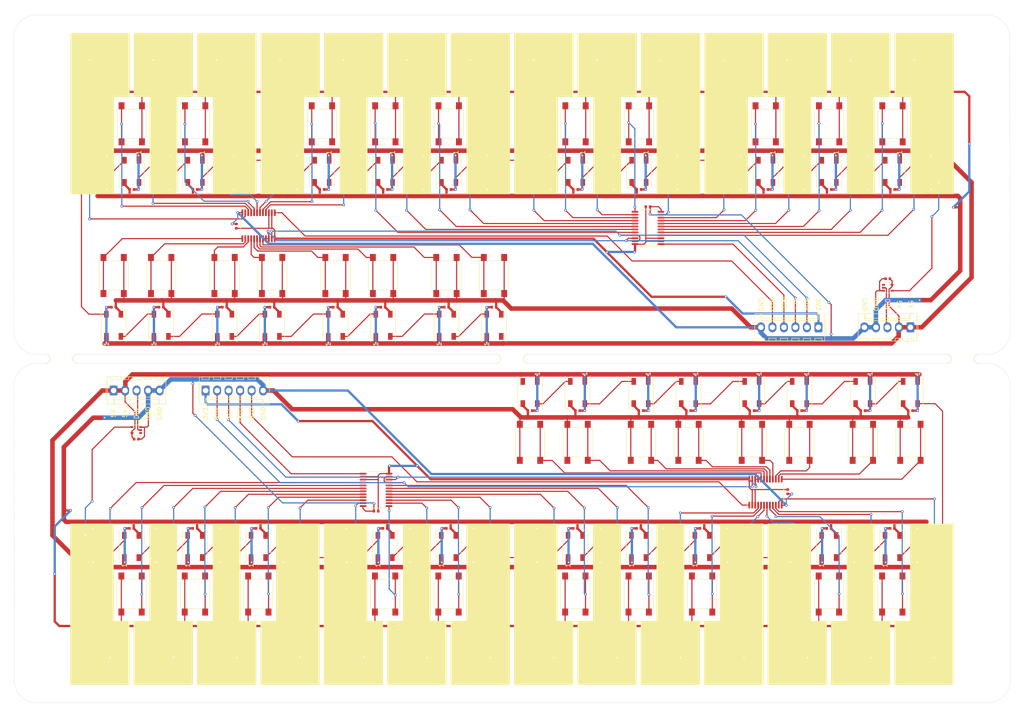
<source format=kicad_pcb>
(kicad_pcb (version 20201220) (generator pcbnew)
  (layers (0 "F.Cu" signal) (31 "B.Cu" signal) (34 "B.Paste" user) (35 "F.Paste" user) (36 "B.SilkS" user "B.Silkscreen") (37 "F.SilkS" user "F.Silkscreen") (38 "B.Mask" user) (39 "F.Mask" user) (44 "Edge.Cuts" user))
  (net 0 "")
  (net 1 "GND")
  (net 2 "+5V")
  (net 3 "+3V3")
  (net 4 "Net-(J1-Pad3)")
  (net 5 "/IRQ1")
  (net 6 "/IRQ2")
  (net 7 "/I2C_SCL")
  (net 8 "Net-(SW1-Pad2)")
  (net 9 "Net-(SW2-Pad2)")
  (net 10 "Net-(SW3-Pad2)")
  (net 11 "Net-(SW4-Pad2)")
  (net 12 "Net-(SW5-Pad2)")
  (net 13 "Net-(SW6-Pad2)")
  (net 14 "Net-(SW7-Pad2)")
  (net 15 "Net-(SW8-Pad2)")
  (net 16 "Net-(SW9-Pad2)")
  (net 17 "Net-(SW10-Pad2)")
  (net 18 "Net-(SW11-Pad2)")
  (net 19 "/keys/AUX1")
  (net 20 "/keys/AUX2")
  (net 21 "/keys/AUX3")
  (net 22 "/keys/AUX4")
  (net 23 "/keys/AUX5")
  (net 24 "/keys/AUX6")
  (net 25 "/keys/AUX7")
  (net 26 "/keys/AUX8")
  (net 27 "/LED_DIN")
  (net 28 "/keys/I2C_SDA_1")
  (net 29 "Net-(SW12-Pad2)")
  (net 30 "Net-(SW13-Pad2)")
  (net 31 "Net-(SW22-Pad2)")
  (net 32 "Net-(SW23-Pad2)")
  (net 33 "Net-(SW24-Pad2)")
  (net 34 "Net-(U26-Pad18)")
  (net 35 "Net-(U26-Pad19)")
  (net 36 "Net-(U26-Pad20)")
  (net 37 "Net-(SW17-Pad2)")
  (net 38 "Net-(SW18-Pad2)")
  (net 39 "Net-(SW19-Pad2)")
  (net 40 "Net-(SW20-Pad2)")
  (net 41 "Net-(SW21-Pad2)")
  (net 42 "/LED_DOUT_1")
  (net 43 "/LED_DOUT")
  (net 44 "Net-(U2-Pad2)")
  (net 45 "Net-(U3-Pad2)")
  (net 46 "Net-(U4-Pad2)")
  (net 47 "Net-(U5-Pad2)")
  (net 48 "Net-(U6-Pad2)")
  (net 49 "Net-(U7-Pad2)")
  (net 50 "Net-(U8-Pad2)")
  (net 51 "Net-(U10-Pad4)")
  (net 52 "Net-(U10-Pad2)")
  (net 53 "Net-(U11-Pad2)")
  (net 54 "Net-(U12-Pad2)")
  (net 55 "Net-(U13-Pad2)")
  (net 56 "Net-(U14-Pad2)")
  (net 57 "Net-(U15-Pad2)")
  (net 58 "Net-(U17-Pad2)")
  (net 59 "Net-(U18-Pad2)")
  (net 60 "Net-(U19-Pad2)")
  (net 61 "Net-(U20-Pad2)")
  (net 62 "Net-(U22-Pad2)")
  (net 63 "Net-(U23-Pad2)")
  (net 64 "Net-(U24-Pad2)")
  (net 65 "Net-(U28-Pad2)")
  (net 66 "Net-(U29-Pad2)")
  (net 67 "Net-(U30-Pad2)")
  (net 68 "Net-(U31-Pad2)")
  (net 69 "Net-(U32-Pad2)")
  (net 70 "Net-(U33-Pad2)")
  (net 71 "Net-(U34-Pad2)")
  (net 72 "Net-(U17-Pad4)")
  (net 73 "Net-(U22-Pad4)")
  (footprint "Capacitor_SMD:C_0402_1005Metric" (layer "F.Cu") (at 217.46 125.44 180)
    (fp_text reference "C21" hide)
    (fp_text value "C,100n,16V,0402,10%,X5R,85C")
  )
  (footprint "Package_SO:TSSOP-24_4.4x7.8mm_P0.65mm" (layer "F.Cu") (at 124.46 116.94)
    (fp_text reference "U26" hide)
    (fp_text value "XRA1201PIG24")
  )
  (footprint "Button_Switch_SMD:SW_SPST_PTS645" (layer "F.Cu") (at 115.504466 69.595534 -90)
    (fp_text reference "SW29" hide)
    (fp_text value "NO_BUTTON_K2-1102SP-E4SC-04")
  )
  (footprint "Capacitor_SMD:C_0402_1005Metric" (layer "F.Cu") (at 224.46 125.44 180)
    (fp_text reference "C22" hide)
    (fp_text value "C,100n,16V,0402,10%,X5R,85C")
  )
  (footprint "Capacitor_SMD:C_0402_1005Metric" (layer "F.Cu") (at 66.504466 76.595534 180)
    (fp_text reference "C28" hide)
    (fp_text value "C,100n,16V,0402,10%,X5R,85C")
  )
  (footprint "LED_SMD:LED_WS2812B_PLCC4_5.0x5.0mm_P3.2mm" (layer "F.Cu") (at 140.504466 46.595534 -90)
    (fp_text reference "U15" hide)
    (fp_text value "WS2812E_LED")
  )
  (footprint "LED_SMD:LED_WS2812B_PLCC4_5.0x5.0mm_P3.2mm" (layer "F.Cu") (at 63.504466 46.595534 -90)
    (fp_text reference "U25" hide)
    (fp_text value "WS2812E_LED")
  )
  (footprint "Panelization:mouse-bite-2mm-slot-5mm-wide" (layer "F.Cu") (at 55 88)
    (fp_text reference "mouse-bite-2mm-slot" hide)
    (fp_text value "VAL**" hide)
  )
  (footprint "LED_SMD:LED_WS2812B_PLCC4_5.0x5.0mm_P3.2mm" (layer "F.Cu") (at 203.504466 46.595534 -90)
    (fp_text reference "U8" hide)
    (fp_text value "WS2812E_LED")
  )
  (footprint "Button_Switch_SMD:SW_SPST_PTS645" (layer "F.Cu") (at 231.504466 22.095534 -90)
    (fp_text reference "SW3" hide)
    (fp_text value "NO_BUTTON_K2-1102SP-E4SC-04")
  )
  (footprint "Capacitor_SMD:C_0402_1005Metric" (layer "F.Cu") (at 161.46 125.44 180)
    (fp_text reference "C14" hide)
    (fp_text value "C,100n,16V,0402,10%,X5R,85C")
  )
  (footprint "Capacitor_SMD:C_0402_1005Metric" (layer "F.Cu") (at 140.504466 50.595534)
    (fp_text reference "C15" hide)
    (fp_text value "C,100n,16V,0402,10%,X5R,85C")
  )
  (footprint "LED_SMD:LED_WS2812B_PLCC4_5.0x5.0mm_P3.2mm" (layer "F.Cu") (at 77.504466 46.595534 -90)
    (fp_text reference "U23" hide)
    (fp_text value "WS2812E_LED")
  )
  (footprint "Capacitor_SMD:C_0402_1005Metric" (layer "F.Cu") (at 105.46 125.44 180)
    (fp_text reference "C8" hide)
    (fp_text value "C,100n,16V,0402,10%,X5R,85C")
  )
  (footprint "Button_Switch_SMD:SW_SPST_PTS645" (layer "F.Cu") (at 196.46 139.94 90)
    (fp_text reference "SW18" hide)
    (fp_text value "NO_BUTTON_K2-1102SP-E4SC-04")
  )
  (footprint "Button_Switch_SMD:SW_SPST_PTS645" (layer "F.Cu") (at 126.46 139.94 90)
    (fp_text reference "SW9" hide)
    (fp_text value "NO_BUTTON_K2-1102SP-E4SC-04")
  )
  (footprint "Button_Switch_SMD:SW_SPST_PTS645" (layer "F.Cu") (at 63.46 153.94 90)
    (fp_text reference "SW1" hide)
    (fp_text value "NO_BUTTON_K2-1102SP-E4SC-04")
  )
  (footprint "Capacitor_SMD:C_0402_1005Metric" (layer "F.Cu") (at 231.96 99.44)
    (fp_text reference "C29" hide)
    (fp_text value "C,100n,16V,0402,10%,X5R,85C")
  )
  (footprint "LED_SMD:LED_WS2812B_PLCC4_5.0x5.0mm_P3.2mm" (layer "F.Cu") (at 217.96 95.44 -90)
    (fp_text reference "U30" hide)
    (fp_text value "WS2812E_LED")
  )
  (footprint "LED_SMD:LED_WS2812B_PLCC4_5.0x5.0mm_P3.2mm" (layer "F.Cu") (at 231.504466 46.595534 -90)
    (fp_text reference "U4" hide)
    (fp_text value "WS2812E_LED")
  )
  (footprint "Button_Switch_SMD:SW_SPST_PTS645" (layer "F.Cu") (at 217.96 106.44 90)
    (fp_text reference "SW27" hide)
    (fp_text value "NO_BUTTON_K2-1102SP-E4SC-04")
  )
  (footprint "Button_Switch_SMD:SW_SPST_PTS645" (layer "F.Cu") (at 224.504466 36.095534 -90)
    (fp_text reference "SW4" hide)
    (fp_text value "NO_BUTTON_K2-1102SP-E4SC-04")
  )
  (footprint "Button_Switch_SMD:SW_SPST_PTS645" (layer "F.Cu") (at 224.46 139.94 90)
    (fp_text reference "SW21" hide)
    (fp_text value "NO_BUTTON_K2-1102SP-E4SC-04")
  )
  (footprint "Panelization:mouse-bite-2mm-slot-5mm-wide" (layer "F.Cu") (at 254 88)
    (fp_text reference "mouse-bite-2mm-slot" hide)
    (fp_text value "VAL**" hide)
  )
  (footprint "LED_SMD:LED_WS2812B_PLCC4_5.0x5.0mm_P3.2mm" (layer "F.Cu") (at 158.46 95.44 -90)
    (fp_text reference "U35" hide)
    (fp_text value "WS2812E_LED")
  )
  (footprint "Capacitor_SMD:C_0402_1005Metric" (layer "F.Cu") (at 63.46 125.44 180)
    (fp_text reference "C2" hide)
    (fp_text value "C,100n,16V,0402,10%,X5R,85C")
  )
  (footprint "Button_Switch_SMD:SW_SPST_PTS645" (layer "F.Cu") (at 147.46 153.94 90)
    (fp_text reference "SW12" hide)
    (fp_text value "NO_BUTTON_K2-1102SP-E4SC-04")
  )
  (footprint "Button_Switch_SMD:SW_SPST_PTS645" (layer "F.Cu") (at 66.504466 69.595534 -90)
    (fp_text reference "SW25" hide)
    (fp_text value "NO_BUTTON_K2-1102SP-E4SC-04")
  )
  (footprint "Button_Switch_SMD:SW_SPST_PTS645" (layer "F.Cu") (at 140.504466 36.095534 -90)
    (fp_text reference "SW14" hide)
    (fp_text value "NO_BUTTON_K2-1102SP-E4SC-04")
  )
  (footprint "jer_mounting_holes:MountingHole_3.4mm" (layer "F.Cu") (at 49.5 94)
    (fp_text reference "H3" hide)
    (fp_text value "MountingHole_3.4mm")
  )
  (footprint "Button_Switch_SMD:SW_SPST_PTS645" (layer "F.Cu") (at 189.504466 22.095534 -90)
    (fp_text reference "SW8" hide)
    (fp_text value "NO_BUTTON_K2-1102SP-E4SC-04")
  )
  (footprint "Button_Switch_SMD:SW_SPST_PTS645" (layer "F.Cu") (at 84.46 139.94 90)
    (fp_text reference "SW4" hide)
    (fp_text value "NO_BUTTON_K2-1102SP-E4SC-04")
  )
  (footprint "Capacitor_SMD:C_0402_1005Metric" (layer "F.Cu") (at 140.46 125.44 180)
    (fp_text reference "C12" hide)
    (fp_text value "C,100n,16V,0402,10%,X5R,85C")
  )
  (footprint "Capacitor_SMD:C_0402_1005Metric" (layer "F.Cu") (at 196.46 125.44 180)
    (fp_text reference "C19" hide)
    (fp_text value "C,100n,16V,0402,10%,X5R,85C")
  )
  (footprint "Button_Switch_SMD:SW_SPST_PTS645" (layer "F.Cu") (at 189.46 153.94 90)
    (fp_text reference "SW17" hide)
    (fp_text value "NO_BUTTON_K2-1102SP-E4SC-04")
  )
  (footprint "Capacitor_SMD:C_0402_1005Metric" (layer "F.Cu") (at 245.504466 50.595534)
    (fp_text reference "C2" hide)
    (fp_text value "C,100n,16V,0402,10%,X5R,85C")
  )
  (footprint "Connector_Molex:Molex_KK-254_AE-6410-06A_1x06_P2.54mm_Vertical" (layer "F.Cu") (at 222.144466 81.035534 180)
    (fp_text reference "J2" hide)
    (fp_text value "Conn_01x06")
  )
  (footprint "Button_Switch_SMD:SW_SPST_PTS645" (layer "F.Cu") (at 91.46 153.94 90)
    (fp_text reference "SW5" hide)
    (fp_text value "NO_BUTTON_K2-1102SP-E4SC-04")
  )
  (footprint "Button_Switch_SMD:SW_SPST_PTS645" (layer "F.Cu") (at 91.504466 22.095534 -90)
    (fp_text reference "SW20" hide)
    (fp_text value "NO_BUTTON_K2-1102SP-E4SC-04")
  )
  (footprint "Button_Switch_SMD:SW_SPST_PTS645" (layer "F.Cu") (at 182.96 106.44 90)
    (fp_text reference "SW30" hide)
    (fp_text value "NO_BUTTON_K2-1102SP-E4SC-04")
  )
  (footprint "LED_SMD:LED_WS2812B_PLCC4_5.0x5.0mm_P3.2mm" (layer "F.Cu") (at 101.504466 80.595534 90)
    (fp_text reference "U31" hide)
    (fp_text value "WS2812E_LED")
  )
  (footprint "LED_SMD:LED_WS2812B_PLCC4_5.0x5.0mm_P3.2mm" (layer "F.Cu") (at 217.46 129.44 90)
    (fp_text reference "U21" hide)
    (fp_text value "WS2812E_LED")
  )
  (footprint "Button_Switch_SMD:SW_SPST_PTS645" (layer "F.Cu") (at 105.504466 22.095534 -90)
    (fp_text reference "SW19" hide)
    (fp_text value "NO_BUTTON_K2-1102SP-E4SC-04")
  )
  (footprint "Button_Switch_SMD:SW_SPST_PTS645" (layer "F.Cu") (at 238.504466 36.095534 -90)
    (fp_text reference "SW2" hide)
    (fp_text value "NO_BUTTON_K2-1102SP-E4SC-04")
  )
  (footprint "Capacitor_SMD:C_0402_1005Metric" (layer "F.Cu") (at 207.46 99.44)
    (fp_text reference "C31" hide)
    (fp_text value "C,100n,16V,0402,10%,X5R,85C")
  )
  (footprint "LED_SMD:LED_WS2812B_PLCC4_5.0x5.0mm_P3.2mm" (layer "F.Cu") (at 203.46 129.44 90)
    (fp_text reference "U20" hide)
    (fp_text value "WS2812E_LED")
  )
  (footprint "Capacitor_SMD:C_0402_1005Metric" (layer "F.Cu") (at 168.46 125.44 180)
    (fp_text reference "C15" hide)
    (fp_text value "C,100n,16V,0402,10%,X5R,85C")
  )
  (footprint "Capacitor_SMD:C_0402_1005Metric" (layer "F.Cu") (at 158.46 99.44)
    (fp_text reference "C35" hide)
    (fp_text value "C,100n,16V,0402,10%,X5R,85C")
  )
  (footprint "Button_Switch_SMD:SW_SPST_PTS645" (layer "F.Cu") (at 158.46 106.44 90)
    (fp_text reference "SW32" hide)
    (fp_text value "NO_BUTTON_K2-1102SP-E4SC-04")
  )
  (footprint "Button_Switch_SMD:SW_SPST_PTS645" (layer "F.Cu") (at 161.46 153.94 90)
    (fp_text reference "SW13" hide)
    (fp_text value "NO_BUTTON_K2-1102SP-E4SC-04")
  )
  (footprint "Capacitor_SMD:C_0402_1005Metric" (layer "F.Cu") (at 124.46 121.64 180)
    (fp_text reference "C26" hide)
    (fp_text value "C,100n,16V,0402,10%,X5R,85C")
  )
  (footprint "Button_Switch_SMD:SW_SPST_PTS645" (layer "F.Cu") (at 242.46 106.44 90)
    (fp_text reference "SW25" hide)
    (fp_text value "NO_BUTTON_K2-1102SP-E4SC-04")
  )
  (footprint "Button_Switch_SMD:SW_SPST_PTS645" (layer "F.Cu") (at 70.46 139.94 90)
    (fp_text reference "SW2" hide)
    (fp_text value "NO_BUTTON_K2-1102SP-E4SC-04")
  )
  (footprint "Capacitor_SMD:C_0402_1005Metric" (layer "F.Cu") (at 119.504466 50.595534)
    (fp_text reference "C18" hide)
    (fp_text value "C,100n,16V,0402,10%,X5R,85C")
  )
  (footprint "Capacitor_SMD:C_0402_1005Metric" (layer "F.Cu") (at 203.46 125.44 180)
    (fp_text reference "C20" hide)
    (fp_text value "C,100n,16V,0402,10%,X5R,85C")
  )
  (footprint "Button_Switch_SMD:SW_SPST_PTS645" (layer "F.Cu") (at 175.46 153.94 90)
    (fp_text reference "SW15" hide)
    (fp_text value "NO_BUTTON_K2-1102SP-E4SC-04")
  )
  (footprint "Button_Switch_SMD:SW_SPST_PTS645" (layer "F.Cu") (at 210.504466 36.095534 -90)
    (fp_text reference "SW6" hide)
    (fp_text value "NO_BUTTON_K2-1102SP-E4SC-04")
  )
  (footprint "Capacitor_SMD:C_0402_1005Metric" (layer "F.Cu") (at 91.504466 50.595534)
    (fp_text reference "C21" hide)
    (fp_text value "C,100n,16V,0402,10%,X5R,85C")
  )
  (footprint "Button_Switch_SMD:SW_SPST_PTS645" (layer "F.Cu") (at 105.46 153.94 90)
    (fp_text reference "SW7" hide)
    (fp_text value "NO_BUTTON_K2-1102SP-E4SC-04")
  )
  (footprint "LED_SMD:LED_WS2812B_PLCC4_5.0x5.0mm_P3.2mm" (layer "F.Cu") (at 133.46 129.44 90)
    (fp_text reference "U11" hide)
    (fp_text value "WS2812E_LED")
  )
  (footprint "LED_SMD:LED_WS2812B_PLCC4_5.0x5.0mm_P3.2mm" (layer "F.Cu") (at 70.504466 46.595534 -90)
    (fp_text reference "U24" hide)
    (fp_text value "WS2812E_LED")
  )
  (footprint "Capacitor_SMD:C_0402_1005Metric" (layer "F.Cu") (at 63.504466 50.595534)
    (fp_text reference "C25" hide)
    (fp_text value "C,100n,16V,0402,10%,X5R,85C")
  )
  (footprint "Button_Switch_SMD:SW_SPST_PTS645" (layer "F.Cu") (at 203.46 153.94 90)
    (fp_text reference "SW19" hide)
    (fp_text value "NO_BUTTON_K2-1102SP-E4SC-04")
  )
  (footprint "LED_SMD:LED_WS2812B_PLCC4_5.0x5.0mm_P3.2mm" (layer "F.Cu") (at 168.504466 46.595534 -90)
    (fp_text reference "U12" hide)
    (fp_text value "WS2812E_LED")
  )
  (footprint "Button_Switch_SMD:SW_SPST_PTS645" (layer "F.Cu") (at 168.46 139.94 90)
    (fp_text reference "SW14" hide)
    (fp_text value "NO_BUTTON_K2-1102SP-E4SC-04")
  )
  (footprint "LED_SMD:LED_WS2812B_PLCC4_5.0x5.0mm_P3.2mm" (layer "F.Cu") (at 105.46 129.44 90)
    (fp_text reference "U8" hide)
    (fp_text value "WS2812E_LED")
  )
  (footprint "Capacitor_SMD:C_0402_1005Metric" (layer "F.Cu") (at 203.504466 50.595534)
    (fp_text reference "C8" hide)
    (fp_text value "C,100n,16V,0402,10%,X5R,85C")
  )
  (footprint "LED_SMD:LED_WS2812B_PLCC4_5.0x5.0mm_P3.2mm" (layer "F.Cu") (at 140.46 129.44 90)
    (fp_text reference "U12" hide)
    (fp_text value "WS2812E_LED")
  )
  (footprint "Capacitor_SMD:C_0402_1005Metric" (layer "F.Cu") (at 217.96 99.44)
    (fp_text reference "C30" hide)
    (fp_text value "C,100n,16V,0402,10%,X5R,85C")
  )
  (footprint "LED_SMD:LED_WS2812B_PLCC4_5.0x5.0mm_P3.2mm" (layer "F.Cu") (at 238.504466 46.595534 -90)
    (fp_text reference "U3" hide)
    (fp_text value "WS2812E_LED")
  )
  (footprint "LED_SMD:LED_WS2812B_PLCC4_5.0x5.0mm_P3.2mm" (layer "F.Cu") (at 207.46 95.44 -90)
    (fp_text reference "U31" hide)
    (fp_text value "WS2812E_LED")
  )
  (footprint "LED_SMD:LED_WS2812B_PLCC4_5.0x5.0mm_P3.2mm" (layer "F.Cu") (at 112.504466 46.595534 -90)
    (fp_text reference "U19" hide)
    (fp_text value "WS2812E_LED")
  )
  (footprint "Button_Switch_SMD:SW_SPST_PTS645" (layer "F.Cu") (at 231.96 106.44 90)
    (fp_text reference "SW26" hide)
    (fp_text value "NO_BUTTON_K2-1102SP-E4SC-04")
  )
  (footprint "Button_Switch_SMD:SW_SPST_PTS645" (layer "F.Cu") (at 147.504466 22.095534 -90)
    (fp_text reference "SW13" hide)
    (fp_text value "NO_BUTTON_K2-1102SP-E4SC-04")
  )
  (footprint "LED_SMD:LED_WS2812B_PLCC4_5.0x5.0mm_P3.2mm" (layer "F.Cu") (at 115.504466 80.595534 90)
    (fp_text reference "U32" hide)
    (fp_text value "WS2812E_LED")
  )
  (footprint "Button_Switch_SMD:SW_SPST_PTS645" (layer "F.Cu") (at 133.46 153.94 90)
    (fp_text reference "SW10" hide)
    (fp_text value "NO_BUTTON_K2-1102SP-E4SC-04")
  )
  (footprint "Capacitor_SMD:C_0402_1005Metric" (layer "F.Cu") (at 184.504466 54.395534)
    (fp_text reference "C26" hide)
    (fp_text value "C,100n,16V,0402,10%,X5R,85C")
  )
  (footprint "LED_SMD:LED_WS2812B_PLCC4_5.0x5.0mm_P3.2mm" (layer "F.Cu") (at 217.504466 46.595534 -90)
    (fp_text reference "U6" hide)
    (fp_text value "WS2812E_LED")
  )
  (footprint "Button_Switch_SMD:SW_SPST_PTS645" (layer "F.Cu") (at 168.504466 36.095534 -90)
    (fp_text reference "SW11" hide)
    (fp_text value "NO_BUTTON_K2-1102SP-E4SC-04")
  )
  (footprint "LED_SMD:LED_WS2812B_PLCC4_5.0x5.0mm_P3.2mm" (layer "F.Cu") (at 245.46 129.44 90)
    (fp_text reference "U25" hide)
    (fp_text value "WS2812E_LED")
  )
  (footprint "LED_SMD:LED_WS2812B_PLCC4_5.0x5.0mm_P3.2mm" (layer "F.Cu") (at 126.46 129.44 90)
    (fp_text reference "U10" hide)
    (fp_text value "WS2812E_LED")
  )
  (footprint "Package_SO:TSSOP-24_4.4x7.8mm_P0.65mm" (layer "F.Cu") (at 210.46 117.44 90)
    (fp_text reference "U27" hide)
    (fp_text value "XRA1201PIG24")
  )
  (footprint "Capacitor_SMD:C_0402_1005Metric" (layer "F.Cu") (at 133.46 125.44 180)
    (fp_text reference "C11" hide)
    (fp_text value "C,100n,16V,0402,10%,X5R,85C")
  )
  (footprint "Capacitor_SMD:C_0402_1005Metric" (layer "F.Cu") (at 231.46 125.44 180)
    (fp_text reference "C23" hide)
    (fp_text value "C,100n,16V,0402,10%,X5R,85C")
  )
  (footprint "Capacitor_SMD:C_0402_1005Metric" (layer "F.Cu") (at 71.51 105.73)
    (fp_text reference "C1" hide)
    (fp_text value "C,100n,16V,0402,10%,X5R,85C")
  )
  (footprint "jer_mounting_holes:MountingHole_3.4mm" (layer "F.Cu") (at 259.464466 82.035534 180)
    (fp_text reference "H3" hide)
    (fp_text value "MountingHole_3.4mm")
  )
  (footprint "Capacitor_SMD:C_0402_1005Metric" (layer "F.Cu") (at 237.454466 70.305534 180)
    (fp_text reference "C1" hide)
    (fp_text value "C,100n,16V,0402,10%,X5R,85C")
  )
  (footprint "LED_SMD:LED_WS2812B_PLCC4_5.0x5.0mm_P3.2mm" (layer "F.Cu") (at 245.504466 46.595534 -90)
    (fp_text reference "U2" hide)
    (fp_text value "WS2812E_LED")
  )
  (footprint "Package_TO_SOT_SMD:SOT-353_SC-70-5" (layer "F.Cu") (at 71.51 103.73 180)
    (fp_text reference "U1" hide)
    (fp_text value "SN74LV1T34DCK")
  )
  (footprint "LED_SMD:LED_WS2812B_PLCC4_5.0x5.0mm_P3.2mm" (layer "F.Cu") (at 119.504466 46.595534 -90)
    (fp_text reference "U18" hide)
    (fp_text value "WS2812E_LED")
  )
  (footprint "Capacitor_SMD:C_0402_1005Metric" (layer "F.Cu") (at 98.46 125.44 180)
    (fp_text reference "C7" hide)
    (fp_text value "C,100n,16V,0402,10%,X5R,85C")
  )
  (footprint "Package_SO:TSSOP-24_4.4x7.8mm_P0.65mm" (layer "F.Cu") (at 184.504466 59.095534 180)
    (fp_text reference "U26" hide)
    (fp_text value "XRA1201PIG24")
  )
  (footprint "LED_SMD:LED_WS2812B_PLCC4_5.0x5.0mm_P3.2mm" (layer "F.Cu") (at 161.504466 46.595534 -90)
    (fp_text reference "U13" hide)
    (fp_text value "WS2812E_LED")
  )
  (footprint "Package_SO:TSSOP-24_4.4x7.8mm_P0.65mm" (layer "F.Cu") (at 98.504466 58.595534 -90)
    (fp_text reference "U27" hide)
    (fp_text value "XRA1201PIG24")
  )
  (footprint "Button_Switch_SMD:SW_SPST_PTS645" (layer "F.Cu") (at 70.504466 36.095534 -90)
    (fp_text reference "SW23" hide)
    (fp_text value "NO_BUTTON_K2-1102SP-E4SC-04")
  )
  (footprint "Button_Switch_SMD:SW_SPST_PTS645" (layer "F.Cu") (at 112.504466 36.095534 -90)
    (fp_text reference "SW18" hide)
    (fp_text value "NO_BUTTON_K2-1102SP-E4SC-04")
  )
  (footprint "Capacitor_SMD:C_0402_1005Metric" (layer "F.Cu") (at 126.004466 76.595534 180)
    (fp_text reference "C33" hide)
    (fp_text value "C,100n,16V,0402,10%,X5R,85C")
  )
  (footprint "Button_Switch_SMD:SW_SPST_PTS645" (layer "F.Cu") (at 207.46 106.44 90)
    (fp_text reference "SW28" hide)
    (fp_text value "NO_BUTTON_K2-1102SP-E4SC-04")
  )
  (footprint "Capacitor_SMD:C_0402_1005Metric" (layer "F.Cu") (at 242.46 99.44)
    (fp_text reference "C28" hide)
    (fp_text value "C,100n,16V,0402,10%,X5R,85C")
  )
  (footprint "Button_Switch_SMD:SW_SPST_PTS645" (layer "F.Cu") (at 98.46 139.94 90)
    (fp_text reference "SW6" hide)
    (fp_text value "NO_BUTTON_K2-1102SP-E4SC-04")
  )
  (footprint "Capacitor_SMD:C_0402_1005Metric" (layer "F.Cu") (at 168.96 99.44)
    (fp_text reference "C34" hide)
    (fp_text value "C,100n,16V,0402,10%,X5R,85C")
  )
  (footprint "Button_Switch_SMD:SW_SPST_PTS645" (layer "F.Cu") (at 140.46 139.94 90)
    (fp_text reference "SW11" hide)
    (fp_text value "NO_BUTTON_K2-1102SP-E4SC-04")
  )
  (footprint "Button_Switch_SMD:SW_SPST_PTS645" (layer "F.Cu") (at 231.46 153.94 90)
    (fp_text reference "SW22" hide)
    (fp_text value "NO_BUTTON_K2-1102SP-E4SC-04")
  )
  (footprint "Capacitor_SMD:C_0402_1005Metric" (layer "F.Cu") (at 147.46 125.44 180)
    (fp_text reference "C13" hide)
    (fp_text value "C,100n,16V,0402,10%,X5R,85C")
  )
  (footprint "Capacitor_SMD:C_0402_1005Metric" (layer "F.Cu") (at 77.004466 76.595534 180)
    (fp_text reference "C29" hide)
    (fp_text value "C,100n,16V,0402,10%,X5R,85C")
  )
  (footprint "LED_SMD:LED_WS2812B_PLCC4_5.0x5.0mm_P3.2mm" (layer "F.Cu") (at 168.96 95.44 -90)
    (fp_text reference "U34" hide)
    (fp_text value "WS2812E_LED")
  )
  (footprint "Capacitor_SMD:C_0402_1005Metric" (layer "F.Cu") (at 150.504466 76.595534 180)
    (fp_text reference "C35" hide)
    (fp_text value "C,100n,16V,0402,10%,X5R,85C")
  )
  (footprint "Capacitor_SMD:C_0402_1005Metric" (layer "F.Cu") (at 189.504466 50.595534)
    (fp_text reference "C9" hide)
    (fp_text value "C,100n,16V,0402,10%,X5R,85C")
  )
  (footprint "Capacitor_SMD:C_0402_1005Metric" (layer "F.Cu") (at 115.504466 76.595534 180)
    (fp_text reference "C32" hide)
    (fp_text value "C,100n,16V,0402,10%,X5R,85C")
  )
  (footprint "Connector_Molex:Molex_KK-254_AE-6410-05A_1x05_P2.54mm_Vertical" (layer "F.Cu") (at 66.5 95)
    (fp_text reference "J1" hide)
    (fp_text value "Conn_01x05")
  )
  (footprint "LED_SMD:LED_WS2812B_PLCC4_5.0x5.0mm_P3.2mm" (layer "F.Cu") (at 175.46 129.44 90)
    (fp_text reference "U16" hide)
    (fp_text value "WS2812E_LED")
  )
  (footprint "Package_TO_SOT_SMD:SOT-353_SC-70-5" (layer "F.Cu") (at 237.454466 72.305534)
    (fp_text reference "U1" hide)
    (fp_text value "SN74LV1T34DCK")
  )
  (footprint "LED_SMD:LED_WS2812B_PLCC4_5.0x5.0mm_P3.2mm" (layer "F.Cu") (at 193.46 95.44 -90)
    (fp_text reference "U32" hide)
    (fp_text value "WS2812E_LED")
  )
  (footprint "Button_Switch_SMD:SW_SPST_PTS645" (layer "F.Cu") (at 126.004466 69.595534 -90)
    (fp_text reference "SW30" hide)
    (fp_text value "NO_BUTTON_K2-1102SP-E4SC-04")
  )
  (footprint "Capacitor_SMD:C_0402_1005Metric" (layer "F.Cu") (at 126.46 125.44 180)
    (fp_text reference "C10" hide)
    (fp_text value "C,100n,16V,0402,10%,X5R,85C")
  )
  (footprint "Capacitor_SMD:C_0402_1005Metric" (layer "F.Cu") (at 93.604466 58.695534 90)
    (fp_text reference "C27" hide)
    (fp_text value "C,100n,16V,0402,10%,X5R,85C")
  )
  (footprint "LED_SMD:LED_WS2812B_PLCC4_5.0x5.0mm_P3.2mm" (layer "F.Cu") (at 91.004466 80.595534 90)
    (fp_text reference "U30" hide)
    (fp_text value "WS2812E_LED")
  )
  (footprint "LED_SMD:LED_WS2812B_PLCC4_5.0x5.0mm_P3.2mm" (layer "F.Cu") (at 231.96 95.44 -90)
    (fp_text reference "U29" hide)
    (fp_text value "WS2812E_LED")
  )
  (footprint "LED_SMD:LED_WS2812B_PLCC4_5.0x5.0mm_P3.2mm" (layer "F.Cu") (at 77.46 129.44 90)
    (fp_text reference "U4" hide)
    (fp_text value "WS2812E_LED")
  )
  (footprint "Capacitor_SMD:C_0402_1005Metric" (layer "F.Cu") (at 245.46 125.44 180)
    (fp_text reference "C25" hide)
    (fp_text value "C,100n,16V,0402,10%,X5R,85C")
  )
  (footprint "Capacitor_SMD:C_0402_1005Metric" (layer "F.Cu") (at 175.46 125.44 180)
    (fp_text reference "C16" hide)
    (fp_text value "C,100n,16V,0402,10%,X5R,85C")
  )
  (footprint "jer_mounting_holes:MountingHole_3.4mm" (layer "F.Cu") (at 49.5 159)
    (fp_text reference "H2" hide)
    (fp_text value "MountingHole_3.4mm")
  )
  (footprint "Capacitor_SMD:C_0402_1005Metric" (layer "F.Cu") (at 182.46 125.44 180)
    (fp_text reference "C17" hide)
    (fp_text value "C,100n,16V,0402,10%,X5R,85C")
  )
  (footprint "Capacitor_SMD:C_0402_1005Metric" (layer "F.Cu") (at 217.504466 50.595534)
    (fp_text reference "C6" hide)
    (fp_text value "C,100n,16V,0402,10%,X5R,85C")
  )
  (footprint "Capacitor_SMD:C_0402_1005Metric" (layer "F.Cu") (at 126.504466 50.595534)
    (fp_text reference "C17" hide)
    (fp_text value "C,100n,16V,0402,10%,X5R,85C")
  )
  (footprint "LED_SMD:LED_WS2812B_PLCC4_5.0x5.0mm_P3.2mm" (layer "F.Cu") (at 189.46 129.44 90)
    (fp_text reference "U18" hide)
    (fp_text value "WS2812E_LED")
  )
  (footprint "Capacitor_SMD:C_0402_1005Metric" (layer "F.Cu") (at 140.004466 76.595534 180)
    (fp_text reference "C34" hide)
    (fp_text value "C,100n,16V,0402,10%,X5R,85C")
  )
  (footprint "LED_SMD:LED_WS2812B_PLCC4_5.0x5.0mm_P3.2mm" (layer "F.Cu") (at 196.46 129.44 90)
    (fp_text reference "U19" hide)
    (fp_text value "WS2812E_LED")
  )
  (footprint "Capacitor_SMD:C_0402_1005Metric" (layer "F.Cu") (at 70.504466 50.595534)
    (fp_text reference "C24" hide)
    (fp_text value "C,100n,16V,0402,10%,X5R,85C")
  )
  (footprint "Capacitor_SMD:C_0402_1005Metric" (layer "F.Cu") (at 224.504466 50.595534)
    (fp_text reference "C5" hide)
    (fp_text value "C,100n,16V,0402,10%,X5R,85C")
  )
  (footprint "Button_Switch_SMD:SW_SPST_PTS645" (layer "F.Cu") (at 217.504466 22.095534 -90)
    (fp_text reference "SW5" hide)
    (fp_text value "NO_BUTTON_K2-1102SP-E4SC-04")
  )
  (footprint "LED_SMD:LED_WS2812B_PLCC4_5.0x5.0mm_P3.2mm" (layer "F.Cu") (at 182.504466 46.595534 -90)
    (fp_text reference "U10" hide)
    (fp_text value "WS2812E_LED")
  )
  (footprint "Button_Switch_SMD:SW_SPST_PTS645" (layer "F.Cu") (at 245.46 153.94 90)
    (fp_text reference "SW24" hide)
    (fp_text value "NO_BUTTON_K2-1102SP-E4SC-04")
  )
  (footprint "Button_Switch_SMD:SW_SPST_PTS645" (layer "F.Cu") (at 217.46 153.94 90)
    (fp_text reference "SW20" hide)
    (fp_text value "NO_BUTTON_K2-1102SP-E4SC-04")
  )
  (footprint "jer_mounting_holes:MountingHole_3.4mm" (layer "F.Cu") (at 259.5 94)
    (fp_text reference "H4" hide)
    (fp_text value "MountingHole_3.4mm")
  )
  (footprint "Button_Switch_SMD:SW_SPST_PTS645" (layer "F.Cu") (at 182.504466 36.095534 -90)
    (fp_text reference "SW9" hide)
    (fp_text value "NO_BUTTON_K2-1102SP-E4SC-04")
  )
  (footprint "LED_SMD:LED_WS2812B_PLCC4_5.0x5.0mm_P3.2mm" (layer "F.Cu") (at 231.46 129.44 90)
    (fp_text reference "U23" hide)
    (fp_text value "WS2812E_LED")
  )
  (footprint "Button_Switch_SMD:SW_SPST_PTS645" (layer "F.Cu") (at 77.004466 69.595534 -90)
    (fp_text reference "SW26" hide)
    (fp_text value "NO_BUTTON_K2-1102SP-E4SC-04")
  )
  (footprint "Capacitor_SMD:C_0402_1005Metric" (layer "F.Cu") (at 77.46 125.44 180)
    (fp_text reference "C4" hide)
    (fp_text value "C,100n,16V,0402,10%,X5R,85C")
  )
  (footprint "Capacitor_SMD:C_0402_1005Metric" (layer "F.Cu") (at 182.504466 50.595534)
    (fp_text reference "C10" hide)
    (fp_text value "C,100n,16V,0402,10%,X5R,85C")
  )
  (footprint "jer_mounting_holes:MountingHole_3.4mm" (layer "F.Cu") (at 49.464466 82.035534 180)
    (fp_text reference "H4" hide)
    (fp_text value "MountingHole_3.4mm")
  )
  (footprint "LED_SMD:LED_WS2812B_PLCC4_5.0x5.0mm_P3.2mm" (layer "F.Cu") (at 224.46 129.44 90)
    (fp_text reference "U22" hide)
    (fp_text value "WS2812E_LED")
  )
  (footprint "Capacitor_SMD:C_0402_1005Metric" (layer "F.Cu") (at 119.46 125.44 180)
    (fp_text reference "C9" hide)
    (fp_text value "C,100n,16V,0402,10%,X5R,85C")
  )
  (footprint "Connector_Molex:Molex_KK-254_AE-6410-05A_1x05_P2.54mm_Vertical" (layer "F.Cu") (at 242.464466 81.035534 180)
    (fp_text reference "J1" hide)
    (fp_text value "Conn_01x05")
  )
  (footprint "Capacitor_SMD:C_0402_1005Metric" (layer "F.Cu") (at 77.504466 50.595534)
    (fp_text reference "C23" hide)
    (fp_text value "C,100n,16V,0402,10%,X5R,85C")
  )
  (footprint "Capacitor_SMD:C_0402_1005Metric" (layer "F.Cu") (at 91.46 125.44 180)
    (fp_text reference "C6" hide)
    (fp_text value "C,100n,16V,0402,10%,X5R,85C")
  )
  (footprint "LED_SMD:LED_WS2812B_PLCC4_5.0x5.0mm_P3.2mm" (layer "F.Cu") (at 210.504466 46.595534 -90)
    (fp_text reference "U7" hide)
    (fp_text value "WS2812E_LED")
  )
  (footprint "Panelization:mouse-bite-2mm-slot-5mm-wide" (layer "F.Cu") (at 154.5 88)
    (fp_text reference "mouse-bite-2mm-slot" hide)
    (fp_text value "VAL**" hide)
  )
  (footprint "Button_Switch_SMD:SW_SPST_PTS645" (layer "F.Cu") (at 119.46 153.94 90)
    (fp_text reference "SW8" hide)
    (fp_text value "NO_BUTTON_K2-1102SP-E4SC-04")
  )
  (footprint "Capacitor_SMD:C_0402_1005Metric" (layer "F.Cu") (at 238.46 125.44 180)
    (fp_text reference "C24" hide)
    (fp_text value "C,100n,16V,0402,10%,X5R,85C")
  )
  (footprint "Button_Switch_SMD:SW_SPST_PTS645" (layer "F.Cu") (at 161.504466 22.095534 -90)
    (fp_text reference "SW12" hide)
    (fp_text value "NO_BUTTON_K2-1102SP-E4SC-04")
  )
  (footprint "Capacitor_SMD:C_0402_1005Metric" (layer "F.Cu") (at 238.504466 50.595534)
    (fp_text reference "C3" hide)
    (fp_text value "C,100n,16V,0402,10%,X5R,85C")
  )
  (footprint "jer_mounting_holes:MountingHole_3.4mm" (layer "F.Cu") (at 49.464466 17.035534 180)
    (fp_text reference "H1" hide)
    (fp_text value "MountingHole_3.4mm")
  )
  (footprint "LED_SMD:LED_WS2812B_PLCC4_5.0x5.0mm_P3.2mm" (layer "F.Cu") (at 133.504466 46.595534 -90)
    (fp_text reference "U16" hide)
    (fp_text value "WS2812E_LED")
  )
  (footprint "LED_SMD:LED_WS2812B_PLCC4_5.0x5.0mm_P3.2mm" (layer "F.Cu") (at 66.504466 80.595534 90)
    (fp_text reference "U28" hide)
    (fp_text value "WS2812E_LED")
  )
  (footprint "LED_SMD:LED_WS2812B_PLCC4_5.0x5.0mm_P3.2mm" (layer "F.Cu") (at 77.004466 80.595534 90)
    (fp_text reference "U29" hide)
    (fp_text value "WS2812E_LED")
  )
  (footprint "LED_SMD:LED_WS2812B_PLCC4_5.0x5.0mm_P3.2mm" (layer "F.Cu") (at 126.504466 46.595534 -90)
    (fp_text reference "U17" hide)
    (fp_text value "WS2812E_LED")
  )
  (footprint "Capacitor_SMD:C_0402_1005Metric" (layer "F.Cu") (at 182.96 99.44)
    (fp_text reference "C33" hide)
    (fp_text value "C,100n,16V,0402,10%,X5R,85C")
  )
  (footprint "Connector_Molex:Molex_KK-254_AE-6410-06A_1x06_P2.54mm_Vertical" (layer "F.Cu") (at 86.82 95)
    (fp_text reference "J2" hide)
    (fp_text value "Conn_01x06")
  )
  (footprint "LED_SMD:LED_WS2812B_PLCC4_5.0x5.0mm_P3.2mm" (layer "F.Cu") (at 224.504466 46.595534 -90)
    (fp_text reference "U5" hide)
    (fp_text value "WS2812E_LED")
  )
  (footprint "Capacitor_SMD:C_0402_1005Metric" (layer "F.Cu") (at 112.504466 50.595534)
    (fp_text reference "C19" hide)
    (fp_text value "C,100n,16V,0402,10%,X5R,85C")
  )
  (footprint "LED_SMD:LED_WS2812B_PLCC4_5.0x5.0mm_P3.2mm" (layer "F.Cu") (at 84.504466 46.595534 -90)
    (fp_text reference "U22" hide)
    (fp_text value "WS2812E_LED")
  )
  (footprint "Capacitor_SMD:C_0402_1005Metric" (layer "F.Cu") (at 215.36 117.34 -90)
    (fp_text reference "C27" hide)
    (fp_text value "C,100n,16V,0402,10%,X5R,85C")
  )
  (footprint "Button_Switch_SMD:SW_SPST_PTS645" (layer "F.Cu") (at 133.504466 22.095534 -90)
    (fp_text reference "SW15" hide)
    (fp_text value "NO_BUTTON_K2-1102SP-E4SC-04")
  )
  (footprint "LED_SMD:LED_WS2812B_PLCC4_5.0x5.0mm_P3.2mm" (layer "F.Cu") (at 70.46 129.44 90)
    (fp_text reference "U3" hide)
    (fp_text value "WS2812E_LED")
  )
  (footprint "LED_SMD:LED_WS2812B_PLCC4_5.0x5.0mm_P3.2mm" (layer "F.Cu") (at 238.46 129.44 90)
    (fp_text reference "U24" hide)
    (fp_text value "WS2812E_LED")
  )
  (footprint "Button_Switch_SMD:SW_SPST_PTS645" (layer "F.Cu") (at 168.96 106.44 90)
    (fp_text reference "SW31" hide)
    (fp_text value "NO_BUTTON_K2-1102SP-E4SC-04")
  )
  (footprint "LED_SMD:LED_WS2812B_PLCC4_5.0x5.0mm_P3.2mm" (layer "F.Cu") (at 147.504466 46.595534 -90)
    (fp_text reference "U14" hide)
    (fp_text value "WS2812E_LED")
  )
  (footprint "Capacitor_SMD:C_0402_1005Metric" (layer "F.Cu") (at 133.504466 50.595534)
    (fp_text reference "C16" hide)
    (fp_text value "C,100n,16V,0402,10%,X5R,85C")
  )
  (footprint "Button_Switch_SMD:SW_SPST_PTS645" (layer "F.Cu") (at 203.504466 22.095534 -90)
    (fp_text reference "SW7" hide)
    (fp_text value "NO_BUTTON_K2-1102SP-E4SC-04")
  )
  (footprint "LED_SMD:LED_WS2812B_PLCC4_5.0x5.0mm_P3.2mm" (layer "F.Cu") (at 147.46 129.44 90)
    (fp_text reference "U13" hide)
    (fp_text value "WS2812E_LED")
  )
  (footprint "Button_Switch_SMD:SW_SPST_PTS645" (layer "F.Cu") (at 119.504466 22.095534 -90)
    (fp_text reference "SW17" hide)
    (fp_text value "NO_BUTTON_K2-1102SP-E4SC-04")
  )
  (footprint "Button_Switch_SMD:SW_SPST_PTS645" (layer "F.Cu") (at 77.46 153.94 90)
    (fp_text reference "SW3" hide)
    (fp_text value "NO_BUTTON_K2-1102SP-E4SC-04")
  )
  (footprint "LED_SMD:LED_WS2812B_PLCC4_5.0x5.0mm_P3.2mm" (layer "F.Cu") (at 140.004466 80.595534 90)
    (fp_text reference "U34" hide)
    (fp_text value "WS2812E_LED")
  )
  (footprint "Button_Switch_SMD:SW_SPST_PTS645" (layer "F.Cu") (at 63.504466 22.095534 -90)
    (fp_text reference "SW24" hide)
    (fp_text value "NO_BUTTON_K2-1102SP-E4SC-04")
  )
  (footprint "Capacitor_SMD:C_0402_1005Metric" (layer "F.Cu") (at 231.504466 50.595534)
    (fp_text reference "C4" hide)
    (fp_text value "C,100n,16V,0402,10%,X5R,85C")
  )
  (footprint "LED_SMD:LED_WS2812B_PLCC4_5.0x5.0mm_P3.2mm" (layer "F.Cu") (at 168.46 129.44 90)
    (fp_text reference "U15" hide)
    (fp_text value "WS2812E_LED")
  )
  (footprint "Capacitor_SMD:C_0402_1005Metric" (layer "F.Cu") (at 147.504466 50.595534)
    (fp_text reference "C14" hide)
    (fp_text value "C,100n,16V,0402,10%,X5R,85C")
  )
  (footprint "Capacitor_SMD:C_0402_1005Metric" (layer "F.Cu") (at 84.504466 50.595534)
    (fp_text reference "C22" hide)
    (fp_text value "C,100n,16V,0402,10%,X5R,85C")
  )
  (footprint "Capacitor_SMD:C_0402_1005Metric" (layer "F.Cu") (at 210.504466 50.595534)
    (fp_text reference "C7" hide)
    (fp_text value "C,100n,16V,0402,10%,X5R,85C")
  )
  (footprint "LED_SMD:LED_WS2812B_PLCC4_5.0x5.0mm_P3.2mm" (layer "F.Cu") (at 189.504466 46.595534 -90)
    (fp_text reference "U9" hide)
    (fp_text value "WS2812E_LED")
  )
  (footprint "Button_Switch_SMD:SW_SPST_PTS645" (layer "F.Cu") (at 182.46 139.94 90)
    (fp_text reference "SW16" hide)
    (fp_text value "NO_BUTTON_K2-1102SP-E4SC-04")
  )
  (footprint "Capacitor_SMD:C_0402_1005Metric" (layer "F.Cu") (at 70.46 125.44 180)
    (fp_text reference "C3" hide)
    (fp_text value "C,100n,16V,0402,10%,X5R,85C")
  )
  (footprint "LED_SMD:LED_WS2812B_PLCC4_5.0x5.0mm_P3.2mm" (layer "F.Cu") (at 84.46 129.44 90)
    (fp_text reference "U5" hide)
    (fp_text value "WS2812E_LED")
  )
  (footprint "LED_SMD:LED_WS2812B_PLCC4_5.0x5.0mm_P3.2mm" (layer "F.Cu") (at 150.504466 80.595534 90)
    (fp_text reference "U35" hide)
    (fp_text value "WS2812E_LED")
  )
  (footprint "Capacitor_SMD:C_0402_1005Metric" (layer "F.Cu") (at 189.46 125.44 180)
    (fp_text reference "C18" hide)
    (fp_text value "C,100n,16V,0402,10%,X5R,85C")
  )
  (footprint "LED_SMD:LED_WS2812B_PLCC4_5.0x5.0mm_P3.2mm" (layer "F.Cu") (at 63.46 129.44 90)
    (fp_text reference "U2" hide)
    (fp_text value "WS2812E_LED")
  )
  (footprint "LED_SMD:LED_WS2812B_PLCC4_5.0x5.0mm_P3.2mm" (layer "F.Cu") (at 161.46 129.44 90)
    (fp_text reference "U14" hide)
    (fp_text value "WS2812E_LED")
  )
  (footprint "Capacitor_SMD:C_0402_1005Metric" (layer "F.Cu") (at 175.504466 50.595534)
    (fp_text reference "C11" hide)
    (fp_text value "C,100n,16V,0402,10%,X5R,85C")
  )
  (footprint "LED_SMD:LED_WS2812B_PLCC4_5.0x5.0mm_P3.2mm" (layer "F.Cu") (at 98.46 129.44 90)
    (fp_text reference "U7" hide)
    (fp_text value "WS2812E_LED")
  )
  (footprint "LED_SMD:LED_WS2812B_PLCC4_5.0x5.0mm_P3.2mm" (layer "F.Cu") (at 105.504466 46.595534 -90)
    (fp_text reference "U20" hide)
    (fp_text value "WS2812E_LED")
  )
  (footprint "jer_mounting_holes:MountingHole_3.4mm" (layer "F.Cu") (at 259.464466 17.035534 180)
    (fp_text reference "H2" hide)
    (fp_text value "MountingHole_3.4mm")
  )
  (footprint "LED_SMD:LED_WS2812B_PLCC4_5.0x5.0mm_P3.2mm" (layer "F.Cu") (at 182.96 95.44 -90)
    (fp_text reference "U33" hide)
    (fp_text value "WS2812E_LED")
  )
  (footprint "Button_Switch_SMD:SW_SPST_PTS645" (layer "F.Cu") (at 245.504466 22.095534 -90)
    (fp_text reference "SW1" hide)
    (fp_text value "NO_BUTTON_K2-1102SP-E4SC-04")
  )
  (footprint "jer_mounting_holes:MountingHole_3.4mm" (layer "F.Cu") (at 259.5 159)
    (fp_text reference "H1" hide)
    (fp_text value "MountingHole_3.4mm")
  )
  (footprint "Capacitor_SMD:C_0402_1005Metric" (layer "F.Cu") (at 91.004466 76.595534 180)
    (fp_text reference "C30" hide)
    (fp_text value "C,100n,16V,0402,10%,X5R,85C")
  )
  (footprint "LED_SMD:LED_WS2812B_PLCC4_5.0x5.0mm_P3.2mm" (layer "F.Cu") (at 126.004466 80.595534 90)
    (fp_text reference "U33" hide)
    (fp_text value "WS2812E_LED")
  )
  (footprint "Button_Switch_SMD:SW_SPST_PTS645" (layer "F.Cu") (at 193.46 106.44 90)
    (fp_text reference "SW29" hide)
    (fp_text value "NO_BUTTON_K2-1102SP-E4SC-04")
  )
  (footprint "Capacitor_SMD:C_0402_1005Metric" (layer "F.Cu") (at 101.504466 76.595534 180)
    (fp_text reference "C31" hide)
    (fp_text value "C,100n,16V,0402,10%,X5R,85C")
  )
  (footprint "Button_Switch_SMD:SW_SPST_PTS645" (layer "F.Cu") (at 175.504466 22.095534 -90)
    (fp_text reference "SW10" hide)
    (fp_text value "NO_BUTTON_K2-1102SP-E4SC-04")
  )
  (footprint "Button_Switch_SMD:SW_SPST_PTS645" (layer "F.Cu") (at 238.46 139.94 90)
    (fp_text reference "SW23" hide)
    (fp_text value "NO_BUTTON_K2-1102SP-E4SC-04")
  )
  (footprint "LED_SMD:LED_WS2812B_PLCC4_5.0x5.0mm_P3.2mm" (layer "F.Cu") (at 119.46 129.44 90)
    (fp_text reference "U9" hide)
    (fp_text value "WS2812E_LED")
  )
  (footprint "Button_Switch_SMD:SW_SPST_PTS645" (layer "F.Cu") (at 91.004466 69.595534 -90)
    (fp_text reference "SW27" hide)
    (fp_text value "NO_BUTTON_K2-1102SP-E4SC-04")
  )
  (footprint "LED_SMD:LED_WS2812B_PLCC4_5.0x5.0mm_P3.2mm" (layer "F.Cu") (at 242.46 95.44 -90)
    (fp_text reference "U28" hide)
    (fp_text value "WS2812E_LED")
  )
  (footprint "LED_SMD:LED_WS2812B_PLCC4_5.0x5.0mm_P3.2mm" (layer "F.Cu") (at 91.46 129.44 90)
    (fp_text reference "U6" hide)
    (fp_text value "WS2812E_LED")
  )
  (footprint "Capacitor_SMD:C_0402_1005Metric" (layer "F.Cu") (at 84.46 125.44 180)
    (fp_text reference "C5" hide)
    (fp_text value "C,100n,16V,0402,10%,X5R,85C")
  )
  (footprint "Button_Switch_SMD:SW_SPST_PTS645" (layer "F.Cu") (at 126.504466 36.095534 -90)
    (fp_text reference "SW16" hide)
    (fp_text value "NO_BUTTON_K2-1102SP-E4SC-04")
  )
  (footprint "LED_SMD:LED_WS2812B_PLCC4_5.0x5.0mm_P3.2mm" (layer "F.Cu") (at 182.46 129.44 90)
    (fp_text reference "U17" hide)
    (fp_text value "WS2812E_LED")
  )
  (footprint "Button_Switch_SMD:SW_SPST_PTS645" (layer "F.Cu") (at 77.504466 22.095534 -90)
    (fp_text reference "SW22" hide)
    (fp_text value "NO_BUTTON_K2-1102SP-E4SC-04")
  )
  (footprint "Button_Switch_SMD:SW_SPST_PTS645" (layer "F.Cu") (at 101.504466 69.595534 -90)
    (fp_text reference "SW28" hide)
    (fp_text value "NO_BUTTON_K2-1102SP-E4SC-04")
  )
  (footprint "Button_Switch_SMD:SW_SPST_PTS645" (layer "F.Cu") (at 140.004466 69.595534 -90)
    (fp_text reference "SW31" hide)
    (fp_text value "NO_BUTTON_K2-1102SP-E4SC-04")
  )
  (footprint "LED_SMD:LED_WS2812B_PLCC4_5.0x5.0mm_P3.2mm" (layer "F.Cu") (at 91.504466 46.595534 -90)
    (fp_text reference "U21" hide)
    (fp_text value "WS2812E_LED")
  )
  (footprint "Capacitor_SMD:C_0402_1005Metric" (layer "F.Cu") (at 105.504466 50.595534)
    (fp_text reference "C20" hide)
    (fp_text value "C,100n,16V,0402,10%,X5R,85C")
  )
  (footprint "Button_Switch_SMD:SW_SPST_PTS645" (layer "F.Cu") (at 150.504466 69.595534 -90)
    (fp_text reference "SW32" hide)
    (fp_text value "NO_BUTTON_K2-1102SP-E4SC-04")
  )
  (footprint "Capacitor_SMD:C_0402_1005Metric" (layer "F.Cu") (at 168.504466 50.595534)
    (fp_text reference "C12" hide)
    (fp_text value "C,100n,16V,0402,10%,X5R,85C")
  )
  (footprint "LED_SMD:LED_WS2812B_PLCC4_5.0x5.0mm_P3.2mm" (layer "F.Cu") (at 175.504466 46.595534 -90)
    (fp_text reference "U11" hide)
    (fp_text value "WS2812E_LED")
  )
  (footprint "Button_Switch_SMD:SW_SPST_PTS645" (layer "F.Cu") (at 84.504466 36.095534 -90)
    (fp_text reference "SW21" hide)
    (fp_text value "NO_BUTTON_K2-1102SP-E4SC-04")
  )
  (footprint "Capacitor_SMD:C_0402_1005Metric" (layer "F.Cu") (at 161.504466 50.595534)
    (fp_text reference "C13" hide)
    (fp_text value "C,100n,16V,0402,10%,X5R,85C")
  )
  (footprint "Capacitor_SMD:C_0402_1005Metric" (layer "F.Cu") (at 193.46 99.44)
    (fp_text reference "C32" hide)
    (fp_text value "C,100n,16V,0402,10%,X5R,85C")
  )
  (gr_poly (pts (xy 88.504466 30.095534) (xy 85.004466 30.095534) (xy 85.004466 16.095534) (xy 98.004466 16.095534) (xy 98.004464 51.595534) (xy 88.504464 51.595534)) (layer "F.SilkS") (width 0.1) (fill solid))
  (gr_poly (pts (xy 88.46 145.94) (xy 80.46 145.94) (xy 80.46 124.44) (xy 88.46 124.44)) (layer "F.SilkS") (width 0.1) (fill none))
  (gr_poly (pts (xy 251.96 159.94) (xy 238.96 159.94) (xy 238.96 145.94) (xy 242.46 145.94) (xy 242.46 124.44) (xy 251.96 124.44)) (layer "F.SilkS") (width 0.1) (fill solid))
  (gr_poly (pts (xy 74.46 145.94) (xy 66.46 145.94) (xy 66.46 124.44) (xy 74.46 124.44)) (layer "F.SilkS") (width 0.1) (fill none))
  (gr_poly (pts (xy 136.504466 30.095534) (xy 144.504466 30.095534) (xy 144.504466 51.595534) (xy 136.504466 51.595534)) (layer "F.SilkS") (width 0.1) (fill none))
  (gr_poly (pts (xy 102.46 145.94) (xy 94.46 145.94) (xy 94.46 124.44) (xy 102.46 124.44)) (layer "F.SilkS") (width 0.1) (fill none))
  (gr_poly (pts (xy 242.46 145.94) (xy 234.46 145.94) (xy 234.46 124.44) (xy 242.46 124.44)) (layer "F.SilkS") (width 0.1) (fill none))
  (gr_poly (pts (xy 192.46 145.94) (xy 195.96 145.94) (xy 195.96 159.94) (xy 182.96 159.94) (xy 182.96 145.94) (xy 186.46 145.94) (xy 186.46 124.44) (xy 192.46 124.44)) (layer "F.SilkS") (width 0.1) (fill solid))
  (gr_poly (pts (xy 228.46 145.94) (xy 220.46 145.94) (xy 220.46 124.44) (xy 228.46 124.44)) (layer "F.SilkS") (width 0.1) (fill none))
  (gr_poly (pts (xy 94.46 145.94) (xy 97.96 145.94) (xy 97.96 159.94) (xy 84.96 159.94) (xy 84.96 145.94) (xy 88.46 145.94) (xy 88.46 124.44) (xy 94.46 124.44)) (layer "F.SilkS") (width 0.1) (fill solid))
  (gr_poly (pts (xy 234.46 145.94) (xy 237.96 145.94) (xy 237.96 159.94) (xy 224.96 159.94) (xy 224.96 145.94) (xy 228.46 145.94) (xy 228.46 124.44) (xy 234.46 124.44)) (layer "F.SilkS") (width 0.1) (fill solid))
  (gr_poly (pts (xy 136.46 145.94) (xy 139.96 145.94) (xy 139.96 159.94) (xy 126.96 159.94) (xy 126.96 145.94) (xy 130.46 145.94) (xy 130.46 124.44) (xy 136.46 124.44)) (layer "F.SilkS") (width 0.1) (fill solid))
  (gr_poly (pts (xy 164.504466 30.095534) (xy 172.504466 30.095534) (xy 172.504466 51.595534) (xy 164.504466 51.595534)) (layer "F.SilkS") (width 0.1) (fill none))
  (gr_poly (pts (xy 197.004466 16.095534) (xy 210.004466 16.095534) (xy 210.004466 30.095534) (xy 206.504466 30.095534) (xy 206.504466 51.595534) (xy 197.004466 51.595534)) (layer "F.SilkS") (width 0.1) (fill solid))
  (gr_poly (pts (xy 220.504466 30.095534) (xy 228.504466 30.095534) (xy 228.504466 51.595534) (xy 220.504466 51.595534)) (layer "F.SilkS") (width 0.1) (fill none))
  (gr_poly (pts (xy 122.46 145.94) (xy 125.96 145.94) (xy 125.96 159.94) (xy 112.96 159.94) (xy 112.96 124.44) (xy 122.46 124.44)) (layer "F.SilkS") (width 0.1) (fill solid))
  (gr_poly (pts (xy 80.46 145.94) (xy 83.96 145.94) (xy 83.96 159.94) (xy 70.96 159.94) (xy 70.96 145.94) (xy 74.46 145.94) (xy 74.46 124.44) (xy 80.46 124.44)) (layer "F.SilkS") (width 0.1) (fill solid))
  (gr_poly (pts (xy 209.96 159.94) (xy 196.96 159.94) (xy 196.96 145.94) (xy 200.46 145.94) (xy 200.46 124.44) (xy 209.96 124.44)) (layer "F.SilkS") (width 0.1) (fill solid))
  (gr_poly (pts (xy 155.004466 16.095534) (xy 168.004466 16.095534) (xy 168.004466 30.095534) (xy 164.504466 30.095534) (xy 164.504466 51.595534) (xy 155.004466 51.595534)) (layer "F.SilkS") (width 0.1) (fill solid))
  (gr_poly (pts (xy 234.504466 30.095534) (xy 242.504466 30.095534) (xy 242.504466 51.595534) (xy 234.504466 51.595534)) (layer "F.SilkS") (width 0.1) (fill none))
  (gr_poly (pts (xy 144.46 145.94) (xy 136.46 145.94) (xy 136.46 124.44) (xy 144.46 124.44)) (layer "F.SilkS") (width 0.1) (fill none))
  (gr_poly (pts (xy 116.504466 30.095534) (xy 113.004466 30.095534) (xy 113.004466 16.095534) (xy 126.004466 16.095534) (xy 126.004466 30.095534) (xy 122.504466 30.095534) (xy 122.504466 51.595534) (xy 116.504466 51.595534)) (layer "F.SilkS") (width 0.1) (fill solid))
  (gr_poly (pts (xy 172.504466 30.095534) (xy 169.004466 30.095534) (xy 169.004466 16.095534) (xy 182.004466 16.095534) (xy 182.004466 30.095534) (xy 178.504466 30.095534) (xy 178.504466 51.595534) (xy 172.504466 51.595534)) (layer "F.SilkS") (width 0.1) (fill solid))
  (gr_poly (pts (xy 57.004464 16.095534) (xy 70.004464 16.095534) (xy 70.004464 30.095534) (xy 66.504464 30.095534) (xy 66.504464 51.595534) (xy 57.004464 51.595534)) (layer "F.SilkS") (width 0.1) (fill solid))
  (gr_poly (pts (xy 206.504466 30.095534) (xy 214.504466 30.095534) (xy 214.504466 51.595534) (xy 206.504466 51.595534)) (layer "F.SilkS") (width 0.1) (fill none))
  (gr_poly (pts (xy 200.46 145.94) (xy 192.46 145.94) (xy 192.46 124.44) (xy 200.46 124.44)) (layer "F.SilkS") (width 0.1) (fill none))
  (gr_poly (pts (xy 186.46 145.94) (xy 178.46 145.94) (xy 178.46 124.44) (xy 186.46 124.44)) (layer "F.SilkS") (width 0.1) (fill none))
  (gr_poly (pts (xy 228.504466 30.095534) (xy 225.004466 30.095534) (xy 225.004466 16.095534) (xy 238.004466 16.095534) (xy 238.004466 30.095534) (xy 234.504466 30.095534) (xy 234.504466 51.595534) (xy 228.504466 51.595534)) (layer "F.SilkS") (width 0.1) (fill solid))
  (gr_poly (pts (xy 178.46 145.94) (xy 181.96 145.94) (xy 181.96 159.94) (xy 168.96 159.94) (xy 168.96 145.94) (xy 172.46 145.94) (xy 172.46 124.44) (xy 178.46 124.44)) (layer "F.SilkS") (width 0.1) (fill solid))
  (gr_poly (pts (xy 130.46 145.94) (xy 122.46 145.94) (xy 122.46 124.44) (xy 130.46 124.44)) (layer "F.SilkS") (width 0.1) (fill none))
  (gr_poly (pts (xy 66.46 145.94) (xy 69.96 145.94) (xy 69.96 159.94) (xy 56.96 159.94) (xy 56.96 124.44) (xy 66.46 124.44)) (layer "F.SilkS") (width 0.1) (fill solid))
  (gr_poly (pts (xy 164.46 145.94) (xy 167.96 145.94) (xy 167.96 159.94) (xy 154.96 159.94) (xy 154.96 124.44) (xy 164.46 124.44)) (layer "F.SilkS") (width 0.1) (fill solid))
  (gr_poly (pts (xy 108.504466 30.095534) (xy 116.504466 30.095534) (xy 116.504466 51.595534) (xy 108.504464 51.595534)) (layer "F.SilkS") (width 0.1) (fill none))
  (gr_poly (pts (xy 214.504466 30.095534) (xy 211.004466 30.095534) (xy 211.004466 16.095534) (xy 224.004466 16.095534) (xy 224.004466 30.095534) (xy 220.504466 30.095534) (xy 220.504466 51.595534) (xy 214.504466 51.595534)) (layer "F.SilkS") (width 0.1) (fill solid))
  (gr_poly (pts (xy 178.504466 30.095534) (xy 186.504466 30.095534) (xy 186.504466 51.595534) (xy 178.504466 51.595534)) (layer "F.SilkS") (width 0.1) (fill none))
  (gr_poly (pts (xy 130.504466 30.095534) (xy 127.004466 30.095534) (xy 127.004466 16.095534) (xy 140.004466 16.095534) (xy 140.004466 30.095534) (xy 136.504466 30.095534) (xy 136.504466 51.595534) (xy 130.504466 51.595534)) (layer "F.SilkS") (width 0.1) (fill solid))
  (gr_poly (pts (xy 111.96 159.94) (xy 98.96 159.94) (xy 98.96 145.94) (xy 102.46 145.94) (xy 102.46 124.44) (xy 111.96 124.44)) (layer "F.SilkS") (width 0.1) (fill solid))
  (gr_poly (pts (xy 80.504466 30.095534) (xy 88.504466 30.095534) (xy 88.504464 51.595534) (xy 80.504464 51.595534)) (layer "F.SilkS") (width 0.1) (fill none))
  (gr_poly (pts (xy 186.504466 30.095534) (xy 183.004466 30.095534) (xy 183.004466 16.095534) (xy 196.004466 16.095534) (xy 196.004466 51.595534) (xy 186.504466 51.595534)) (layer "F.SilkS") (width 0.1) (fill solid))
  (gr_poly (pts (xy 122.504466 30.095534) (xy 130.504466 30.095534) (xy 130.504466 51.595534) (xy 122.504466 51.595534)) (layer "F.SilkS") (width 0.1) (fill none))
  (gr_poly (pts (xy 66.504464 30.095534) (xy 74.504464 30.095534) (xy 74.504464 51.595534) (xy 66.504464 51.595534)) (layer "F.SilkS") (width 0.1) (fill none))
  (gr_poly (pts (xy 172.46 145.94) (xy 164.46 145.94) (xy 164.46 124.44) (xy 172.46 124.44)) (layer "F.SilkS") (width 0.1) (fill none))
  (gr_poly (pts (xy 220.46 145.94) (xy 223.96 145.94) (xy 223.96 159.94) (xy 210.96 159.94) (xy 210.96 124.44) (xy 220.46 124.44)) (layer "F.SilkS") (width 0.1) (fill solid))
  (gr_poly (pts (xy 74.504464 30.095534) (xy 71.004464 30.095534) (xy 71.004464 16.095534) (xy 84.004466 16.095534) (xy 84.004466 30.095534) (xy 80.504466 30.095534) (xy 80.504464 51.595534) (xy 74.504464 51.595534)) (layer "F.SilkS") (width 0.1) (fill solid))
  (gr_poly (pts (xy 144.504466 30.095534) (xy 141.004466 30.095534) (xy 141.004466 16.095534) (xy 154.004466 16.095534) (xy 154.004466 51.595534) (xy 144.504466 51.595534)) (layer "F.SilkS") (width 0.1) (fill solid))
  (gr_poly (pts (xy 153.96 159.94) (xy 140.96 159.94) (xy 140.96 145.94) (xy 144.46 145.94) (xy 144.46 124.44) (xy 153.96 124.44)) (layer "F.SilkS") (width 0.1) (fill solid))
  (gr_poly (pts (xy 242.504466 30.095534) (xy 239.004466 30.095534) (xy 239.004466 16.095534) (xy 252.004466 16.095534) (xy 252.004466 51.595534) (xy 242.504466 51.595534)) (layer "F.SilkS") (width 0.1) (fill solid))
  (gr_poly (pts (xy 99.004466 16.095534) (xy 112.004466 16.095534) (xy 112.004466 30.095534) (xy 108.504466 30.095534) (xy 108.504464 51.595534) (xy 99.004464 51.595534)) (layer "F.SilkS") (width 0.1) (fill solid))
  (gr_arc (start 51.5 88) (end 51.5 89) (angle -180) (layer "Edge.Cuts") (width 0.05))
  (gr_line (start 264.535534 158.964466) (end 264.464466 94.035534) (layer "Edge.Cuts") (width 0.05))
  (gr_line (start 49.428932 12.071068) (end 259.428932 12.071068) (layer "Edge.Cuts") (width 0.05))
  (gr_line (start 250.5 89) (end 158 89) (layer "Edge.Cuts") (width 0.05))
  (gr_arc (start 250.5 88) (end 250.5 87) (angle 180) (layer "Edge.Cuts") (width 0.05))
  (gr_line (start 58.5 89) (end 151 89) (layer "Edge.Cuts") (width 0.05))
  (gr_arc (start 259.464466 82.035534) (end 264.464466 82.035534) (angle 90) (layer "Edge.Cuts") (width 0.05))
  (gr_arc (start 58.5 88) (end 58.5 89) (angle 180) (layer "Edge.Cuts") (width 0.05))
  (gr_line (start 264.464466 82.035534) (end 264.428932 17.071068) (layer "Edge.Cuts") (width 0.05))
  (gr_line (start 259.464466 87.035534) (end 257.5 87) (layer "Edge.Cuts") (width 0.05))
  (gr_arc (start 151 88) (end 151 89) (angle -180) (layer "Edge.Cuts") (width 0.05))
  (gr_line (start 151 87) (end 58.5 87) (layer "Edge.Cuts") (width 0.05))
  (gr_arc (start 49.535534 158.964466) (end 49.535534 163.964466) (angle 90) (layer "Edge.Cuts") (width 0.05))
  (gr_line (start 51.5 89) (end 49.5 89) (layer "Edge.Cuts") (width 0.05))
  (gr_arc (start 257.5 88) (end 257.5 89) (angle 180) (layer "Edge.Cuts") (width 0.05))
  (gr_arc (start 259.464466 94.035534) (end 259.464466 89.035534) (angle 90) (layer "Edge.Cuts") (width 0.05))
  (gr_line (start 44.5 94) (end 44.535534 158.964466) (layer "Edge.Cuts") (width 0.05))
  (gr_line (start 158 87) (end 250.5 87) (layer "Edge.Cuts") (width 0.05))
  (gr_line (start 259.535534 163.964466) (end 49.535534 163.964466) (layer "Edge.Cuts") (width 0.05))
  (gr_arc (start 49.5 94) (end 44.5 94) (angle 90) (layer "Edge.Cuts") (width 0.05))
  (gr_line (start 44.428932 17.071068) (end 44.5 82) (layer "Edge.Cuts") (width 0.05))
  (gr_arc (start 49.428932 17.071068) (end 44.428932 17.071068) (angle 90) (layer "Edge.Cuts") (width 0.05))
  (gr_arc (start 158 88) (end 158 87) (angle -180) (layer "Edge.Cuts") (width 0.05))
  (gr_arc (start 259.535534 158.964466) (end 264.535534 158.964466) (angle 90) (layer "Edge.Cuts") (width 0.05))
  (gr_arc (start 259.428932 17.071068) (end 259.428932 12.071068) (angle 90) (layer "Edge.Cuts") (width 0.05))
  (gr_line (start 49.5 87) (end 51.5 87) (layer "Edge.Cuts") (width 0.05))
  (gr_line (start 259.464466 89.035534) (end 257.5 89) (layer "Edge.Cuts") (width 0.05))
  (gr_arc (start 49.5 82) (end 49.5 87) (angle 90) (layer "Edge.Cuts") (width 0.05))
  (gr_text "GND" (at 76.66 100.08 90) (layer "F.SilkS") (effects (font (size 1 1))))
  (gr_text "5V" (at 242.504466 75.955534 270) (layer "F.SilkS") (effects (font (size 1 1))))
  (gr_text "5V" (at 68.966492 100.08 90) (layer "F.SilkS") (effects (font (size 1 1))))
  (gr_text "SCL" (at 91.9 100.08 90) (layer "F.SilkS") (effects (font (size 1 1))))
  (gr_text "SCL" (at 217.064466 75.955534 270) (layer "F.SilkS") (effects (font (size 1 1))))
  (gr_text "IRQ1" (at 94.44 100.08 90) (layer "F.SilkS") (effects (font (size 1 1))))
  (gr_text "GND" (at 99.52 100.08 90) (layer "F.SilkS") (effects (font (size 1 1))))
  (gr_text "SDA" (at 89.36 100.08 90) (layer "F.SilkS") (effects (font (size 1 1))))
  (gr_text "IRQ2" (at 96.98 100.08 90) (layer "F.SilkS") (effects (font (size 1 1))))
  (gr_text "3V3" (at 86.82 100.08 90) (layer "F.SilkS") (effects (font (size 1 1))))
  (gr_text "3V3" (at 222.144466 75.955534 270) (layer "F.SilkS") (effects (font (size 1 1))))
  (gr_text "DIN" (at 71.58 100.08 90) (layer "F.SilkS") (effects (font (size 1 1))))
  (gr_text "IRQ1" (at 214.524466 75.955534 270) (layer "F.SilkS") (effects (font (size 1 1))))
  (gr_text "GND" (at 209.444466 75.955534 270) (layer "F.SilkS") (effects (font (size 1 1))))
  (gr_text "GND" (at 232.304466 75.955534 270) (layer "F.SilkS") (effects (font (size 1 1))))
  (gr_text "5V" (at 239.997974 75.955534 270) (layer "F.SilkS") (effects (font (size 1 1))))
  (gr_text "GND" (at 74.12 100.08 90) (layer "F.SilkS") (effects (font (size 1 1))))
  (gr_text "SDA" (at 219.604466 75.955534 270) (layer "F.SilkS") (effects (font (size 1 1))))
  (gr_text "DIN" (at 237.384466 75.955534 270) (layer "F.SilkS") (effects (font (size 1 1))))
  (gr_text "5V" (at 66.46 100.08 90) (layer "F.SilkS") (effects (font (size 1 1))))
  (gr_text "GND" (at 234.844466 75.955534 270) (layer "F.SilkS") (effects (font (size 1 1))))
  (gr_text "IRQ2" (at 211.984466 75.955534 270) (layer "F.SilkS") (effects (font (size 1 1))))
  (segment (start 126.024466 50.595534) (end 126.024466 51.975534) (width 0.5) (layer "F.Cu") (net 1))
  (segment (start 91.484466 75.175534) (end 91.404466 75.095534) (width 0.5) (layer "F.Cu") (net 1))
  (segment (start 134 124) (end 127 124) (width 1) (layer "F.Cu") (net 1))
  (segment (start 255.464466 30.035534) (end 255.464466 40.535534) (width 0.5) (layer "F.Cu") (net 1))
  (segment (start 238.024466 51.975534) (end 237.964466 52.035534) (width 0.5) (layer "F.Cu") (net 1))
  (segment (start 75.904466 49.045534) (end 75.904466 49.475534) (width 0.5) (layer "F.Cu") (net 1))
  (segment (start 76.964466 52.035534) (end 83.964466 52.035534) (width 1) (layer "F.Cu") (net 1))
  (segment (start 177.764466 29.035534) (end 184.764466 29.035534) (width 0.5) (layer "F.Cu") (net 1))
  (segment (start 121.56 120.5525) (end 121.5975 120.515) (width 0.25) (layer "F.Cu") (net 1))
  (segment (start 93.754466 26.075534) (end 93.754466 18.115534) (width 0.25) (layer "F.Cu") (net 1))
  (segment (start 224.024466 51.975534) (end 223.964466 52.035534) (width 0.5) (layer "F.Cu") (net 1))
  (segment (start 54.5 147) (end 53.5 146) (width 0.5) (layer "F.Cu") (net 1))
  (segment (start 163.754466 26.075534) (end 163.754466 29.025534) (width 0.25) (layer "F.Cu") (net 1))
  (segment (start 89.904466 49.045534) (end 89.904466 49.475534) (width 0.5) (layer "F.Cu") (net 1))
  (segment (start 140.024466 50.595534) (end 140.024466 51.975534) (width 0.5) (layer "F.Cu") (net 1))
  (segment (start 182.024466 50.595534) (end 182.024466 51.975534) (width 0.5) (layer "F.Cu") (net 1))
  (segment (start 229.21 149.96) (end 229.21 147.01) (width 0.25) (layer "F.Cu") (net 1))
  (segment (start 147.94 124.06) (end 148 124) (width 0.5) (layer "F.Cu") (net 1))
  (segment (start 207.164466 81.035534) (end 209.444466 81.035534) (width 1) (layer "F.Cu") (net 1))
  (segment (start 191.754466 28.945534) (end 191.664466 29.035534) (width 0.25) (layer "F.Cu") (net 1))
  (segment (start 233.754466 26.075534) (end 233.754466 18.115534) (width 0.25) (layer "F.Cu") (net 1))
  (segment (start 83.964466 52.035534) (end 90.964466 52.035534) (width 1) (layer "F.Cu") (net 1))
  (segment (start 252.964466 52.035534) (end 253.464466 52.535534) (width 1) (layer "F.Cu") (net 1))
  (segment (start 218 124) (end 204 124) (width 1) (layer "F.Cu") (net 1))
  (segment (start 247.754466 26.075534) (end 247.754466 18.115534) (width 0.25) (layer "F.Cu") (net 1))
  (segment (start 241.98 100.92) (end 241.96 100.94) (width 0.5) (layer "F.Cu") (net 1))
  (segment (start 124.904466 49.475534) (end 126.024466 50.595534) (width 0.5) (layer "F.Cu") (net 1))
  (segment (start 237.964466 52.035534) (end 244.964466 52.035534) (width 1) (layer "F.Cu") (net 1))
  (segment (start 166.904466 49.045534) (end 166.904466 49.475534) (width 0.5) (layer "F.Cu") (net 1))
  (segment (start 139.964466 52.035534) (end 146.964466 52.035534) (width 1) (layer "F.Cu") (net 1))
  (segment (start 75.21 149.96) (end 75.21 157.92) (width 0.25) (layer "F.Cu") (net 1))
  (segment (start 91.94 124.06) (end 92 124) (width 0.5) (layer "F.Cu") (net 1))
  (segment (start 77.94 124.06) (end 78 124) (width 0.5) (layer "F.Cu") (net 1))
  (segment (start 231.48 100.66) (end 231.76 100.94) (width 0.5) (layer "F.Cu") (net 1))
  (segment (start 142.754466 32.115534) (end 142.754466 29.145534) (width 0.25) (layer "F.Cu") (net 1))
  (segment (start 55.5 107.5) (end 62 101) (width 1) (layer "F.Cu") (net 1))
  (segment (start 196.94 125.44) (end 196.94 124.06) (width 0.5) (layer "F.Cu") (net 1))
  (segment (start 131.904466 49.475534) (end 133.024466 50.595534) (width 0.5) (layer "F.Cu") (net 1))
  (segment (start 149.754466 28.945534) (end 149.664466 29.035534) (width 0.25) (layer "F.Cu") (net 1))
  (segment (start 168.94 124.06) (end 169 124) (width 0.5) (layer "F.Cu") (net 1))
  (segment (start 175.024466 50.595534) (end 175.024466 51.975534) (width 0.5) (layer "F.Cu") (net 1))
  (segment (start 117.904466 49.045534) (end 117.904466 49.475534) (width 0.5) (layer "F.Cu") (net 1))
  (segment (start 202.964466 52.035534) (end 209.964466 52.035534) (width 1) (layer "F.Cu") (net 1))
  (segment (start 180.2 147) (end 173.3 147) (width 0.5) (layer "F.Cu") (net 1))
  (segment (start 63.024466 51.975534) (end 62.964466 52.035534) (width 0.5) (layer "F.Cu") (net 1))
  (segment (start 141.604466 77.715534) (end 140.484466 76.595534) (width 0.5) (layer "F.Cu") (net 1))
  (segment (start 85 124) (end 78 124) (width 1) (layer "F.Cu") (net 1))
  (segment (start 191.754466 26.075534) (end 191.754466 18.115534) (width 0.25) (layer "F.Cu") (net 1))
  (segment (start 126.484466 76.595534) (end 126.484466 75.215534) (width 0.5) (layer "F.Cu") (net 1))
  (segment (start 68.904466 49.475534) (end 70.024466 50.595534) (width 0.5) (layer "F.Cu") (net 1))
  (segment (start 187.21 149.96) (end 187.21 157.92) (width 0.25) (layer "F.Cu") (net 1))
  (segment (start 68.104466 78.145534) (end 68.104466 77.715534) (width 0.5) (layer "F.Cu") (net 1))
  (segment (start 96.21 146.91) (end 96.3 147) (width 0.25) (layer "F.Cu") (net 1))
  (segment (start 224.94 125.44) (end 224.94 124.06) (width 0.5) (layer "F.Cu") (net 1))
  (segment (start 247.06 126.99) (end 247.06 126.56) (width 0.5) (layer "F.Cu") (net 1))
  (segment (start 236.254466 70.305534) (end 235.654466 70.905534) (width 0.25) (layer "F.Cu") (net 1))
  (segment (start 167.36 97.89) (end 167.36 98.32) (width 0.5) (layer "F.Cu") (net 1))
  (segment (start 191.21 101.11) (end 191.04 100.94) (width 0.25) (layer "F.Cu") (net 1))
  (segment (start 205.754466 28.945534) (end 205.664466 29.035534) (width 0.25) (layer "F.Cu") (net 1))
  (segment (start 183 124) (end 176 124) (width 1) (layer "F.Cu") (net 1))
  (segment (start 140.484466 76.595534) (end 140.484466 75.115534) (width 0.5) (layer "F.Cu") (net 1))
  (segment (start 77.024466 51.975534) (end 76.964466 52.035534) (width 0.5) (layer "F.Cu") (net 1))
  (segment (start 72.06 126.99) (end 72.06 126.56) (width 0.5) (layer "F.Cu") (net 1))
  (segment (start 247.754466 28.825534) (end 247.964466 29.035534) (width 0.25) (layer "F.Cu") (net 1))
  (segment (start 217.024466 50.595534) (end 217.024466 51.975534) (width 0.5) (layer "F.Cu") (net 1))
  (segment (start 231.76 100.94) (end 230.06 100.94) (width 1) (layer "F.Cu") (net 1))
  (segment (start 118.964466 52.035534) (end 125.964466 52.035534) (width 1) (layer "F.Cu") (net 1))
  (segment (start 86.06 126.56) (end 84.94 125.44) (width 0.5) (layer "F.Cu") (net 1))
  (segment (start 106 124) (end 99 124) (width 1) (layer "F.Cu") (net 1))
  (segment (start 105.024466 51.975534) (end 104.964466 52.035534) (width 0.5) (layer "F.Cu") (net 1))
  (segment (start 217.024466 51.975534) (end 216.964466 52.035534) (width 0.5) (layer "F.Cu") (net 1))
  (segment (start 154.66 99.14) (end 105.94 99.14) (width 1) (layer "F.Cu") (net 1))
  (segment (start 62.964466 52.035534) (end 69.964466 52.035534) (width 1) (layer "F.Cu") (net 1))
  (segment (start 166.1 147) (end 159.3 147) (width 0.5) (layer "F.Cu") (net 1))
  (segment (start 133.024466 51.975534) (end 132.964466 52.035534) (width 0.5) (layer "F.Cu") (net 1))
  (segment (start 236.904466 49.045534) (end 236.904466 49.475534) (width 0.5) (layer "F.Cu") (net 1))
  (segment (start 82.2 147) (end 75.2 147) (width 0.5) (layer "F.Cu") (net 1))
  (segment (start 170.754466 32.115534) (end 170.754466 29.045534) (width 0.25) (layer "F.Cu") (net 1))
  (segment (start 82.21 146.99) (end 82.2 147) (width 0.25) (layer "F.Cu") (net 1))
  (segment (start 191.06 126.56) (end 189.94 125.44) (width 0.5) (layer "F.Cu") (net 1))
  (segment (start 205.14 102.39) (end 205.14 100.94) (width 0.25) (layer "F.Cu") (net 1))
  (segment (start 233.06 126.99) (end 233.06 126.56) (width 0.5) (layer "F.Cu") (net 1))
  (segment (start 205.21 102.46) (end 205.21 110.42) (width 0.25) (layer "F.Cu") (net 1))
  (segment (start 215.21 149.96) (end 215.21 157.92) (width 0.25) (layer "F.Cu") (net 1))
  (segment (start 63.94 124.06) (end 64 124) (width 0.5) (layer "F.Cu") (net 1))
  (segment (start 117.104466 78.145534) (end 117.104466 77.715534) (width 0.5) (layer "F.Cu") (net 1))
  (segment (start 205.754466 26.075534) (end 205.754466 28.945534) (width 0.25) (layer "F.Cu") (net 1))
  (segment (start 103.21 149.96) (end 103.21 147.09) (width 0.25) (layer "F.Cu") (net 1))
  (segment (start 233.754466 26.075534) (end 233.754466 29.025534) (width 0.25) (layer "F.Cu") (net 1))
  (segment (start 156.86 97.89) (end 156.86 98.32) (width 0.5) (layer "F.Cu") (net 1))
  (segment (start 240.754466 32.115534) (end 240.754466 40.075534) (width 0.25) (layer "F.Cu") (net 1))
  (segment (start 128.304466 75.095534) (end 140.504466 75.095534) (width 1) (layer "F.Cu") (net 1))
  (segment (start 206.98 99.44) (end 206.98 100.82) (width 0.5) (layer "F.Cu") (net 1))
  (segment (start 84.024466 51.975534) (end 83.964466 52.035534) (width 0.5) (layer "F.Cu") (net 1))
  (segment (start 166.71 102.46) (end 166.71 100.99) (width 0.25) (layer "F.Cu") (net 1))
  (segment (start 122.16 121.64) (end 121.56 121.04) (width 0.25) (layer "F.Cu") (net 1))
  (segment (start 167.36 98.32) (end 168.48 99.44) (width 0.5) (layer "F.Cu") (net 1))
  (segment (start 187.2 147) (end 180.2 147) (width 0.5) (layer "F.Cu") (net 1))
  (segment (start 126.94 125.44) (end 126.94 124.06) (width 0.5) (layer "F.Cu") (net 1))
  (segment (start 175.024466 51.975534) (end 174.964466 52.035534) (width 0.5) (layer "F.Cu") (net 1))
  (segment (start 135.06 126.56) (end 133.94 125.44) (width 0.5) (layer "F.Cu") (net 1))
  (segment (start 236.974466 70.305534) (end 236.254466 70.305534) (width 0.25) (layer "F.Cu") (net 1))
  (segment (start 117.3 147) (end 103.3 147) (width 0.5) (layer "F.Cu") (net 1))
  (segment (start 223.964466 52.035534) (end 230.964466 52.035534) (width 1) (layer "F.Cu") (net 1))
  (segment (start 215.06 120.34) (end 214.0725 120.34) (width 0.25) (layer "F.Cu") (net 1))
  (segment (start 140.504466 75.095534) (end 142.304466 75.095534) (width 1) (layer "F.Cu") (net 1))
  (segment (start 189.024466 51.975534) (end 188.964466 52.035534) (width 0.5) (layer "F.Cu") (net 1))
  (segment (start 230.36 97.89) (end 230.36 98.32) (width 0.5) (layer "F.Cu") (net 1))
  (segment (start 110.904466 49.475534) (end 112.024466 50.595534) (width 0.5) (layer "F.Cu") (net 1))
  (segment (start 233.06 126.56) (end 231.94 125.44) (width 0.5) (layer "F.Cu") (net 1))
  (segment (start 63.94 125.44) (end 63.94 124.06) (width 0.5) (layer "F.Cu") (net 1))
  (segment (start 184.984466 54.395534) (end 184.984466 56.015534) (width 0.25) (layer "F.Cu") (net 1))
  (segment (start 156.21 102.46) (end 156.21 110.42) (width 0.25) (layer "F.Cu") (net 1))
  (segment (start 68.754466 75.045534) (end 68.704466 75.095534) (width 0.25) (layer "F.Cu") (net 1))
  (segment (start 86.754466 32.115534) (end 86.754466 29.045534) (width 0.25) (layer "F.Cu") (net 1))
  (segment (start 121.754466 26.075534) (end 121.754466 18.115534) (width 0.25) (layer "F.Cu") (net 1))
  (segment (start 209.964466 52.035534) (end 216.964466 52.035534) (width 1) (layer "F.Cu") (net 1))
  (segment (start 205.06 126.99) (end 205.06 126.56) (width 0.5) (layer "F.Cu") (net 1))
  (segment (start 236.21 135.96) (end 236.21 143.92) (width 0.25) (layer "F.Cu") (net 1))
  (segment (start 142.06 126.56) (end 140.94 125.44) (width 0.5) (layer "F.Cu") (net 1))
  (segment (start 89.3 147) (end 82.2 147) (width 0.5) (layer "F.Cu") (net 1))
  (segment (start 189.024466 50.595534) (end 189.024466 51.975534) (width 0.5) (layer "F.Cu") (net 1))
  (segment (start 107.06 126.56) (end 105.94 125.44) (width 0.5) (layer "F.Cu") (net 1))
  (segment (start 77.94 125.44) (end 77.94 124.06) (width 0.5) (layer "F.Cu") (net 1))
  (segment (start 176 124) (end 169 124) (width 1) (layer "F.Cu") (net 1))
  (segment (start 135.754466 28.945534) (end 135.664466 29.035534) (width 0.25) (layer "F.Cu") (net 1))
  (segment (start 111.964466 52.035534) (end 118.964466 52.035534) (width 1) (layer "F.Cu") (net 1))
  (segment (start 55.5 121.5) (end 55.5 107.5) (width 1) (layer "F.Cu") (net 1))
  (segment (start 201.904466 49.475534) (end 203.024466 50.595534) (width 0.5) (layer "F.Cu") (net 1))
  (segment (start 240.764466 29.035534) (end 247.464466 29.035534) (width 0.5) (layer "F.Cu") (net 1))
  (segment (start 251.964466 54.535534) (end 253.464466 54.535534) (width 0.5) (layer "F.Cu") (net 1))
  (segment (start 161.024466 51.975534) (end 160.964466 52.035534) (width 0.5) (layer "F.Cu") (net 1))
  (segment (start 222.904466 49.045534) (end 222.904466 49.475534) (width 0.5) (layer "F.Cu") (net 1))
  (segment (start 92.604466 78.145534) (end 92.604466 77.715534) (width 0.5) (layer "F.Cu") (net 1))
  (segment (start 66.464466 29.035534) (end 72.664466 29.035534) (width 0.5) (layer "F.Cu") (net 1))
  (segment (start 128.06 126.56) (end 126.94 125.44) (width 0.5) (layer "F.Cu") (net 1))
  (segment (start 253.464466 54.535534) (end 253.464466 68.535534) (width 1) (layer "F.Cu") (net 1))
  (segment (start 243.21 149.96) (end 243.21 147.71) (width 0.5) (layer "F.Cu") (net 1))
  (segment (start 119.94 125.44) (end 119.94 124.06) (width 0.5) (layer "F.Cu") (net 1))
  (segment (start 77.024466 50.595534) (end 77.024466 51.975534) (width 0.5) (layer "F.Cu") (net 1))
  (segment (start 229.21 147.01) (end 229.2 147) (width 0.25) (layer "F.Cu") (net 1))
  (segment (start 156.86 98.32) (end 157.98 99.44) (width 0.5) (layer "F.Cu") (net 1))
  (segment (start 65.754466 28.325534) (end 66.464466 29.035534) (width 0.5) (layer "F.Cu") (net 1))
  (segment (start 180.904466 49.045534) (end 180.904466 49.475534) (width 0.5) (layer "F.Cu") (net 1))
  (segment (start 190 124) (end 183 124) (width 1) (layer "F.Cu") (net 1))
  (segment (start 234.794466 73.265534) (end 234.794466 80.985534) (width 0.25) (layer "F.Cu") (net 1))
  (segment (start 116.004466 75.095534) (end 117.924466 75.095534) (width 1) (layer "F.Cu") (net 1))
  (segment (start 181.964466 52.035534) (end 188.964466 52.035534) (width 1) (layer "F.Cu") (net 1))
  (segment (start 89.21 149.96) (end 89.21 147.09) (width 0.25) (layer "F.Cu") (net 1))
  (segment (start 236.504466 72.955534) (end 235.904466 72.955534) (width 0.25) (layer "F.Cu") (net 1))
  (segment (start 243.21 149.96) (end 243.21 157.92) (width 0.25) (layer "F.Cu") (net 1))
  (segment (start 226.764466 29.035534) (end 233.764466 29.035534) (width 0.5) (layer "F.Cu") (net 1))
  (segment (start 226.754466 40.075534) (end 226.754466 32.115534) (width 0.25) (layer "F.Cu") (net 1))
  (segment (start 103.904466 49.475534) (end 105.024466 50.595534) (width 0.5) (layer "F.Cu") (net 1))
  (segment (start 235.654466 70.905534) (end 235.654466 72.955534) (width 0.25) (layer "F.Cu") (net 1))
  (segment (start 170.754466 40.075534) (end 170.754466 32.115534) (width 0.25) (layer "F.Cu") (net 1))
  (segment (start 219.664466 29.035534) (end 226.764466 29.035534) (width 0.5) (layer "F.Cu") (net 1))
  (segment (start 219.754466 26.075534) (end 219.754466 28.945534) (width 0.25) (layer "F.Cu") (net 1))
  (segment (start 107.754466 29.025534) (end 107.764466 29.035534) (width 0.25) (layer "F.Cu") (net 1))
  (segment (start 140.024466 51.975534) (end 139.964466 52.035534) (width 0.5) (layer "F.Cu") (net 1))
  (segment (start 91.024466 50.595534) (end 91.024466 51.975534) (width 0.5) (layer "F.Cu") (net 1))
  (segment (start 70.94 124.06) (end 71 124) (width 0.5) (layer "F.Cu") (net 1))
  (segment (start 119.024466 50.595534) (end 119.024466 51.975534) (width 0.5) (layer "F.Cu") (net 1))
  (segment (start 74.17 102.77) (end 74.17 95.05) (width 0.25) (layer "F.Cu") (net 1))
  (segment (start 73.31 105.13) (end 73.31 103.08) (width 0.25) (layer "F.Cu") (net 1))
  (segment (start 233.754466 29.025534) (end 233.764466 29.035534) (width 0.25) (layer "F.Cu") (net 1))
  (segment (start 245.024466 51.975534) (end 244.964466 52.035534) (width 0.5) (layer "F.Cu") (net 1))
  (segment (start 117.21 149.96) (end 117.21 157.92) (width 0.25) (layer "F.Cu") (net 1))
  (segment (start 128.754466 40.075534) (end 128.754466 32.115534) (width 0.25) (layer "F.Cu") (net 1))
  (segment (start 103.104466 78.145534) (end 103.104466 77.715534) (width 0.5) (layer "F.Cu") (net 1))
  (segment (start 68.104466 77.715534) (end 66.984466 76.595534) (width 0.5) (layer "F.Cu") (net 1))
  (segment (start 121.764466 29.035534) (end 128.764466 29.035534) (width 0.5) (layer "F.Cu") (net 1))
  (segment (start 128.254466 65.615534) (end 128.254466 73.575534) (width 0.25) (layer "F.Cu") (net 1))
  (segment (start 215.71 102.46) (end 215.71 101.09) (width 0.25) (layer "F.Cu") (net 1))
  (segment (start 117.754466 74.925534) (end 117.924466 75.095534) (width 0.25) (layer "F.Cu") (net 1))
  (segment (start 96.3 147) (end 89.3 147) (width 0.5) (layer "F.Cu") (net 1))
  (segment (start 133.94 124.06) (end 134 124) (width 0.5) (layer "F.Cu") (net 1))
  (segment (start 131.2 147) (end 124.2 147) (width 0.5) (layer "F.Cu") (net 1))
  (segment (start 253.464466 68.535534) (end 246.964466 75.035534) (width 1) (layer "F.Cu") (net 1))
  (segment (start 131.21 149.96) (end 131.21 147.01) (width 0.25) (layer "F.Cu") (net 1))
  (segment (start 73.86 103.08) (end 74.17 102.77) (width 0.25) (layer "F.Cu") (net 1))
  (segment (start 230.36 98.32) (end 231.48 99.44) (width 0.5) (layer "F.Cu") (net 1))
  (segment (start 142.254466 75.045534) (end 142.304466 75.095534) (width 0.25) (layer "F.Cu") (net 1))
  (segment (start 203.024466 51.975534) (end 202.964466 52.035534) (width 0.5) (layer "F.Cu") (net 1))
  (segment (start 240.26 100.94) (end 231.76 100.94) (width 1) (layer "F.Cu") (net 1))
  (segment (start 203.024466 76.895534) (end 207.164466 81.035534) (width 1) (layer "F.Cu") (net 1))
  (segment (start 149.06 126.56) (end 147.94 125.44) (width 0.5) (layer "F.Cu") (net 1))
  (segment (start 84.024466 50.595534) (end 84.024466 51.975534) (width 0.5) (layer "F.Cu") (net 1))
  (segment (start 177.754466 26.075534) (end 177.754466 29.025534) (width 0.25) (layer "F.Cu") (net 1))
  (segment (start 240.86 97.89) (end 240.86 98.32) (width 0.5) (layer "F.Cu") (net 1))
  (segment (start 219.06 126.56) (end 217.94 125.44) (width 0.5) (layer "F.Cu") (net 1))
  (segment (start 241.98 99.44) (end 241.98 100.92) (width 0.5) (layer "F.Cu") (net 1))
  (segment (start 194.2 147) (end 187.2 147) (width 0.5) (layer "F.Cu") (net 1))
  (segment (start 62 101) (end 64.5 101) (width 1) (layer "F.Cu") (net 1))
  (segment (start 235.654466 72.955534) (end 235.904466 72.955534) (width 0.25) (layer "F.Cu") (net 1))
  (segment (start 149.06 126.99) (end 149.06 126.56) (width 0.5) (layer "F.Cu") (net 1))
  (segment (start 91.024466 51.975534) (end 90.964466 52.035534) (width 0.5) (layer "F.Cu") (net 1))
  (segment (start 240.06 126.99) (end 240.06 126.56) (width 0.5) (layer "F.Cu") (net 1))
  (segment (start 142.304466 75.095534) (end 150.804466 75.095534) (width 1) (layer "F.Cu") (net 1))
  (segment (start 231.024466 51.975534) (end 230.964466 52.035534) (width 0.5) (layer "F.Cu") (net 1))
  (segment (start 180.21 146.99) (end 180.2 147) (width 0.25) (layer "F.Cu") (net 1))
  (segment (start 98.94 124.06) (end 99 124) (width 0.5) (layer "F.Cu") (net 1))
  (segment (start 216.36 98.32) (end 217.48 99.44) (width 0.5) (layer "F.Cu") (net 1))
  (segment (start 168.024466 51.975534) (end 167.964466 52.035534) (width 0.5) (layer "F.Cu") (net 1))
  (segment (start 194.21 135.96) (end 194.21 143.92) (width 0.25) (layer "F.Cu") (net 1))
  (segment (start 215.904466 49.045534) (end 215.904466 49.475534) (width 0.5) (layer "F.Cu") (net 1))
  (segment (start 184.754466 40.075534) (end 184.754466 32.115534) (width 0.25) (layer "F.Cu") (net 1))
  (segment (start 93.254466 73.575534) (end 93.254466 74.945534) (width 0.25) (layer "F.Cu") (net 1))
  (segment (start 212.754466 29.125534) (end 212.664466 29.035534) (width 0.25) (layer "F.Cu") (net 1))
  (segment (start 126.94 124.06) (end 127 124) (width 0.5) (layer "F.Cu") (net 1))
  (segment (start 127.604466 78.145534) (end 127.604466 77.715534) (width 0.5) (layer "F.Cu") (net 1))
  (segment (start 236.21 143.92) (end 236.21 146.91) (width 0.25) (layer "F.Cu") (net 1))
  (segment (start 215.2 147) (end 201.2 147) (width 0.5) (layer "F.Cu") (net 1))
  (segment (start 156.21 101.19) (end 156.46 100.94) (width 0.25) (layer "F.Cu") (net 1))
  (segment (start 93.254466 73.575534) (end 93.254466 65.615534) (width 0.25) (layer "F.Cu") (net 1))
  (segment (start 82.904466 49.475534) (end 84.024466 50.595534) (width 0.5) (layer "F.Cu") (net 1))
  (segment (start 159.3 147) (end 145.2 147) (width 0.5) (layer "F.Cu") (net 1))
  (segment (start 170.06 126.56) (end 168.94 125.44) (width 0.5) (layer "F.Cu") (net 1))
  (segment (start 138.21 143.92) (end 138.21 146.99) (width 0.25) (layer "F.Cu") (net 1))
  (segment (start 145.21 149.96) (end 145.21 157.92) (width 0.25) (layer "F.Cu") (net 1))
  (segment (start 217.48 100.86) (end 217.56 100.94) (width 0.5) (layer "F.Cu") (net 1))
  (segment (start 201.904466 49.045534) (end 201.904466 49.475534) (width 0.5) (layer "F.Cu") (net 1))
  (segment (start 170.754466 29.045534) (end 170.764466 29.035534) (width 0.25) (layer "F.Cu") (net 1))
  (segment (start 161.94 124.06) (end 162 124) (width 0.5) (layer "F.Cu") (net 1))
  (segment (start 156.21 102.46) (end 156.21 101.19) (width 0.25) (layer "F.Cu") (net 1))
  (segment (start 180.21 135.96) (end 180.21 143.92) (width 0.25) (layer "F.Cu") (net 1))
  (segment (start 186.804466 54.395534) (end 187.404466 54.995534) (width 0.25) (layer "F.Cu") (net 1))
  (segment (start 135.754466 26.075534) (end 135.754466 18.115534) (width 0.25) (layer "F.Cu") (net 1))
  (segment (start 117.21 149.96) (end 117.21 147.09) (width 0.25) (layer "F.Cu") (net 1))
  (segment (start 201.21 149.96) (end 201.21 157.92) (width 0.25) (layer "F.Cu") (net 1))
  (segment (start 231.94 125.44) (end 231.94 124.06) (width 0.5) (layer "F.Cu") (net 1))
  (segment (start 79.06 126.99) (end 79.06 126.56) (width 0.5) (layer "F.Cu") (net 1))
  (segment (start 159.21 149.96) (end 159.21 147.09) (width 0.25) (layer "F.Cu") (net 1))
  (segment (start 170.06 126.99) (end 170.06 126.56) (width 0.5) (layer "F.Cu") (net 1))
  (segment (start 79.06 126.56) (end 77.94 125.44) (width 0.5) (layer "F.Cu") (net 1))
  (segment (start 243.904466 49.475534) (end 245.024466 50.595534) (width 0.5) (layer "F.Cu") (net 1))
  (segment (start 246.964466 75.035534) (end 244.464466 75.035534) (width 1) (layer "F.Cu") (net 1))
  (segment (start 231.024466 50.595534) (end 231.024466 51.975534) (width 0.5) (layer "F.Cu") (net 1))
  (segment (start 141 124) (end 134 124) (width 1) (layer "F.Cu") (net 1))
  (segment (start 224.464466 75.535534) (end 224.964466 76.035534) (width 0.25) (layer "F.Cu") (net 1))
  (segment (start 57 121.5) (end 55.5 121.5) (width 0.5) (layer "F.Cu") (net 1))
  (segment (start 93.754466 29.025534) (end 93.764466 29.035534) (width 0.25) (layer "F.Cu") (net 1))
  (segment (start 117.104466 77.715534) (end 115.984466 76.595534) (width 0.5) (layer "F.Cu") (net 1))
  (segment (start 239 124) (end 232 124) (width 1) (layer "F.Cu") (net 1))
  (segment (start 90.964466 52.035534) (end 104.964466 52.035534) (width 1) (layer "F.Cu") (net 1))
  (segment (start 103.104466 77.715534) (end 101.984466 76.595534) (width 0.5) (layer "F.Cu") (net 1))
  (segment (start 161.024466 50.595534) (end 161.024466 51.975534) (width 0.5) (layer "F.Cu") (net 1))
  (segment (start 66.984466 76.595534) (end 66.984466 75.115534) (width 0.5) (layer "F.Cu") (net 1))
  (segment (start 84.5 100.5) (end 84 100) (width 0.25) (layer "F.Cu") (net 1))
  (segment (start 173.21 149.96) (end 173.21 147.09) (width 0.25) (layer "F.Cu") (net 1))
  (segment (start 114.754466 40.075534) (end 114.754466 32.115534) (width 0.25) (layer "F.Cu") (net 1))
  (segment (start 215.71 101.09) (end 215.86 100.94) (width 0.25) (layer "F.Cu") (net 1))
  (segment (start 124.21 146.99) (end 124.2 147) (width 0.25) (layer "F.Cu") (net 1))
  (segment (start 247.06 126.56) (end 245.94 125.44) (width 0.5) (layer "F.Cu") (net 1))
  (segment (start 163.764466 29.035534) (end 170.764466 29.035534) (width 0.5) (layer "F.Cu") (net 1))
  (segment (start 201.2 147) (end 194.2 147) (width 0.5) (layer "F.Cu") (net 1))
  (segment (start 189.94 124.06) (end 190 124) (width 0.5) (layer "F.Cu") (net 1))
  (segment (start 114.754466 29.045534) (end 114.764466 29.035534) (width 0.25) (layer "F.Cu") (net 1))
  (segment (start 64 124) (end 56 124) (width 1) (layer "F.Cu") (net 1))
  (segment (start 205.86 98.32) (end 206.98 99.44) (width 0.5) (layer "F.Cu") (net 1))
  (segment (start 101.984466 76.595534) (end 101.984466 75.215534) (width 0.5) (layer "F.Cu") (net 1))
  (segment (start 205.06 126.56) (end 203.94 125.44) (width 0.5) (layer "F.Cu") (net 1))
  (segment (start 224.964466 76.035534) (end 224.964466 82.535534) (width 0.25) (layer "F.Cu") (net 1))
  (segment (start 226.06 126.56) (end 224.94 125.44) (width 0.5) (layer "F.Cu") (net 1))
  (segment (start 187.904466 49.475534) (end 189.024466 50.595534) (width 0.5) (layer "F.Cu") (net 1))
  (segment (start 138.21 146.99) (end 138.2 147) (width 0.25) (layer "F.Cu") (net 1))
  (segment (start 61.5 147) (end 54.5 147) (width 0.5) (layer "F.Cu") (net 1))
  (segment (start 98.94 125.44) (end 98.94 124.06) (width 0.5) (layer "F.Cu") (net 1))
  (segment (start 168.48 99.44) (end 168.48 100.92) (width 0.5) (layer "F.Cu") (net 1))
  (segment (start 240.21 102.46) (end 240.21 110.42) (width 0.25) (layer "F.Cu") (net 1))
  (segment (start 117.924466 75.095534) (end 126.604466 75.095534) (width 1) (layer "F.Cu") (net 1))
  (segment (start 93.754466 26.075534) (end 93.754466 29.025534) (width 0.25) (layer "F.Cu") (net 1))
  (segment (start 65.06 126.56) (end 63.94 125.44) (width 0.5) (layer "F.Cu") (net 1))
  (segment (start 240.86 98.32) (end 241.98 99.44) (width 0.5) (layer "F.Cu") (net 1))
  (segment (start 135.664466 29.035534) (end 142.864466 29.035534) (width 0.5) (layer "F.Cu") (net 1))
  (segment (start 72.46 103.08) (end 73.06 103.08) (width 0.25) (layer "F.Cu") (net 1))
  (segment (start 174.964466 52.035534) (end 181.964466 52.035534) (width 1) (layer "F.Cu") (net 1))
  (segment (start 124.21 143.92) (end 124.21 146.99) (width 0.25) (layer "F.Cu") (net 1))
  (segment (start 243.21 147.71) (end 242.5 147) (width 0.5) (layer "F.Cu") (net 1))
  (segment (start 128.254466 73.575534) (end 128.254466 75.045534) (width 0.25) (layer "F.Cu") (net 1))
  (segment (start 180.21 143.92) (end 180.21 146.99) (width 0.25) (layer "F.Cu") (net 1))
  (segment (start 68.21 143.92) (end 68.21 135.96) (width 0.25) (layer "F.Cu") (net 1))
  (segment (start 216.36 97.89) (end 216.36 98.32) (width 0.5) (layer "F.Cu") (net 1))
  (segment (start 99 124) (end 92 124) (width 1) (layer "F.Cu") (net 1))
  (segment (start 68.754466 73.575534) (end 68.754466 75.045534) (width 0.25) (layer "F.Cu") (net 1))
  (segment (start 245.94 125.44) (end 245.94 124.06) (width 0.5) (layer "F.Cu") (net 1))
  (segment (start 126.604466 75.095534) (end 128.304466 75.095534) (width 1) (layer "F.Cu") (net 1))
  (segment (start 162 124) (end 148 124) (width 1) (layer "F.Cu") (net 1))
  (segment (start 104.964466 52.035534) (end 111.964466 52.035534) (width 1) (layer "F.Cu") (net 1))
  (segment (start 216.964466 52.035534) (end 223.964466 52.035534) (width 1) (layer "F.Cu") (net 1))
  (segment (start 112.024466 51.975534) (end 111.964466 52.035534) (width 0.5) (layer "F.Cu") (net 1))
  (segment (start 142.864466 29.035534) (end 149.664466 29.035534) (width 0.5) (layer "F.Cu") (net 1))
  (segment (start 140.94 125.44) (end 140.94 124.06) (width 0.5) (layer "F.Cu") (net 1))
  (segment (start 79.754466 26.075534) (end 79.754466 29.025534) (width 0.25) (layer "F.Cu") (net 1))
  (segment (start 177.06 126.56) (end 175.94 125.44) (width 0.5) (layer "F.Cu") (net 1))
  (segment (start 61.21 147.21) (end 61 147) (width 0.25) (layer "F.Cu") (net 1))
  (segment (start 222.21 135.96) (end 222.21 143.92) (width 0.25) (layer "F.Cu") (net 1))
  (segment (start 77.204466 75.095534) (end 78.904466 75.095534) (width 1) (layer "F.Cu") (net 1))
  (segment (start 217.48 99.44) (end 217.48 100.86) (width 0.5) (layer "F.Cu") (net 1))
  (segment (start 145.2 147) (end 138.2 147) (width 0.5) (layer "F.Cu") (net 1))
  (segment (start 217.56 100.94) (end 215.86 100.94) (width 1) (layer "F.Cu") (net 1))
  (segment (start 135.06 126.99) (end 135.06 126.56) (width 0.5) (layer "F.Cu") (net 1))
  (segment (start 191.04 100.94) (end 182.36 100.94) (width 1) (layer "F.Cu") (net 1))
  (segment (start 121.06 126.99) (end 121.06 126.56) (width 0.5) (layer "F.Cu") (net 1))
  (segment (start 184.754466 29.045534) (end 184.764466 29.035534) (width 0.25) (layer "F.Cu") (net 1))
  (segment (start 74.17 95.05) (end 74.12 95) (width 0.25) (layer "F.Cu") (net 1))
  (segment (start 177.06 126.99) (end 177.06 126.56) (width 0.5) (layer "F.Cu") (net 1))
  (segment (start 92.604466 77.715534) (end 91.484466 76.595534) (width 0.5) (layer "F.Cu") (net 1))
  (segment (start 56 124) (end 55.5 123.5) (width 1) (layer "F.Cu") (net 1))
  (segment (start 166.21 146.89) (end 166.1 147) (width 0.25) (layer "F.Cu") (net 1))
  (segment (start 170.764466 29.035534) (end 177.764466 29.035534) (width 0.5) (layer "F.Cu") (net 1))
  (segment (start 204 124) (end 197 124) (width 1) (layer "F.Cu") (net 1))
  (segment (start 226.754466 29.045534) (end 226.764466 29.035534) (width 0.25) (layer "F.Cu") (net 1))
  (segment (start 212.754466 32.115534) (end 212.754466 29.125534) (width 0.25) (layer "F.Cu") (net 1))
  (segment (start 150.804466 75.095534) (end 152.504466 75.095534) (width 1) (layer "F.Cu") (net 1))
  (segment (start 133.94 125.44) (end 133.94 124.06) (width 0.5) (layer "F.Cu") (net 1))
  (segment (start 163.06 126.99) (end 163.06 126.56) (width 0.5) (layer "F.Cu") (net 1))
  (segment (start 91.94 125.44) (end 91.94 124.06) (width 0.5) (layer "F.Cu") (net 1))
  (segment (start 173.904466 49.045534) (end 173.904466 49.475534) (width 0.5) (layer "F.Cu") (net 1))
  (segment (start 206.86 100.94) (end 205.14 100.94) (width 1) (layer "F.Cu") (net 1))
  (segment (start 61.904466 49.475534) (end 63.024466 50.595534) (width 0.5) (layer "F.Cu") (net 1))
  (segment (start 240.21 102.46) (end 240.21 100.99) (width 0.25) (layer "F.Cu") (net 1))
  (segment (start 105.94 125.44) (end 105.94 124.06) (width 0.5) (layer "F.Cu") (net 1))
  (segment (start 147.024466 51.975534) (end 146.964466 52.035534) (width 0.5) (layer "F.Cu") (net 1))
  (segment (start 121.754466 26.075534) (end 121.754466 29.025534) (width 0.25) (layer "F.Cu") (net 1))
  (segment (start 138.21 135.96) (end 138.21 143.92) (width 0.25) (layer "F.Cu") (net 1))
  (segment (start 72.664466 29.035534) (end 79.764466 29.035534) (width 0.5) (layer "F.Cu") (net 1))
  (segment (start 184.754466 32.115534) (end 184.754466 29.045534) (width 0.25) (layer "F.Cu") (net 1))
  (segment (start 117.21 147.09) (end 117.3 147) (width 0.25) (layer "F.Cu") (net 1))
  (segment (start 126.484466 75.215534) (end 126.604466 75.095534) (width 0.5) (layer "F.Cu") (net 1))
  (segment (start 173.21 149.96) (end 173.21 157.92) (width 0.25) (layer "F.Cu") (net 1))
  (segment (start 246 124) (end 239 124) (width 1) (layer "F.Cu") (net 1))
  (segment (start 79.254466 74.745534) (end 78.904466 75.095534) (width 0.25) (layer "F.Cu") (net 1))
  (segment (start 86.754466 40.075534) (end 86.754466 32.115534) (width 0.25) (layer "F.Cu") (net 1))
  (segment (start 92.724466 58.215534) (end 92.704466 58.195534) (width 0.25) (layer "F.Cu") (net 1))
  (segment (start 187.21 147.01) (end 187.2 147) (width 0.25) (layer "F.Cu") (net 1))
  (segment (start 212.664466 29.035534) (end 219.664466 29.035534) (width 0.5) (layer "F.Cu") (net 1))
  (segment (start 187.404466 55.483034) (end 187.366966 55.520534) (width 0.25) (layer "F.Cu") (net 1))
  (segment (start 215.86 100.94) (end 206.86 100.94) (width 1) (layer "F.Cu") (net 1))
  (segment (start 245.024466 50.595534) (end 245.024466 51.975534) (width 0.5) (layer "F.Cu") (net 1))
  (segment (start 169 124) (end 162 124) (width 1) (layer "F.Cu") (net 1))
  (segment (start 247.754466 26.075534) (end 247.754466 28.825534) (width 0.25) (layer "F.Cu") (net 1))
  (segment (start 138.2 147) (end 131.2 147) (width 0.5) (layer "F.Cu") (net 1))
  (segment (start 206.98 100.82) (end 206.86 100.94) (width 0.5) (layer "F.Cu") (net 1))
  (segment (start 63.024466 50.595534) (end 63.024466 51.975534) (width 0.5) (layer "F.Cu") (net 1))
  (segment (start 86.764466 29.035534) (end 93.764466 29.035534) (width 0.5) (layer "F.Cu") (net 1))
  (segment (start 191.21 110.42) (end 191.21 102.46) (width 0.25) (layer "F.Cu") (net 1))
  (segment (start 70.94 125.44) (end 70.94 124.06) (width 0.5) (layer "F.Cu") (net 1))
  (segment (start 182.94 125.44) (end 182.94 124.06) (width 0.5) (layer "F.Cu") (net 1))
  (segment (start 93.904466 55.695534) (end 94.891966 55.695534) (width 0.25) (layer "F.Cu") (net 1))
  (segment (start 180.904466 49.475534) (end 182.024466 50.595534) (width 0.5) (layer "F.Cu") (net 1))
  (segment (start 121.56 121.04) (end 121.56 120.5525) (width 0.25) (layer "F.Cu") (net 1))
  (segment (start 107.764466 29.035534) (end 114.764466 29.035534) (width 0.5) (layer "F.Cu") (net 1))
  (segment (start 215.21 149.96) (end 215.21 147.01) (width 0.25) (layer "F.Cu") (net 1))
  (segment (start 61.21 149.96) (end 61.21 147.21) (width 0.25) (layer "F.Cu") (net 1))
  (segment (start 124.21 135.96) (end 124.21 143.92) (width 0.25) (layer "F.Cu") (net 1))
  (segment (start 229.71 102.46) (end 229.71 101.29) (width 0.25) (layer "F.Cu") (net 1))
  (segment (start 152.754466 74.845534) (end 152.504466 75.095534) (width 0.25) (layer "F.Cu") (net 1))
  (segment (start 229.2 147) (end 222.2 147) (width 0.5) (layer "F.Cu") (net 1))
  (segment (start 112.024466 50.595534) (end 112.024466 51.975534) (width 0.5) (layer "F.Cu") (net 1))
  (segment (start 150.984466 75.275534) (end 150.804466 75.095534) (width 0.5) (layer "F.Cu") (net 1))
  (segment (start 192.98 99.44) (end 192.98 100.92) (width 0.5) (layer "F.Cu") (net 1))
  (segment (start 181.36 98.32) (end 182.48 99.44) (width 0.5) (layer "F.Cu") (net 1))
  (segment (start 55.5 123.5) (end 55.5 121.5) (width 1) (layer "F.Cu") (net 1))
  (segment (start 166.71 100.99) (end 166.66 100.94) (width 0.25) (layer "F.Cu") (net 1))
  (segment (start 173.3 147) (end 166.1 147) (width 0.5) (layer "F.Cu") (net 1))
  (segment (start 180.71 100.99) (end 180.66 100.94) (width 0.25) (layer "F.Cu") (net 1))
  (segment (start 163.06 126.56) (end 161.94 125.44) (width 0.5) (layer "F.Cu") (net 1))
  (segment (start 105.94 99.14) (end 101.8 95) (width 1) (layer "F.Cu") (net 1))
  (segment (start 222.21 146.99) (end 222.2 147) (width 0.25) (layer "F.Cu") (net 1))
  (segment (start 208.904466 49.045534) (end 208.904466 49.475534) (width 0.5) (layer "F.Cu") (net 1))
  (segment (start 93.104466 75.095534) (end 102.104466 75.095534) (width 1) (layer "F.Cu") (net 1))
  (segment (start 187.904466 49.045534) (end 187.904466 49.475534) (width 0.5) (layer "F.Cu") (net 1))
  (segment (start 247.964466 29.035534) (end 247.464466 29.035534) (width 0.25) (layer "F.Cu") (net 1))
  (segment (start 101.984466 75.215534) (end 102.104466 75.095534) (width 0.5) (layer "F.Cu") (net 1))
  (segment (start 132.964466 52.035534) (end 139.964466 52.035534) (width 1) (layer "F.Cu") (net 1))
  (segment (start 120 124) (end 106 124) (width 1) (layer "F.Cu") (net 1))
  (segment (start 61 147) (end 61.5 147) (width 0.25) (layer "F.Cu") (net 1))
  (segment (start 224.024466 50.595534) (end 224.024466 51.975534) (width 0.5) (layer "F.Cu") (net 1))
  (segment (start 222.904466 49.475534) (end 224.024466 50.595534) (width 0.5) (layer "F.Cu") (net 1))
  (segment (start 191.664466 29.035534) (end 205.664466 29.035534) (width 0.5) (layer "F.Cu") (net 1))
  (segment (start 128.764466 29.035534) (end 135.664466 29.035534) (width 0.5) (layer "F.Cu") (net 1))
  (segment (start 65.06 126.99) (end 65.06 126.56) (width 0.5) (layer "F.Cu") (net 1))
  (segment (start 123.98 121.64) (end 123.98 120.02) (width 0.25) (layer "F.Cu") (net 1))
  (segment (start 168.94 125.44) (end 168.94 124.06) (width 0.5) (layer "F.Cu") (net 1))
  (segment (start 159.904466 49.045534) (end 159.904466 49.475534) (width 0.5) (layer "F.Cu") (net 1))
  (segment (start 173.21 147.09) (end 173.3 147) (width 0.25) (layer "F.Cu") (net 1))
  (segment (start 75.904466 49.475534) (end 77.024466 50.595534) (width 0.5) (layer "F.Cu") (net 1))
  (segment (start 234.794466 80.985534) (end 234.844466 81.035534) (width 0.25) (layer "F.Cu") (net 1))
  (segment (start 78.604466 77.715534) (end 77.484466 76.595534) (width 0.5) (layer "F.Cu") (net 1))
  (segment (start 79.254466 73.575534) (end 79.254466 65.615534) (width 0.25) (layer "F.Cu") (net 1))
  (segment (start 69.964466 52.035534) (end 76.964466 52.035534) (width 1) (layer "F.Cu") (net 1))
  (segment (start 92 124) (end 85 124) (width 1) (layer "F.Cu") (net 1))
  (segment (start 53.5 146) (end 53.5 135.5) (width 0.5) (layer "F.Cu") (net 1))
  (segment (start 127.604466 77.715534) (end 126.484466 76.595534) (width 0.5) (layer "F.Cu") (net 1))
  (segment (start 159.21 147.09) (end 159.3 147) (width 0.25) (layer "F.Cu") (net 1))
  (segment (start 205.754466 26.075534) (end 205.754466 18.115534) (width 0.25) (layer "F.Cu") (net 1))
  (segment (start 82.21 143.92) (end 82.21 146.99) (width 0.25) (layer "F.Cu") (net 1))
  (segment (start 117.754466 65.615534) (end 117.754466 73.575534) (width 0.25) (layer "F.Cu") (net 1))
  (segment (start 240.754466 32.115534) (end 240.754466 29.045534) (width 0.25) (layer "F.Cu") (net 1))
  (segment (start 215.904466 49.475534) (end 217.024466 50.595534) (width 0.5) (layer "F.Cu") (net 1))
  (segment (start 115.984466 75.115534) (end 116.004466 75.095534) (width 0.5) (layer "F.Cu") (net 1))
  (segment (start 173.904466 49.475534) (end 175.024466 50.595534) (width 0.5) (layer "F.Cu") (net 1))
  (segment (start 89.21 147.09) (end 89.3 147) (width 0.25) (layer "F.Cu") (net 1))
  (segment (start 201.21 147.01) (end 201.2 147) (width 0.25) (layer "F.Cu") (net 1))
  (segment (start 222.21 143.92) (end 222.21 146.99) (width 0.25) (layer "F.Cu") (net 1))
  (segment (start 253.464466 52.535534) (end 253.464466 54.535534) (width 1) (layer "F.Cu") (net 1))
  (segment (start 205.21 102.46) (end 205.14 102.39) (width 0.25) (layer "F.Cu") (net 1))
  (segment (start 210.024466 51.975534) (end 209.964466 52.035534) (width 0.5) (layer "F.Cu") (net 1))
  (segment (start 138.904466 49.045534) (end 138.904466 49.475534) (width 0.5) (layer "F.Cu") (net 1))
  (segment (start 245.94 124.06) (end 246 124) (width 0.5) (layer "F.Cu") (net 1))
  (segment (start 96.21 135.96) (end 96.21 143.92) (width 0.25) (layer "F.Cu") (net 1))
  (segment (start 230.964466 52.035534) (end 237.964466 52.035534) (width 1) (layer "F.Cu") (net 1))
  (segment (start 166.71 110.42) (end 166.71 102.46) (width 0.25) (layer "F.Cu") (net 1))
  (segment (start 238.024466 50.595534) (end 238.024466 51.975534) (width 0.5) (layer "F.Cu") (net 1))
  (segment (start 192.96 100.94) (end 191.04 100.94) (width 1) (layer "F.Cu") (net 1))
  (segment (start 107.06 126.99) (end 107.06 126.56) (width 0.5) (layer "F.Cu") (net 1))
  (segment (start 184.984466 56.015534) (end 184.964466 56.035534) (width 0.25) (layer "F.Cu") (net 1))
  (segment (start 103.824466 75.095534) (end 116.004466 75.095534) (width 1) (layer "F.Cu") (net 1))
  (segment (start 231.94 124.06) (end 232 124) (width 0.5) (layer "F.Cu") (net 1))
  (segment (start 203.94 124.06) (end 204 124) (width 0.5) (layer "F.Cu") (net 1))
  (segment (start 229.71 101.29) (end 230.06 100.94) (width 0.25) (layer "F.Cu") (net 1))
  (segment (start 146.964466 52.035534) (end 160.964466 52.035534) (width 1) (layer "F.Cu") (net 1))
  (segment (start 240.754466 29.045534) (end 240.764466 29.035534) (width 0.25) (layer "F.Cu") (net 1))
  (segment (start 166.66 100.94) (end 158.16 100.94) (width 1) (layer "F.Cu") (net 1))
  (segment (start 100.06 126.99) (end 100.06 126.56) (width 0.5) (layer "F.Cu") (net 1))
  (segment (start 68.21 143.92) (end 68.21 146.99) (width 0.25) (layer "F.Cu") (net 1))
  (segment (start 73.31 103.08) (end 73.06 103.08) (width 0.25) (layer "F.Cu") (net 1))
  (segment (start 166.21 143.92) (end 166.21 146.89) (width 0.25) (layer "F.Cu") (net 1))
  (segment (start 70.024466 50.595534) (end 70.024466 51.975534) (width 0.5) (layer "F.Cu") (net 1))
  (segment (start 82.904466 49.045534) (end 82.904466 49.475534) (width 0.5) (layer "F.Cu") (net 1))
  (segment (start 198.06 126.56) (end 196.94 125.44) (width 0.5) (layer "F.Cu") (net 1))
  (segment (start 73.06 103.08) (end 73.86 103.08) (width 0.25) (layer "F.Cu") (net 1))
  (segment (start 84 100) (end 84 93.5) (width 0.25) (layer "F.Cu") (net 1))
  (segment (start 214.0725 120.34) (end 214.035 120.3025) (width 0.25) (layer "F.Cu") (net 1))
  (segment (start 93.764466 29.035534) (end 107.764466 29.035534) (width 0.5) (layer "F.Cu") (net 1))
  (segment (start 240.06 126.56) (end 238.94 125.44) (width 0.5) (layer "F.Cu") (net 1))
  (segment (start 205.14 100.94) (end 192.96 100.94) (width 1) (layer "F.Cu") (net 1))
  (segment (start 219.754466 28.945534) (end 219.664466 29.035534) (width 0.25) (layer "F.Cu") (net 1))
  (segment (start 187.404466 54.995534) (end 187.404466 55.483034) (width 0.25) (layer "F.Cu") (net 1))
  (segment (start 180.71 102.46) (end 180.71 100.99) (width 0.25) (layer "F.Cu") (net 1))
  (segment (start 86.06 126.99) (end 86.06 126.56) (width 0.5) (layer "F.Cu") (net 1))
  (segment (start 140.94 124.06) (end 141 124) (width 0.5) (layer "F.Cu") (net 1))
  (segment (start 71.99 105.73) (end 72.71 105.73) (width 0.25) (layer "F.Cu") (net 1))
  (segment (start 145.21 147.01) (end 145.2 147) (width 0.25) (layer "F.Cu") (net 1))
  (segment (start 160.964466 52.035534) (end 167.964466 52.035534) (width 1) (layer "F.Cu") (net 1))
  (segment (start 61.904466 49.045534) (end 61.904466 49.475534) (width 0.5) (layer "F.Cu") (net 1))
  (segment (start 222.2 147) (end 215.2 147) (width 0.5) (layer "F.Cu") (net 1))
  (segment (start 182.94 124.06) (end 183 124) (width 0.5) (layer "F.Cu") (net 1))
  (segment (start 93.604466 58.215534) (end 92.724466 58.215534) (width 0.25) (layer "F.Cu") (net 1))
  (segment (start 142.754466 29.145534) (end 142.864466 29.035534) (width 0.25) (layer "F.Cu") (net 1))
  (segment (start 123.98 121.64) (end 122.16 121.64) (width 0.25) (layer "F.Cu") (net 1))
  (segment (start 128.754466 32.115534) (end 128.754466 29.045534) (width 0.25) (layer "F.Cu") (net 1))
  (segment (start 84.94 125.44) (end 84.94 124.06) (width 0.5) (layer "F.Cu") (net 1))
  (segment (start 152.754466 73.575534) (end 152.754466 74.845534) (width 0.25) (layer "F.Cu") (net 1))
  (segment (start 184.06 126.99) (end 184.06 126.56) (width 0.5) (layer "F.Cu") (net 1))
  (segment (start 119.024466 51.975534) (end 118.964466 52.035534) (width 0.5) (layer "F.Cu") (net 1))
  (segment (start 142.06 126.99) (end 142.06 126.56) (width 0.5) (layer "F.Cu") (net 1))
  (segment (start 140.484466 75.115534) (end 140.504466 75.095534) (width 0.5) (layer "F.Cu") (net 1))
  (segment (start 93.06 126.56) (end 91.94 125.44) (width 0.5) (layer "F.Cu") (net 1))
  (segment (start 184.764466 29.035534) (end 191.664466 29.035534) (width 0.5) (layer "F.Cu") (net 1))
  (segment (start 182.024466 51.975534) (end 181.964466 52.035534) (width 0.5) (layer "F.Cu") (net 1))
  (segment (start 110.904466 49.045534) (end 110.904466 49.475534) (width 0.5) (layer "F.Cu") (net 1))
  (segment (start 157.98 100.76) (end 158.16 100.94) (width 0.5) (layer "F.Cu") (net 1))
  (segment (start 128.754466 29.045534) (end 128.764466 29.035534) (width 0.25) (layer "F.Cu") (net 1))
  (segment (start 142.254466 65.615534) (end 142.254466 73.575534) (width 0.25) (layer "F.Cu") (net 1))
  (segment (start 205.664466 29.035534) (end 212.664466 29.035534) (width 0.5) (layer "F.Cu") (net 1))
  (segment (start 236.904466 49.475534) (end 238.024466 50.595534) (width 0.5) (layer "F.Cu") (net 1))
  (segment (start 254.464466 29.035534) (end 255.464466 30.035534) (width 0.5) (layer "F.Cu") (net 1))
  (segment (start 152.754466 73.575534) (end 152.754466 65.615534) (width 0.25) (layer "F.Cu") (net 1))
  (segment (start 149.754466 26.075534) (end 149.754466 18.115534) (width 0.25) (layer "F.Cu") (net 1))
  (segment (start 105.024466 50.595534) (end 105.024466 51.975534) (width 0.5) (layer "F.Cu") (net 1))
  (segment (start 103.21 149.96) (end 103.21 157.92) (width 0.25) (layer "F.Cu") (net 1))
  (segment (start 75.21 149.96) (end 75.21 147.01) (width 0.25) (layer "F.Cu") (net 1))
  (segment (start 194.21 143.92) (end 194.21 146.99) (width 0.25) (layer "F.Cu") (net 1))
  (segment (start 128.06 126.99) (end 128.06 126.56) (width 0.5) (layer "F.Cu") (net 1))
  (segment (start 180.66 100.94) (end 168.46 100.94) (width 1) (layer "F.Cu") (net 1))
  (segment (start 103.754466 73.575534) (end 103.824466 73.645534) (width 0.25) (layer "F.Cu") (net 1))
  (segment (start 71 124) (end 64 124) (width 1) (layer "F.Cu") (net 1))
  (segment (start 191.754466 26.075534) (end 191.754466 28.945534) (width 0.25) (layer "F.Cu") (net 1))
  (segment (start 123.98 120.02) (end 124 120) (width 0.25) (layer "F.Cu") (net 1))
  (segment (start 189.94 125.44) (end 189.94 124.06) (width 0.5) (layer "F.Cu") (net 1))
  (segment (start 180.71 110.42) (end 180.71 102.46) (width 0.25) (layer "F.Cu") (net 1))
  (segment (start 89.904466 49.475534) (end 91.024466 50.595534) (width 0.5) (layer "F.Cu") (net 1))
  (segment (start 194.21 146.99) (end 194.2 147) (width 0.25) (layer "F.Cu") (net 1))
  (segment (start 196.94 124.06) (end 197 124) (width 0.5) (layer "F.Cu") (net 1))
  (segment (start 103.3 147) (end 96.3 147) (width 0.5) (layer "F.Cu") (net 1))
  (segment (start 117.754466 73.575534) (end 117.754466 74.925534) (width 0.25) (layer "F.Cu") (net 1))
  (segment (start 68.754466 73.575534) (end 68.754466 65.615534) (width 0.25) (layer "F.Cu") (net 1))
  (segment (start 142.254466 73.575534) (end 142.254466 75.045534) (width 0.25) (layer "F.Cu") (net 1))
  (segment (start 145.904466 49.045534) (end 145.904466 49.475534) (width 0.5) (layer "F.Cu") (net 1))
  (segment (start 238.94 124.06) (end 239 124) (width 0.5) (layer "F.Cu") (net 1))
  (segment (start 93.06 126.99) (end 93.06 126.56) (width 0.5) (layer "F.Cu") (net 1))
  (segment (start 181.36 97.89) (end 181.36 98.32) (width 0.5) (layer "F.Cu") (net 1))
  (segment (start 238.94 125.44) (end 238.94 124.06) (width 0.5) (layer "F.Cu") (net 1))
  (segment (start 203.024466 50.595534) (end 203.024466 51.975534) (width 0.5) (layer "F.Cu") (net 1))
  (segment (start 197 124) (end 190 124) (width 1) (layer "F.Cu") (net 1))
  (segment (start 177.754466 29.025534) (end 177.764466 29.035534) (width 0.25) (layer "F.Cu") (net 1))
  (segment (start 131.21 149.96) (end 131.21 157.92) (width 0.25) (layer "F.Cu") (net 1))
  (segment (start 182.48 99.44) (end 182.48 100.82) (width 0.5) (layer "F.Cu") (net 1))
  (segment (start 100.06 126.56) (end 98.94 125.44) (width 0.5) (layer "F.Cu") (net 1))
  (segment (start 219.754466 26.075534) (end 219.754466 18.115534) (width 0.25) (layer "F.Cu") (net 1))
  (segment (start 93.254466 74.945534) (end 93.104466 75.095534) (width 0.25) (layer "F.Cu") (net 1))
  (segment (start 138.904466 49.475534) (end 140.024466 50.595534) (width 0.5) (layer "F.Cu") (net 1))
  (segment (start 224.94 124.06) (end 225 124) (width 0.5) (layer "F.Cu") (net 1))
  (segment (start 107.754466 26.075534) (end 107.754466 29.025534) (width 0.25) (layer "F.Cu") (net 1))
  (segment (start 158.16 100.94) (end 156.46 100.94) (width 1) (layer "F.Cu") (net 1))
  (segment (start 72.754466 32.115534) (end 72.754466 29.125534) (width 0.25) (layer "F.Cu") (net 1))
  (segment (start 152.104466 78.145534) (end 152.104466 77.715534) (width 0.5) (layer "F.Cu") (net 1))
  (segment (start 79.754466 26.075534) (end 79.754466 18.115534) (width 0.25) (layer "F.Cu") (net 1))
  (segment (start 131.904466 49.045534) (end 131.904466 49.475534) (width 0.5) (layer "F.Cu") (net 1))
  (segment (start 205.86 97.89) (end 205.86 98.32) (width 0.5) (layer "F.Cu") (net 1))
  (segment (start 115.984466 76.595534) (end 115.984466 75.115534) (width 0.5) (layer "F.Cu") (net 1))
  (segment (start 114.754466 32.115534) (end 114.754466 29.045534) (width 0.25) (layer "F.Cu") (net 1))
  (segment (start 201.21 149.96) (end 201.21 147.01) (width 0.25) (layer "F.Cu") (net 1))
  (segment (start 79.754466 29.025534) (end 79.764466 29.035534) (width 0.25) (layer "F.Cu") (net 1))
  (segment (start 182.48 100.82) (end 182.36 100.94) (width 0.5) (layer "F.Cu") (net 1))
  (segment (start 240.21 100.99) (end 240.26 100.94) (width 0.25) (layer "F.Cu") (net 1))
  (segment (start 243.904466 49.045534) (end 243.904466 49.475534) (width 0.5) (layer "F.Cu") (net 1))
  (segment (start 163.754466 29.025534) (end 163.764466 29.035534) (width 0.25) (layer "F.Cu") (net 1))
  (segment (start 103.904466 49.045534) (end 103.904466 49.475534) (width 0.5) (layer "F.Cu") (net 1))
  (segment (start 126.024466 51.975534) (end 125.964466 52.035534) (width 0.5) (layer "F.Cu") (net 1))
  (segment (start 107.754466 26.075534) (end 107.754466 18.115534) (width 0.25) (layer "F.Cu") (net 1))
  (segment (start 77.484466 76.595534) (end 77.484466 75.375534) (width 0.5) (layer "F.Cu") (net 1))
  (segment (start 67.004466 75.095534) (end 68.704466 75.095534) (width 1) (layer "F.Cu") (net 1))
  (segment (start 191.86 98.32) (end 192.98 99.44) (width 0.5) (layer "F.Cu") (net 1))
  (segment (start 77.484466 75.375534) (end 77.204466 75.095534) (width 0.5) (layer "F.Cu") (net 1))
  (segment (start 101.8 95) (end 99.52 95) (width 1) (layer "F.Cu") (net 1))
  (segment (start 208.904466 49.475534) (end 210.024466 50.595534) (width 0.5) (layer "F.Cu") (net 1))
  (segment (start 236.3 147) (end 229.2 147) (width 0.5) (layer "F.Cu") (net 1))
  (segment (start 145.21 149.96) (end 145.21 147.01) (width 0.25) (layer "F.Cu") (net 1))
  (segment (start 168.46 100.94) (end 166.66 100.94) (width 1) (layer "F.Cu") (net 1))
  (segment (start 86.754466 29.045534) (end 86.764466 29.035534) (width 0.25) (layer "F.Cu") (net 1))
  (segment (start 68.2 147) (end 61.5 147) (width 0.5) (layer "F.Cu") (net 1))
  (segment (start 191.06 126.99) (end 191.06 126.56) (width 0.5) (layer "F.Cu") (net 1))
  (segment (start 219.06 126.99) (end 219.06 126.56) (width 0.5) (layer "F.Cu") (net 1))
  (segment (start 235.104466 72.955534) (end 234.794466 73.265534) (width 0.25) (layer "F.Cu") (net 1))
  (segment (start 127 124) (end 120 124) (width 1) (layer "F.Cu") (net 1))
  (segment (start 184.06 126.56) (end 182.94 125.44) (width 0.5) (layer "F.Cu") (net 1))
  (segment (start 103.21 147.09) (end 103.3 147) (width 0.25) (layer "F.Cu") (net 1))
  (segment (start 161.94 125.44) (end 161.94 124.06) (width 0.5) (layer "F.Cu") (net 1))
  (segment (start 226.06 126.99) (end 226.06 126.56) (width 0.5) (layer "F.Cu") (net 1))
  (segment (start 75.21 147.01) (end 75.2 147) (width 0.25) (layer "F.Cu") (net 1))
  (segment (start 232 124) (end 225 124) (width 1) (layer "F.Cu") (net 1))
  (segment (start 157.98 99.44) (end 157.98 100.76) (width 0.5) (layer "F.Cu") (net 1))
  (segment (start 217.94 125.44) (end 217.94 124.06) (width 0.5) (layer "F.Cu") (net 1))
  (segment (start 175.94 124.06) (end 176 124) (width 0.5) (layer "F.Cu") (net 1))
  (segment (start 131.21 147.01) (end 131.2 147) (width 0.25) (layer "F.Cu") (net 1))
  (segment (start 89.21 149.96) (end 89.21 157.92) (width 0.25) (layer "F.Cu") (net 1))
  (segment (start 175.94 125.44) (end 175.94 124.06) (width 0.5) (layer "F.Cu") (net 1))
  (segment (start 94.891966 55.695534) (end 94.929466 55.733034) (width 0.25) (layer "F.Cu") (net 1))
  (segment (start 66.984466 75.115534) (end 67.004466 75.095534) (width 0.5) (layer "F.Cu") (net 1))
  (segment (start 68.904466 49.045534) (end 68.904466 49.475534) (width 0.5) (layer "F.Cu") (net 1))
  (segment (start 215.21 147.01) (end 215.2 147) (width 0.25) (layer "F.Cu") (net 1))
  (segment (start 166.904466 49.475534) (end 168.024466 50.595534) (width 0.5) (layer "F.Cu") (net 1))
  (segment (start 191.21 102.46) (end 191.21 101.11) (width 0.25) (layer "F.Cu") (net 1))
  (segment (start 184.984466 54.395534) (end 186.804466 54.395534) (width 0.25) (layer "F.Cu") (net 1))
  (segment (start 212.754466 40.075534) (end 212.754466 32.115534) (width 0.25) (layer "F.Cu") (net 1))
  (segment (start 141.604466 78.145534) (end 141.604466 77.715534) (width 0.5) (layer "F.Cu") (net 1))
  (segment (start 225 124) (end 218 124) (width 1) (layer "F.Cu") (net 1))
  (segment (start 145.904466 49.475534) (end 147.024466 50.595534) (width 0.5) (layer "F.Cu") (net 1))
  (segment (start 135.754466 26.075534) (end 135.754466 28.945534) (width 0.25) (layer "F.Cu") (net 1))
  (segment (start 117.904466 49.475534) (end 119.024466 50.595534) (width 0.5) (layer "F.Cu") (net 1))
  (segment (start 65.754466 26.075534) (end 65.754466 18.115534) (width 0.25) (layer "F.Cu") (net 1))
  (segment (start 236.21 146.91) (end 236.3 147) (width 0.25) (layer "F.Cu") (net 1))
  (segment (start 78.904466 75.095534) (end 91.404466 75.095534) (width 1) (layer "F.Cu") (net 1))
  (segment (start 78 124) (end 71 124) (width 1) (layer "F.Cu") (net 1))
  (segment (start 230.06 100.94) (end 217.56 100.94) (width 1) (layer "F.Cu") (net 1))
  (segment (start 210.024466 50.595534) (end 210.024466 51.975534) (width 0.5) (layer "F.Cu") (net 1))
  (segment (start 188.964466 52.035534) (end 202.964466 52.035534) (width 1) (layer "F.Cu") (net 1))
  (segment (start 215.71 102.46) (end 215.71 110.42) (width 0.25) (layer "F.Cu") (net 1))
  (segment (start 119.94 124.06) (end 120 124) (width 0.5) (layer "F.Cu") (net 1))
  (segment (start 159.21 149.96) (end 159.21 157.92) (width 0.25) (layer "F.Cu") (net 1))
  (segment (start 247.464466 29.035534) (end 254.464466 29.035534) (width 0.5) (layer "F.Cu") (net 1))
  (segment (start 217.94 124.06) (end 218 124) (width 0.5) (layer "F.Cu") (net 1))
  (segment (start 124.904466 49.045534) (end 124.904466 49.475534) (width 0.5) (layer "F.Cu") (net 1))
  (segment (start 147.94 125.44) (end 147.94 124.06) (width 0.5) (layer "F.Cu") (net 1))
  (segment (start 65.754466 26.075534) (end 65.754466 28.325534) (width 0.5) (layer "F.Cu") (net 1))
  (segment (start 152.504466 75.095534) (end 154.304466 76.895534) (width 1) (layer "F.Cu") (net 1))
  (segment (start 84.94 124.06) (end 85 124) (width 0.5) (layer "F.Cu") (net 1))
  (segment (start 103.754466 73.575534) (end 103.754466 65.615534) (width 0.25) (layer "F.Cu") (net 1))
  (segment (start 216.24 117.82) (end 216.26 117.84) (width 0.25) (layer "F.Cu") (net 1))
  (segment (start 147.024466 50.595534) (end 147.024466 51.975534) (width 0.5) (layer "F.Cu") (net 1))
  (segment (start 168.024466 50.595534) (end 168.024466 51.975534) (width 0.5) (layer "F.Cu") (net 1))
  (segment (start 166.21 135.96) (end 166.21 143.92) (width 0.25) (layer "F.Cu") (net 1))
  (segment (start 182.36 100.94) (end 180.66 100.94) (width 1) (layer "F.Cu") (net 1))
  (segment (start 121.754466 29.025534) (end 121.764466 29.035534) (width 0.25) (layer "F.Cu") (net 1))
  (segment (start 167.964466 52.035534) (end 174.964466 52.035534) (width 1) (layer "F.Cu") (net 1))
  (segment (start 125.964466 52.035534) (end 132.964466 52.035534) (width 1) (layer "F.Cu") (net 1))
  (segment (start 187.21 149.96) (end 187.21 147.01) (width 0.25) (layer "F.Cu") (net 1))
  (segment (start 72.754466 29.125534) (end 72.664466 29.035534) (width 0.25) (layer "F.Cu") (net 1))
  (segment (start 102.104466 75.095534) (end 103.824466 75.095534) (width 1) (layer "F.Cu") (net 1))
  (segment (start 148 124) (end 141 124) (width 1) (layer "F.Cu") (net 1))
  (segment (start 79.254466 73.575534) (end 79.254466 74.745534) (width 0.25) (layer "F.Cu") (net 1))
  (segment (start 192.98 100.92) (end 192.96 100.94) (width 0.5) (layer "F.Cu") (net 1))
  (segment (start 149.754466 26.075534) (end 149.754466 28.945534) (width 0.25) (layer "F.Cu") (net 1))
  (segment (start 231.48 99.44) (end 231.48 100.66) (width 0.5) (layer "F.Cu") (net 1))
  (segment (start 82.21 135.96) (end 82.21 143.92) (width 0.25) (layer "F.Cu") (net 1))
  (segment (start 229.904466 49.045534) (end 229.904466 49.475534) (width 0.5) (layer "F.Cu") (net 1))
  (segment (start 68.704466 75.095534) (end 77.204466 75.095534) (width 1) (layer "F.Cu") (net 1))
  (segment (start 70.024466 51.975534) (end 69.964466 52.035534) (width 0.5) (layer "F.Cu") (net 1))
  (segment (start 242.5 147) (end 236.3 147) (width 0.5) (layer "F.Cu") (net 1))
  (segment (start 91.484466 76.595534) (end 91.484466 75.175534) (width 0.5) (layer "F.Cu") (net 1))
  (segment (start 142.754466 40.075534) (end 142.754466 32.115534) (width 0.25) (layer "F.Cu") (net 1))
  (segment (start 114.764466 29.035534) (end 121.764466 29.035534) (width 0.5) (layer "F.Cu") (net 1))
  (segment (start 61.21 149.96) (end 61.21 157.92) (width 0.25) (layer "F.Cu") (net 1))
  (segment (start 229.904466 49.475534) (end 231.024466 50.595534) (width 0.5) (layer "F.Cu") (net 1))
  (segment (start 68.21 146.99) (end 68.2 147) (width 0.25) (layer "F.Cu") (net 1))
  (segment (start 128.254466 75.045534) (end 128.304466 75.095534) (width 0.25) (layer "F.Cu") (net 1))
  (segment (start 168.48 100.92) (end 168.46 100.94) (width 0.5) (layer "F.Cu") (net 1))
  (segment (start 229.71 102.46) (end 229.71 110.42) (width 0.25) (layer "F.Cu") (net 1))
  (segment (start 149.664466 29.035534) (end 163.764466 29.035534) (width 0.5) (layer "F.Cu") (net 1))
  (segment (start 235.904466 72.955534) (end 235.104466 72.955534) (width 0.25) (layer "F.Cu") (net 1))
  (segment (start 79.764466 29.035534) (end 86.764466 29.035534) (width 0.5) (layer "F.Cu") (net 1))
  (segment (start 229.21 149.96) (end 229.21 157.92) (width 0.25) (layer "F.Cu") (net 1))
  (segment (start 103.824466 73.645534) (end 103.824466 75.095534) (width 0.25) (layer "F.Cu") (net 1))
  (segment (start 154.304466 76.895534) (end 203.024466 76.895534) (width 1) (layer "F.Cu") (net 1))
  (segment (start 159.904466 49.475534) (end 161.024466 50.595534) (width 0.5) (layer "F.Cu") (net 1))
  (segment (start 105.94 124.06) (end 106 124) (width 0.5) (layer "F.Cu") (net 1))
  (segment (start 75.2 147) (end 68.2 147) (width 0.5) (layer "F.Cu") (net 1))
  (segment (start 198.06 126.99) (end 198.06 126.56) (width 0.5) (layer "F.Cu") (net 1))
  (segment (start 226.754466 32.115534) (end 226.754466 29.045534) (width 0.25) (layer "F.Cu") (net 1))
  (segment (start 215.36 117.82) (end 216.24 117.82) (width 0.25) (layer "F.Cu") (net 1))
  (segment (start 156.46 100.94) (end 154.66 99.14) (width 1) (layer "F.Cu") (net 1))
  (segment (start 244.964466 52.035534) (end 252.964466 52.035534) (width 1) (layer "F.Cu") (net 1))
  (segment (start 150.984466 76.595534) (end 150.984466 75.275534) (width 0.5) (layer "F.Cu") (net 1))
  (segment (start 78.604466 78.145534) (end 78.604466 77.715534) (width 0.5) (layer "F.Cu") (net 1))
  (segment (start 191.86 97.89) (end 191.86 98.32) (width 0.5) (layer "F.Cu") (net 1))
  (segment (start 91.404466 75.095534) (end 93.104466 75.095534) (width 1) (layer "F.Cu") (net 1))
  (segment (start 163.754466 26.075534) (end 163.754466 18.115534) (width 0.25) (layer "F.Cu") (net 1))
  (segment (start 96.21 143.92) (end 96.21 146.91) (width 0.25) (layer "F.Cu") (net 1))
  (segment (start 177.754466 26.075534) (end 177.754466 18.115534) (width 0.25) (layer "F.Cu") (net 1))
  (segment (start 72.06 126.56) (end 70.94 125.44) (width 0.5) (layer "F.Cu") (net 1))
  (segment (start 133.024466 50.595534) (end 133.024466 51.975534) (width 0.5) (layer "F.Cu") (net 1))
  (segment (start 121.06 126.56) (end 119.94 125.44) (width 0.5) (layer "F.Cu") (net 1))
  (segment (start 72.71 105.73) (end 73.31 105.13) (width 0.25) (layer "F.Cu") (net 1))
  (segment (start 203.94 125.44) (end 203.94 124.06) (width 0.5) (layer "F.Cu") (net 1))
  (segment (start 152.104466 77.715534) (end 150.984466 76.595534) (width 0.5) (layer "F.Cu") (net 1))
  (segment (start 241.96 100.94) (end 240.26 100.94) (width 1) (layer "F.Cu") (net 1))
  (segment (start 72.754466 40.075534) (end 72.754466 32.115534) (width 0.25) (layer "F.Cu") (net 1))
  (segment (start 124.2 147) (end 117.3 147) (width 0.5) (layer "F.Cu") (net 1))
  (segment (start 233.764466 29.035534) (end 240.764466 29.035534) (width 0.5) (layer "F.Cu") (net 1))
  (via (at 53.5 135.5) (size 0.6) (drill 0.3) (layers "F.Cu" "B.Cu") (net 1))
  (via (at 224.464466 75.535534) (size 0.6) (drill 0.3) (layers "F.Cu" "B.Cu") (net 1))
  (via (at 92.704466 58.195534) (size 0.6) (drill 0.3) (layers "F.Cu" "B.Cu") (net 1))
  (via (at 244.464466 75.035534) (size 0.6) (drill 0.3) (layers "F.Cu" "B.Cu") (net 1))
  (via (at 84 93.5) (size 0.6) (drill 0.3) (layers "F.Cu" "B.Cu") (net 1))
  (via (at 124 120) (size 0.6) (drill 0.3) (layers "F.Cu" "B.Cu") (net 1))
  (via (at 84.5 100.5) (size 0.6) (drill 0.3) (layers "F.Cu" "B.Cu") (net 1))
  (via (at 216.26 117.84) (size 0.6) (drill 0.3) (layers "F.Cu" "B.Cu") (net 1))
  (via (at 251.964466 54.535534) (size 0.6) (drill 0.3) (layers "F.Cu" "B.Cu") (net 1))
  (via (at 255.464466 40.535534) (size 0.6) (drill 0.3) (layers "F.Cu" "B.Cu") (net 1))
  (via (at 64.5 101) (size 0.6) (drill 0.3) (layers "F.Cu" "B.Cu") (net 1))
  (via (at 215.06 120.34) (size 0.6) (drill 0.3) (layers "F.Cu" "B.Cu") (net 1))
  (via (at 224.964466 82.535534) (size 0.6) (drill 0.3) (layers "F.Cu" "B.Cu") (net 1))
  (via (at 93.904466 55.695534) (size 0.6) (drill 0.3) (layers "F.Cu" "B.Cu") (net 1))
  (via (at 184.964466 56.035534) (size 0.6) (drill 0.3) (layers "F.Cu" "B.Cu") (net 1))
  (via (at 57 121.5) (size 0.6) (drill 0.3) (layers "F.Cu" "B.Cu") (net 1))
  (segment (start 190.744466 81.035534) (end 209.444466 81.035534) (width 0.5) (layer "B.Cu") (net 1))
  (segment (start 53.5 135.5) (end 53.5 125) (width 0.5) (layer "B.Cu") (net 1))
  (segment (start 224.964466 82.535534) (end 224.964466 83.455534) (width 0.25) (layer "B.Cu") (net 1))
  (segment (start 84 93.5) (end 84 92.58) (width 0.25) (layer "B.Cu") (net 1))
  (segment (start 216.26 117.84) (end 215.06 119.04) (width 0.25) (layer "B.Cu") (net 1))
  (segment (start 225.004466 83.495534) (end 210.704466 83.495534) (width 1) (layer "B.Cu") (net 1))
  (segment (start 184.964466 56.035534) (end 185.149477 56.220545) (width 0.25) (layer "B.Cu") (net 1))
  (segment (start 53.5 125) (end 57 121.5) (width 0.5) (layer "B.Cu") (net 1))
  (segment (start 103.814989 119.814989) (end 84.5 100.5) (width 0.25) (layer "B.Cu") (net 1))
  (segment (start 136.66 113.44) (end 118.22 95) (width 0.5) (layer "B.Cu") (net 1))
  (segment (start 215.06 120.34) (end 208.16 113.44) (width 0.5) (layer "B.Cu") (net 1))
  (segment (start 236.964466 75.035534) (end 234.844466 77.155534) (width 1) (layer "B.Cu") (net 1))
  (segment (start 185.149477 56.220545) (end 205.149477 56.220545) (width 0.25) (layer "B.Cu") (net 1))
  (segment (start 234.844466 77.155534) (end 234.844466 81.035534) (width 1) (layer "B.Cu") (net 1))
  (segment (start 124 120) (end 123.814989 119.814989) (width 0.25) (layer "B.Cu") (net 1))
  (segment (start 74.12 98.88) (end 74.12 95) (width 1) (layer "B.Cu") (net 1))
  (segment (start 74.12 95) (end 76.66 95) (width 1) (layer "B.Cu") (net 1))
  (segment (start 72 101) (end 74.12 98.88) (width 1) (layer "B.Cu") (net 1))
  (segment (start 64.5 101) (end 72 101) (width 1) (layer "B.Cu") (net 1))
  (segment (start 99.56 94.96) (end 99.52 95) (width 1) (layer "B.Cu") (net 1))
  (segment (start 98.26 92.54) (end 99.56 93.84) (width 1) (layer "B.Cu") (net 1))
  (segment (start 210.704466 83.495534) (end 209.404466 82.195534) (width 1) (layer "B.Cu") (net 1))
  (segment (start 92.704466 58.195534) (end 93.904466 56.995534) (width 0.25) (layer "B.Cu") (net 1))
  (segment (start 232.304466 81.035534) (end 229.844466 83.495534) (width 1) (layer "B.Cu") (net 1))
  (segment (start 205.149477 56.220545) (end 224.464466 75.535534) (width 0.25) (layer "B.Cu") (net 1))
  (segment (start 100.804466 62.595534) (end 172.304466 62.595534) (width 0.5) (layer "B.Cu") (net 1))
  (segment (start 229.844466 83.495534) (end 225.004466 83.495534) (width 1) (layer "B.Cu") (net 1))
  (segment (start 255.464466 40.535534) (end 255.464466 51.035534) (width 0.5) (layer "B.Cu") (net 1))
  (segment (start 208.16 113.44) (end 136.66 113.44) (width 0.5) (layer "B.Cu") (net 1))
  (segment (start 99.56 93.84) (end 99.56 94.96) (width 1) (layer "B.Cu") (net 1))
  (segment (start 224.964466 83.455534) (end 225.004466 83.495534) (width 0.25) (layer "B.Cu") (net 1))
  (segment (start 118.22 95) (end 99.52 95) (width 0.5) (layer "B.Cu") (net 1))
  (segment (start 83.96 92.54) (end 98.26 92.54) (width 1) (layer "B.Cu") (net 1))
  (segment (start 209.404466 81.075534) (end 209.444466 81.035534) (width 1) (layer "B.Cu") (net 1))
  (segment (start 209.404466 82.195534) (end 209.404466 81.075534) (width 1) (layer "B.Cu") (net 1))
  (segment (start 123.814989 119.814989) (end 103.814989 119.814989) (width 0.25) (layer "B.Cu") (net 1))
  (segment (start 79.12 92.54) (end 83.96 92.54) (width 1) (layer "B.Cu") (net 1))
  (segment (start 255.464466 51.035534) (end 251.964466 54.535534) (width 0.5) (layer "B.Cu") (net 1))
  (segment (start 244.464466 75.035534) (end 236.964466 75.035534) (width 1) (layer "B.Cu") (net 1))
  (segment (start 215.06 119.04) (end 215.06 120.34) (width 0.25) (layer "B.Cu") (net 1))
  (segment (start 93.904466 55.695534) (end 100.804466 62.595534) (width 0.5) (layer "B.Cu") (net 1))
  (segment (start 76.66 95) (end 79.12 92.54) (width 1) (layer "B.Cu") (net 1))
  (segment (start 84 92.58) (end 83.96 92.54) (width 0.25) (layer "B.Cu") (net 1))
  (segment (start 172.304466 62.595534) (end 190.744466 81.035534) (width 0.5) (layer "B.Cu") (net 1))
  (segment (start 93.904466 56.995534) (end 93.904466 55.695534) (width 0.25) (layer "B.Cu") (net 1))
  (segment (start 234.844466 81.035534) (end 232.304466 81.035534) (width 1) (layer "B.Cu") (net 1))
  (segment (start 229.86 133.86) (end 230 134) (width 1) (layer "F.Cu") (net 2))
  (segment (start 132.98 125.44) (end 131.96 125.44) (width 0.5) (layer "F.Cu") (net 2))
  (segment (start 239.864466 83.035534) (end 239.864466 81.095534) (width 1) (layer "F.Cu") (net 2))
  (segment (start 219.47002 91.42998) (end 233.64998 91.42998) (width 1) (layer "F.Cu") (net 2))
  (segment (start 89.86 131.89) (end 89.86 133.86) (width 1) (layer "F.Cu") (net 2))
  (segment (start 149.104466 44.145534) (end 149.104466 42.175534) (width 1) (layer "F.Cu") (net 2))
  (segment (start 103.86 131.89) (end 103.86 133.86) (width 1) (layer "F.Cu") (net 2))
  (segment (start 174.98 125.44) (end 173.96 125.44) (width 0.5) (layer "F.Cu") (net 2))
  (segment (start 61.96 131.99) (end 61.86 131.89) (width 0.5) (layer "F.Cu") (net 2))
  (segment (start 96.86 131.89) (end 96.86 133.86) (width 1) (layer "F.Cu") (net 2))
  (segment (start 247.104466 44.145534) (end 247.104466 42.175534) (width 1) (layer "F.Cu") (net 2))
  (segment (start 160.24998 91.42998) (end 156.47002 91.42998) (width 1) (layer "F.Cu") (net 2))
  (segment (start 101.024466 76.595534) (end 99.904466 76.595534) (width 0.5) (layer "F.Cu") (net 2))
  (segment (start 70.56 105.26) (end 71.03 105.73) (width 0.25) (layer "F.Cu") (net 2))
  (segment (start 90.98 125.44) (end 89.96 125.44) (width 0.5) (layer "F.Cu") (net 2))
  (segment (start 97.98 125.44) (end 96.96 125.44) (width 0.5) (layer "F.Cu") (net 2))
  (segment (start 255.964466 70.035534) (end 255.964466 49.035534) (width 1) (layer "F.Cu") (net 2))
  (segment (start 204.964466 42.035534) (end 211.964466 42.035534) (width 1) (layer "F.Cu") (net 2))
  (segment (start 218.44 99.44) (end 219.56 99.44) (width 0.5) (layer "F.Cu") (net 2))
  (segment (start 212.104466 42.175534) (end 211.964466 42.035534) (width 1) (layer "F.Cu") (net 2))
  (segment (start 170.56 91.44) (end 170.57002 91.42998) (width 1) (layer "F.Cu") (net 2))
  (segment (start 103.86 133.86) (end 104 134) (width 1) (layer "F.Cu") (net 2))
  (segment (start 242.94 99.44) (end 244.06 99.44) (width 0.5) (layer "F.Cu") (net 2))
  (segment (start 208.87002 91.42998) (end 219.47002 91.42998) (width 1) (layer "F.Cu") (net 2))
  (segment (start 194.5 134) (end 181 134) (width 1) (layer "F.Cu") (net 2))
  (segment (start 166.86 131.89) (end 166.86 133.86) (width 1) (layer "F.Cu") (net 2))
  (segment (start 64 95) (end 53 106) (width 1) (layer "F.Cu") (net 2))
  (segment (start 112.984466 50.595534) (end 114.004466 50.595534) (width 0.5) (layer "F.Cu") (net 2))
  (segment (start 233.104466 42.175534) (end 232.964466 42.035534) (width 1) (layer "F.Cu") (net 2))
  (segment (start 219.104466 44.145534) (end 219.104466 42.175534) (width 1) (layer "F.Cu") (net 2))
  (segment (start 195.98 125.44) (end 194.96 125.44) (width 0.5) (layer "F.Cu") (net 2))
  (segment (start 70.56 104.38) (end 70.56 105.26) (width 0.25) (layer "F.Cu") (net 2))
  (segment (start 233.104466 44.145534) (end 233.104466 42.175534) (width 1) (layer "F.Cu") (net 2))
  (segment (start 166.86 133.86) (end 167 134) (width 1) (layer "F.Cu") (net 2))
  (segment (start 184.104466 42.175534) (end 183.964466 42.035534) (width 1) (layer "F.Cu") (net 2))
  (segment (start 146 134) (end 139 134) (width 1) (layer "F.Cu") (net 2))
  (segment (start 64.904466 83.045534) (end 64.904466 84.395534) (width 1) (layer "F.Cu") (net 2))
  (segment (start 222.86 133.64) (end 223.16 133.94) (width 1) (layer "F.Cu") (net 2))
  (segment (start 183.964466 42.035534) (end 191.464466 42.035534) (width 1) (layer "F.Cu") (net 2))
  (segment (start 173.86 133.84) (end 173.96 133.94) (width 1) (layer "F.Cu") (net 2))
  (segment (start 156.46 91.44) (end 70.66 91.44) (width 1) (layer "F.Cu") (net 2))
  (segment (start 205.104466 44.145534) (end 205.104466 42.175534) (width 1) (layer "F.Cu") (net 2))
  (segment (start 114.464466 42.035534) (end 127.964466 42.035534) (width 1) (layer "F.Cu") (net 2))
  (segment (start 89.86 133.86) (end 90 134) (width 1) (layer "F.Cu") (net 2))
  (segment (start 238.404466 71.655534) (end 238.404466 70.775534) (width 0.25) (layer "F.Cu") (net 2))
  (segment (start 240.104466 42.175534) (end 239.964466 42.035534) (width 1) (layer "F.Cu") (net 2))
  (segment (start 201.86 133.84) (end 201.96 133.94) (width 1) (layer "F.Cu") (net 2))
  (segment (start 236.86 133.86) (end 237 134) (width 1) (layer "F.Cu") (net 2))
  (segment (start 84.984466 50.595534) (end 86.004466 50.595534) (width 0.5) (layer "F.Cu") (net 2))
  (segment (start 69.98 125.44) (end 68.96 125.44) (width 0.5) (layer "F.Cu") (net 2))
  (segment (start 243.5 134) (end 237 134) (width 1) (layer "F.Cu") (net 2))
  (segment (start 194.86 133.86) (end 195 134) (width 1) (layer "F.Cu") (net 2))
  (segment (start 180.86 133.86) (end 181 134) (width 1) (layer "F.Cu") (net 2))
  (segment (start 83.98 125.44) (end 82.96 125.44) (width 0.5) (layer "F.Cu") (net 2))
  (segment (start 195.07002 91.42998) (end 208.87002 91.42998) (width 1) (layer "F.Cu") (net 2))
  (segment (start 160 134) (end 146 134) (width 1) (layer "F.Cu") (net 2))
  (segment (start 152.494446 84.605554) (end 152.504466 84.595534) (width 1) (layer "F.Cu") (net 2))
  (segment (start 69.04 97.52) (end 69.04 95) (width 0.25) (layer "F.Cu") (net 2))
  (segment (start 238.984466 50.595534) (end 240.004466 50.595534) (width 0.5) (layer "F.Cu") (net 2))
  (segment (start 62.98 125.44) (end 61.96 125.44) (width 0.5) (layer "F.Cu") (net 2))
  (segment (start 210.984466 50.595534) (end 212.004466 50.595534) (width 0.5) (layer "F.Cu") (net 2))
  (segment (start 158.94 99.44) (end 160.06 99.44) (width 0.5) (layer "F.Cu") (net 2))
  (segment (start 139.524466 76.595534) (end 138.404466 76.595534) (width 0.5) (layer "F.Cu") (net 2))
  (segment (start 124.394446 84.605554) (end 113.894446 84.605554) (width 1) (layer "F.Cu") (net 2))
  (segment (start 139.98 125.44) (end 138.96 125.44) (width 0.5) (layer "F.Cu") (net 2))
  (segment (start 218.964466 42.035534) (end 225.964466 42.035534) (width 1) (layer "F.Cu") (net 2))
  (segment (start 142.104466 42.175534) (end 141.964466 42.035534) (width 1) (layer "F.Cu") (net 2))
  (segment (start 75.314486 84.605554) (end 65.114486 84.605554) (width 1) (layer "F.Cu") (net 2))
  (segment (start 230.98 125.44) (end 229.96 125.44) (width 0.5) (layer "F.Cu") (net 2))
  (segment (start 104.98 125.44) (end 103.96 125.44) (width 0.5) (layer "F.Cu") (net 2))
  (segment (start 71.21002 103.41463) (end 71.21002 99.69002) (width 0.25) (layer "F.Cu") (net 2))
  (segment (start 63.984466 50.595534) (end 65.004466 50.595534) (width 0.5) (layer "F.Cu") (net 2))
  (segment (start 69.04 95) (end 66.5 95) (width 1) (layer "F.Cu") (net 2))
  (segment (start 233.56 91.51996) (end 233.64998 91.42998) (width 1) (layer "F.Cu") (net 2))
  (segment (start 65.464466 42.035534) (end 71.964466 42.035534) (width 1) (layer "F.Cu") (net 2))
  (segment (start 244.06 91.64) (end 243.84998 91.42998) (width 1) (layer "F.Cu") (net 2))
  (segment (start 232.44 99.44) (end 233.56 99.44) (width 0.5) (layer "F.Cu") (net 2))
  (segment (start 205.104466 42.175534) (end 204.964466 42.035534) (width 1) (layer "F.Cu") (net 2))
  (segment (start 167 134) (end 160 134) (width 1) (layer "F.Cu") (net 2))
  (segment (start 70.56 104.38) (end 70.56 103.98) (width 0.25) (layer "F.Cu") (net 2))
  (segment (start 124.404466 83.045534) (end 124.404466 84.595534) (width 1) (layer "F.Cu") (net 2))
  (segment (start 248.964466 42.035534) (end 246.964466 42.035534) (width 1) (layer "F.Cu") (net 2))
  (segment (start 243.86 133.64) (end 243.5 134) (width 1) (layer "F.Cu") (net 2))
  (segment (start 244.98 125.44) (end 243.96 125.44) (width 0.5) (layer "F.Cu") (net 2))
  (segment (start 82.86 133.86) (end 83 134) (width 1) (layer "F.Cu") (net 2))
  (segment (start 237.944836 72.430514) (end 237.754446 72.620904) (width 0.25) (layer "F.Cu") (net 2))
  (segment (start 175.984466 50.595534) (end 177.004466 50.595534) (width 0.5) (layer "F.Cu") (net 2))
  (segment (start 194.86 131.89) (end 194.86 133.86) (width 1) (layer "F.Cu") (net 2))
  (segment (start 242.464466 81.035534) (end 244.964466 81.035534) (width 1) (layer "F.Cu") (net 2))
  (segment (start 99.904466 84.415574) (end 100.094446 84.605554) (width 1) (layer "F.Cu") (net 2))
  (segment (start 113.894446 84.605554) (end 100.094446 84.605554) (width 1) (layer "F.Cu") (net 2))
  (segment (start 163.104466 44.145534) (end 163.104466 42.175534) (width 1) (layer "F.Cu") (net 2))
  (segment (start 183.44 99.44) (end 184.56 99.44) (width 0.5) (layer "F.Cu") (net 2))
  (segment (start 105.984466 50.595534) (end 107.004466 50.595534) (width 0.5) (layer "F.Cu") (net 2))
  (segment (start 240.104466 44.145534) (end 240.104466 42.175534) (width 1) (layer "F.Cu") (net 2))
  (segment (start 99.904466 83.045534) (end 99.904466 84.415574) (width 1) (layer "F.Cu") (net 2))
  (segment (start 126.984466 50.595534) (end 128.004466 50.595534) (width 0.5) (layer "F.Cu") (net 2))
  (segment (start 124.86 131.89) (end 124.86 133.86) (width 1) (layer "F.Cu") (net 2))
  (segment (start 113.964466 42.035534) (end 114.464466 42.035534) (width 1) (layer "F.Cu") (net 2))
  (segment (start 177.104466 44.145534) (end 177.104466 42.175534) (width 1) (layer "F.Cu") (net 2))
  (segment (start 70.984466 50.595534) (end 72.004466 50.595534) (width 0.5) (layer "F.Cu") (net 2))
  (segment (start 125 134) (end 117.5 134) (width 1) (layer "F.Cu") (net 2))
  (segment (start 75.86 133.86) (end 76 134) (width 1) (layer "F.Cu") (net 2))
  (segment (start 223.98 125.44) (end 222.96 125.44) (width 0.5) (layer "F.Cu") (net 2))
  (segment (start 70.66 91.44) (end 69.1 93) (width 1) (layer "F.Cu") (net 2))
  (segment (start 139 134) (end 132 134) (width 1) (layer "F.Cu") (net 2))
  (segment (start 117.5 134) (end 104 134) (width 1) (layer "F.Cu") (net 2))
  (segment (start 224.984466 50.595534) (end 226.004466 50.595534) (width 0.5) (layer "F.Cu") (net 2))
  (segment (start 216.98 125.44) (end 215.96 125.44) (width 0.5) (layer "F.Cu") (net 2))
  (segment (start 72.104466 44.145534) (end 72.104466 42.175534) (width 1) (layer "F.Cu") (net 2))
  (segment (start 201.86 131.89) (end 201.86 133.84) (width 1) (layer "F.Cu") (net 2))
  (segment (start 86.104466 42.395534) (end 85.804466 42.095534) (width 1) (layer "F.Cu") (net 2))
  (segment (start 89.494446 84.605554) (end 75.314486 84.605554) (width 1) (layer "F.Cu") (net 2))
  (segment (start 138.394446 84.605554) (end 124.394446 84.605554) (width 1) (layer "F.Cu") (net 2))
  (segment (start 180.86 131.89) (end 180.86 133.86) (width 1) (layer "F.Cu") (net 2))
  (segment (start 226.104466 42.175534) (end 225.964466 42.035534) (width 1) (layer "F.Cu") (net 2))
  (segment (start 247.104466 42.175534) (end 246.964466 42.035534) (width 1) (layer "F.Cu") (net 2))
  (segment (start 76.524466 76.595534) (end 75.404466 76.595534) (width 0.5) (layer "F.Cu") (net 2))
  (segment (start 79.104466 44.145534) (end 79.104466 42.175534) (width 1) (layer "F.Cu") (net 2))
  (segment (start 131.86 133.86) (end 132 134) (width 1) (layer "F.Cu") (net 2))
  (segment (start 60 134) (end 62 134) (width 1) (layer "F.Cu") (net 2))
  (segment (start 125.98 125.44) (end 124.96 125.44) (width 0.5) (layer "F.Cu") (net 2))
  (segment (start 238.404466 72.055534) (end 238.029486 72.430514) (width 0.25) (layer "F.Cu") (net 2))
  (segment (start 219.56 91.51996) (end 219.47002 91.42998) (width 1) (layer "F.Cu") (net 2))
  (segment (start 244.964466 81.035534) (end 255.964466 70.035534) (width 1) (layer "F.Cu") (net 2))
  (segment (start 160.98 125.44) (end 159.96 125.44) (width 0.5) (layer "F.Cu") (net 2))
  (segment (start 212.104466 44.145534) (end 212.104466 42.175534) (width 1) (layer "F.Cu") (net 2))
  (segment (start 233.56 92.99) (end 233.56 91.51996) (width 1) (layer "F.Cu") (net 2))
  (segment (start 71.01963 103.60502) (end 71.21002 103.41463) (width 0.25) (layer "F.Cu") (net 2))
  (segment (start 191.104466 44.145534) (end 191.104466 42.395534) (width 1) (layer "F.Cu") (net 2))
  (segment (start 170.56 92.99) (end 170.56 91.44) (width 1) (layer "F.Cu") (net 2))
  (segment (start 181 134) (end 167 134) (width 1) (layer "F.Cu") (net 2))
  (segment (start 90.524466 76.595534) (end 89.404466 76.595534) (width 0.5) (layer "F.Cu") (net 2))
  (segment (start 124.86 133.86) (end 125 134) (width 1) (layer "F.Cu") (net 2))
  (segment (start 69 134) (end 62 134) (width 1) (layer "F.Cu") (net 2))
  (segment (start 225.964466 42.035534) (end 232.964466 42.035534) (width 1) (layer "F.Cu") (net 2))
  (segment (start 121.104466 42.195534) (end 121.004466 42.095534) (width 1) (layer "F.Cu") (net 2))
  (segment (start 255.964466 49.035534) (end 248.964466 42.035534) (width 1) (layer "F.Cu") (net 2))
  (segment (start 131.86 131.89) (end 131.86 133.86) (width 1) (layer "F.Cu") (net 2))
  (segment (start 184.56 91.44) (end 184.57002 91.42998) (width 1) (layer "F.Cu") (net 2))
  (segment (start 233.64998 91.42998) (end 243.84998 91.42998) (width 1) (layer "F.Cu") (net 2))
  (segment (start 195.06 92.99) (end 195.06 91.44) (width 1) (layer "F.Cu") (net 2))
  (segment (start 76 134) (end 69 134) (width 1) (layer "F.Cu") (net 2))
  (segment (start 209.06 91.61996) (end 208.87002 91.42998) (width 1) (layer "F.Cu") (net 2))
  (segment (start 107.104466 42.195534) (end 107.004466 42.095534) (width 1) (layer "F.Cu") (net 2))
  (segment (start 107.104466 44.145534) (end 107.104466 42.195534) (width 1) (layer "F.Cu") (net 2))
  (segment (start 121.104466 44.145534) (end 121.104466 42.195534) (width 1) (layer "F.Cu") (net 2))
  (segment (start 117.86 131.89) (end 117.86 133.64) (width 1) (layer "F.Cu") (net 2))
  (segment (start 146.98 125.44) (end 145.96 125.44) (width 0.5) (layer "F.Cu") (net 2))
  (segment (start 209.06 92.99) (end 209.06 91.61996) (width 1) (layer "F.Cu") (net 2))
  (segment (start 128.104466 44.145534) (end 128.104466 42.175534) (width 1) (layer "F.Cu") (net 2))
  (segment (start 71.964466 42.035534) (end 78.964466 42.035534) (width 1) (layer "F.Cu") (net 2))
  (segment (start 53 106) (end 53 127) (width 1) (layer "F.Cu") (net 2))
  (segment (start 91.984466 50.595534) (end 93.004466 50.595534) (width 0.5) (layer "F.Cu") (net 2))
  (segment (start 247.004466 43.095534) (end 247.004466 44.045534) (width 0.25) (layer "F.Cu") (net 2))
  (segment (start 70.56 103.98) (end 70.93498 103.60502) (width 0.25) (layer "F.Cu") (net 2))
  (segment (start 150.024466 76.595534) (end 148.904466 76.595534) (width 0.5) (layer "F.Cu") (net 2))
  (segment (start 243.86 131.89) (end 243.86 133.64) (width 1) (layer "F.Cu") (net 2))
  (segment (start 159.86 133.86) (end 160 134) (width 1) (layer "F.Cu") (net 2))
  (segment (start 70.93498 103.60502) (end 71.01963 103.60502) (width 0.25) (layer "F.Cu") (net 2))
  (segment (start 75.404466 84.515574) (end 75.314486 84.605554) (width 1) (layer "F.Cu") (net 2))
  (segment (start 53 127) (end 60 134) (width 1) (layer "F.Cu") (net 2))
  (segment (start 115.024466 76.595534) (end 113.904466 76.595534) (width 0.5) (layer "F.Cu") (net 2))
  (segment (start 176.964466 42.035534) (end 183.964466 42.035534) (width 1) (layer "F.Cu") (net 2))
  (segment (start 239.924466 81.035534) (end 242.464466 81.035534) (width 1) (layer "F.Cu") (net 2))
  (segment (start 149.104466 42.175534) (end 148.964466 42.035534) (width 1) (layer "F.Cu") (net 2))
  (segment (start 128.104466 42.175534) (end 127.964466 42.035534) (width 1) (layer "F.Cu") (net 2))
  (segment (start 135.104466 42.195534) (end 135.004466 42.095534) (width 1) (layer "F.Cu") (net 2))
  (segment (start 229.86 131.89) (end 229.86 133.86) (width 1) (layer "F.Cu") (net 2))
  (segment (start 159.86 131.89) (end 159.86 133.86) (width 1) (layer "F.Cu") (net 2))
  (segment (start 96.86 133.86) (end 97 134) (width 1) (layer "F.Cu") (net 2))
  (segment (start 71.21002 99.69002) (end 69.04 97.52) (width 0.25) (layer "F.Cu") (net 2))
  (segment (start 189.984466 50.595534) (end 191.004466 50.595534) (width 0.5) (layer "F.Cu") (net 2))
  (segment (start 215.86 131.89) (end 215.86 133.64) (width 1) (layer "F.Cu") (net 2))
  (segment (start 124.404466 84.595534) (end 124.394446 84.605554) (width 1) (layer "F.Cu") (net 2))
  (segment (start 239.924466 78.515534) (end 239.924466 81.035534) (width 0.25) (layer "F.Cu") (net 2))
  (segment (start 215.5 134) (end 194.5 134) (width 1) (layer "F.Cu") (net 2))
  (segment (start 160.06 92.99) (end 160.06 91.61996) (width 1) (layer "F.Cu") (net 2))
  (segment (start 184.56 92.99) (end 184.56 91.44) (width 1) (layer "F.Cu") (net 2))
  (segment (start 202.98 125.44) (end 201.96 125.44) (width 0.5) (layer "F.Cu") (net 2))
  (segment (start 177.104466 42.175534) (end 176.964466 42.035534) (width 1) (layer "F.Cu") (net 2))
  (segment (start 237.754446 76.345514) (end 239.924466 78.515534) (width 0.25) (layer "F.Cu") (net 2))
  (segment (start 145.86 131.89) (end 145.86 133.86) (width 1) (layer "F.Cu") (net 2))
  (segment (start 138.404466 83.045534) (end 138.404466 84.595534) (width 1) (layer "F.Cu") (net 2))
  (segment (start 148.964466 42.035534) (end 162.964466 42.035534) (width 1) (layer "F.Cu") (net 2))
  (segment (start 168.984466 50.595534) (end 170.004466 50.595534) (width 0.5) (layer "F.Cu") (net 2))
  (segment (start 238.404466 71.655534) (end 238.404466 72.055534) (width 0.25) (layer "F.Cu") (net 2))
  (segment (start 135.104466 44.145534) (end 135.104466 42.195534) (width 1) (layer "F.Cu") (net 2))
  (segment (start 93.464466 42.035534) (end 114.464466 42.035534) (width 1) (layer "F.Cu") (net 2))
  (segment (start 191.104466 42.395534) (end 191.464466 42.035534) (width 1) (layer "F.Cu") (net 2))
  (segment (start 238.404466 70.775534) (end 237.934466 70.305534) (width 0.25) (layer "F.Cu") (net 2))
  (segment (start 245.984466 50.595534) (end 247.004466 50.595534) (width 0.5) (layer "F.Cu") (net 2))
  (segment (start 230 134) (end 215.5 134) (width 1) (layer "F.Cu") (net 2))
  (segment (start 237.754446 72.620904) (end 237.754446 76.345514) (width 0.25) (layer "F.Cu") (net 2))
  (segment (start 142.104466 44.145534) (end 142.104466 42.175534) (width 1) (layer "F.Cu") (net 2))
  (segment (start 207.94 99.44) (end 209.06 99.44) (width 0.5) (layer "F.Cu") (net 2))
  (segment (start 100.094446 84.605554) (end 89.494446 84.605554) (width 1) (layer "F.Cu") (net 2))
  (segment (start 145.86 133.86) (end 146 134) (width 1) (layer "F.Cu") (net 2))
  (segment (start 61.86 133.86) (end 62 134) (width 1) (layer "F.Cu") (net 2))
  (segment (start 89.404466 84.515574) (end 89.494446 84.605554) (width 1) (layer "F.Cu") (net 2))
  (segment (start 69.1 94.94) (end 69.04 95) (width 1) (layer "F.Cu") (net 2))
  (segment (start 140.984466 50.595534) (end 142.004466 50.595534) (width 0.5) (layer "F.Cu") (net 2))
  (segment (start 152.504466 84.595534) (end 238.304466 84.595534) (width 1) (layer "F.Cu") (net 2))
  (segment (start 83 134) (end 76 134) (width 1) (layer "F.Cu") (net 2))
  (segment (start 117.86 133.64) (end 117.5 134) (width 1) (layer "F.Cu") (net 2))
  (segment (start 138.86 131.89) (end 138.86 133.86) (width 1) (layer "F.Cu") (net 2))
  (segment (start 76.98 125.44) (end 75.96 125.44) (width 0.5) (layer "F.Cu") (net 2))
  (segment (start 65.104466 42.395534) (end 65.464466 42.035534) (width 1) (layer "F.Cu") (net 2))
  (segment (start 78.964466 42.035534) (end 93.464466 42.035534) (width 1) (layer "F.Cu") (net 2))
  (segment (start 148.714486 84.605554) (end 152.494446 84.605554) (width 1) (layer "F.Cu") (net 2))
  (segment (start 170.104466 42.175534) (end 169.964466 42.035534) (width 1) (layer "F.Cu") (net 2))
  (segment (start 244.06 92.99) (end 244.06 91.64) (width 1) (layer "F.Cu") (net 2))
  (segment (start 132 134) (end 125 134) (width 1) (layer "F.Cu") (net 2))
  (segment (start 68.86 131.89) (end 68.86 133.86) (width 1) (layer "F.Cu") (net 2))
  (segment (start 61.86 131.89) (end 61.86 133.86) (width 1) (layer "F.Cu") (net 2))
  (segment (start 219.104466 42.175534) (end 218.964466 42.035534) (width 1) (layer "F.Cu") (net 2))
  (segment (start 184.104466 44.145534) (end 184.104466 42.175534) (width 1) (layer "F.Cu") (net 2))
  (segment (start 215.86 133.64) (end 215.5 134) (width 1) (layer "F.Cu") (net 2))
  (segment (start 65.114486 84.605554) (end 64.514486 84.605554) (width 1) (layer "F.Cu") (net 2))
  (segment (start 72.104466 42.175534) (end 71.964466 42.035534) (width 1) (layer "F.Cu") (net 2))
  (segment (start 93.104466 42.395534) (end 93.464466 42.035534) (width 1) (layer "F.Cu") (net 2))
  (segment (start 226.104466 44.145534) (end 226.104466 42.175534) (width 1) (layer "F.Cu") (net 2))
  (segment (start 160.24998 91.42998) (end 170.57002 91.42998) (width 1) (layer "F.Cu") (net 2))
  (segment (start 148.714486 84.605554) (end 138.394446 84.605554) (width 1) (layer "F.Cu") (net 2))
  (segment (start 238.304466 84.595534) (end 239.864466 83.035534) (width 1) (layer "F.Cu") (net 2))
  (segment (start 61.96 132.94) (end 61.96 131.99) (width 0.25) (layer "F.Cu") (net 2))
  (segment (start 187.86 133.84) (end 187.96 133.94) (width 1) (layer "F.Cu") (net 2))
  (segment (start 69.1 93) (end 69.1 94.94) (width 1) (layer "F.Cu") (net 2))
  (segment (start 247.004466 44.045534) (end 247.104466 44.145534) (width 0.5) (layer "F.Cu") (net 2))
  (segment (start 173.86 131.89) (end 173.86 133.84) (width 1) (layer "F.Cu") (net 2))
  (segment (start 187.86 131.89) (end 187.86 133.84) (width 1) (layer "F.Cu") (net 2))
  (segment (start 77.984466 50.595534) (end 79.004466 50.595534) (width 0.5) (layer "F.Cu") (net 2))
  (segment (start 97 134) (end 90 134) (width 1) (layer "F.Cu") (net 2))
  (segment (start 156.47002 91.42998) (end 156.46 91.44) (width 1) (layer "F.Cu") (net 2))
  (segment (start 239.964466 42.035534) (end 246.964466 42.035534) (width 1) (layer "F.Cu") (net 2))
  (segment (start 160.06 91.61996) (end 160.24998 91.42998) (width 1) (layer "F.Cu") (net 2))
  (segment (start 138.86 133.86) (end 139 134) (width 1) (layer "F.Cu") (net 2))
  (segment (start 243.84998 91.42998) (end 244.44998 91.42998) (width 1) (layer "F.Cu") (net 2))
  (segment (start 163.104466 42.175534) (end 162.964466 42.035534) (width 1) (layer "F.Cu") (net 2))
  (segment (start 195.06 91.44) (end 195.07002 91.42998) (width 1) (layer "F.Cu") (net 2))
  (segment (start 203.984466 50.595534) (end 205.004466 50.595534) (width 0.5) (layer "F.Cu") (net 2))
  (segment (start 148.904466 84.415574) (end 148.714486 84.605554) (width 1) (layer "F.Cu") (net 2))
  (segment (start 90 134) (end 83 134) (width 1) (layer "F.Cu") (net 2))
  (segment (start 211.964466 42.035534) (end 218.964466 42.035534) (width 1) (layer "F.Cu") (net 2))
  (segment (start 64.904466 84.395534) (end 65.114486 84.605554) (width 1) (layer "F.Cu") (net 2))
  (segment (start 68.86 133.86) (end 69 134) (width 1) (layer "F.Cu") (net 2))
  (segment (start 148.904466 83.045534) (end 148.904466 84.415574) (width 1) (layer "F.Cu") (net 2))
  (segment (start 237 134) (end 230 134) (width 1) (layer "F.Cu") (net 2))
  (segment (start 147.984466 50.595534) (end 149.004466 50.595534) (width 0.5) (layer "F.Cu") (net 2))
  (segment (start 66.024466 76.595534) (end 64.904466 76.595534) (width 0.5) (layer "F.Cu") (net 2))
  (segment (start 113.904466 84.595534) (end 113.894446 84.605554) (width 1) (layer "F.Cu") (net 2))
  (segment (start 162.964466 42.035534) (end 169.964466 42.035534) (width 1) (layer "F.Cu") (net 2))
  (segment (start 237.98 125.44) (end 236.96 125.44) (width 0.5) (layer "F.Cu") (net 2))
  (segment (start 232.964466 42.035534) (end 239.964466 42.035534) (width 1) (layer "F.Cu") (net 2))
  (segment (start 170.104466 44.145534) (end 170.104466 42.175534) (width 1) (layer "F.Cu") (net 2))
  (segment (start 239.864466 81.095534) (end 239.924466 81.035534) (width 1) (layer "F.Cu") (net 2))
  (segment (start 193.94 99.44) (end 195.06 99.44) (width 0.5) (layer "F.Cu") (net 2))
  (segment (start 104 134) (end 97 134) (width 1) (layer "F.Cu") (net 2))
  (segment (start 75.86 131.89) (end 75.86 133.86) (width 1) (layer "F.Cu") (net 2))
  (segment (start 75.404466 83.045534) (end 75.404466 84.515574) (width 1) (layer "F.Cu") (net 2))
  (segment (start 238.029486 72.430514) (end 237.944836 72.430514) (width 0.25) (layer "F.Cu") (net 2))
  (segment (start 119.984466 50.595534) (end 121.004466 50.595534) (width 0.5) (layer "F.Cu") (net 2))
  (segment (start 114.104466 44.145534) (end 114.104466 42.175534) (width 1) (layer "F.Cu") (net 2))
  (segment (start 181.98 125.44) (end 180.96 125.44) (width 0.5) (layer "F.Cu") (net 2))
  (segment (start 231.984466 50.595534) (end 233.004466 50.595534) (width 0.5) (layer "F.Cu") (net 2))
  (segment (start 219.56 92.99) (end 219.56 91.51996) (width 1) (layer "F.Cu") (net 2))
  (segment (start 79.104466 42.175534) (end 78.964466 42.035534) (width 1) (layer "F.Cu") (net 2))
  (segment (start 195 134) (end 194.5 134) (width 1) (layer "F.Cu") (net 2))
  (segment (start 125.524466 76.595534) (end 124.404466 76.595534) (width 0.5) (layer "F.Cu") (net 2))
  (segment (start 113.904466 83.045534) (end 113.904466 84.595534) (width 1) (layer "F.Cu") (net 2))
  (segment (start 118.98 125.44) (end 117.96 125.44) (width 0.5) (layer "F.Cu") (net 2))
  (segment (start 191.464466 42.035534) (end 204.964466 42.035534) (width 1) (layer "F.Cu") (net 2))
  (segment (start 222.86 131.89) (end 222.86 133.64) (width 1) (layer "F.Cu") (net 2))
  (segment (start 141.964466 42.035534) (end 148.964466 42.035534) (width 1) (layer "F.Cu") (net 2))
  (segment (start 65.104466 44.145534) (end 65.104466 42.395534) (width 1) (layer "F.Cu") (net 2))
  (segment (start 133.984466 50.595534) (end 135.004466 50.595534) (width 0.5) (layer "F.Cu") (net 2))
  (segment (start 127.964466 42.035534) (end 141.964466 42.035534) (width 1) (layer "F.Cu") (net 2))
  (segment (start 161.984466 50.595534) (end 163.004466 50.595534) (width 0.5) (layer "F.Cu") (net 2))
  (segment (start 170.57002 91.42998) (end 184.57002 91.42998) (width 1) (layer "F.Cu") (net 2))
  (segment (start 169.964466 42.035534) (end 176.964466 42.035534) (width 1) (layer "F.Cu") (net 2))
  (segment (start 138.404466 84.595534) (end 138.394446 84.605554) (width 1) (layer "F.Cu") (net 2))
  (segment (start 236.86 131.89) (end 236.86 133.86) (width 1) (layer "F.Cu") (net 2))
  (segment (start 89.404466 83.045534) (end 89.404466 84.515574) (width 1) (layer "F.Cu") (net 2))
  (segment (start 169.44 99.44) (end 170.56 99.44) (width 0.5) (layer "F.Cu") (net 2))
  (segment (start 93.104466 44.145534) (end 93.104466 42.395534) (width 1) (layer "F.Cu") (net 2))
  (segment (start 188.98 125.44) (end 187.96 125.44) (width 0.5) (layer "F.Cu") (net 2))
  (segment (start 66.5 95) (end 64 95) (width 1) (layer "F.Cu") (net 2))
  (segment (start 184.57002 91.42998) (end 195.07002 91.42998) (width 1) (layer "F.Cu") (net 2))
  (segment (start 114.104466 42.175534) (end 113.964466 42.035534) (width 1) (layer "F.Cu") (net 2))
  (segment (start 82.86 131.89) (end 82.86 133.86) (width 1) (layer "F.Cu") (net 2))
  (segment (start 86.104466 44.145534) (end 86.104466 42.395534) (width 1) (layer "F.Cu") (net 2))
  (segment (start 182.984466 50.595534) (end 184.004466 50.595534) (width 0.5) (layer "F.Cu") (net 2))
  (segment (start 167.98 125.44) (end 166.96 125.44) (width 0.5) (layer "F.Cu") (net 2))
  (segment (start 217.984466 50.595534) (end 219.004466 50.595534) (width 0.5) (layer "F.Cu") (net 2))
  (via (at 236.96 125.44) (size 0.6) (drill 0.3) (layers "F.Cu" "B.Cu") (net 2))
  (via (at 163.004466 43.095534) (size 0.6) (drill 0.3) (layers "F.Cu" "B.Cu") (net 2))
  (via (at 103.96 132.94) (size 0.6) (drill 0.3) (layers "F.Cu" "B.Cu") (net 2))
  (via (at 177.004466 50.595534) (size 0.6) (drill 0.3) (layers "F.Cu" "B.Cu") (net 2))
  (via (at 229.96 125.44) (size 0.6) (drill 0.3) (layers "F.Cu" "B.Cu") (net 2))
  (via (at 184.56 99.44) (size 0.6) (drill 0.3) (layers "F.Cu" "B.Cu") (net 2))
  (via (at 240.004466 43.095534) (size 0.6) (drill 0.3) (layers "F.Cu" "B.Cu") (net 2))
  (via (at 160.06 91.61996) (size 0.6) (drill 0.3) (layers "F.Cu" "B.Cu") (net 2))
  (via (at 114.004466 50.595534) (size 0.6) (drill 0.3) (layers "F.Cu" "B.Cu") (net 2))
  (via (at 86.004466 50.595534) (size 0.6) (drill 0.3) (layers "F.Cu" "B.Cu") (net 2))
  (via (at 65.004466 43.095534) (size 0.6) (drill 0.3) (layers "F.Cu" "B.Cu") (net 2))
  (via (at 247.004466 50.595534) (size 0.6) (drill 0.3) (layers "F.Cu" "B.Cu") (net 2))
  (via (at 89.96 132.94) (size 0.6) (drill 0.3) (layers "F.Cu" "B.Cu") (net 2))
  (via (at 194.96 125.44) (size 0.6) (drill 0.3) (layers "F.Cu" "B.Cu") (net 2))
  (via (at 114.004466 43.095534) (size 0.6) (drill 0.3) (layers "F.Cu" "B.Cu") (net 2))
  (via (at 135.004466 43.095534) (size 0.6) (drill 0.3) (layers "F.Cu" "B.Cu") (net 2))
  (via (at 75.404466 84.415574) (size 0.6) (drill 0.3) (layers "F.Cu" "B.Cu") (net 2))
  (via (at 160.06 99.44) (size 0.6) (drill 0.3) (layers "F.Cu" "B.Cu") (net 2))
  (via (at 205.004466 43.095534) (size 0.6) (drill 0.3) (layers "F.Cu" "B.Cu") (net 2))
  (via (at 61.96 132.94) (size 0.6) (drill 0.3) (layers "F.Cu" "B.Cu") (net 2))
  (via (at 131.96 125.44) (size 0.6) (drill 0.3) (layers "F.Cu" "B.Cu") (net 2))
  (via (at 117.96 132.94) (size 0.6) (drill 0.3) (layers "F.Cu" "B.Cu") (net 2))
  (via (at 173.96 132.94) (size 0.6) (drill 0.3) (layers "F.Cu" "B.Cu") (net 2))
  (via (at 68.96 125.44) (size 0.6) (drill 0.3) (layers "F.Cu" "B.Cu") (net 2))
  (via (at 195.06 91.61996) (size 0.6) (drill 0.3) (layers "F.Cu" "B.Cu") (net 2))
  (via (at 138.404466 76.595534) (size 0.6) (drill 0.3) (layers "F.Cu" "B.Cu") (net 2))
  (via (at 99.904466 76.595534) (size 0.6) (drill 0.3) (layers "F.Cu" "B.Cu") (net 2))
  (via (at 142.004466 50.595534) (size 0.6) (drill 0.3) (layers "F.Cu" "B.Cu") (net 2))
  (via (at 163.004466 50.595534) (size 0.6) (drill 0.3) (layers "F.Cu" "B.Cu") (net 2))
  (via (at 247.004466 43.095534) (size 0.6) (drill 0.3) (layers "F.Cu" "B.Cu") (net 2))
  (via (at 82.96 125.44) (size 0.6) (drill 0.3) (layers "F.Cu" "B.Cu") (net 2))
  (via (at 215.96 132.94) (size 0.6) (drill 0.3) (layers "F.Cu" "B.Cu") (net 2))
  (via (at 93.004466 43.095534) (size 0.6) (drill 0.3) (layers "F.Cu" "B.Cu") (net 2))
  (via (at 72.004466 50.595534) (size 0.6) (drill 0.3) (layers "F.Cu" "B.Cu") (net 2))
  (via (at 107.004466 43.095534) (size 0.6) (drill 0.3) (layers "F.Cu" "B.Cu") (net 2))
  (via (at 93.004466 50.595534) (size 0.6) (drill 0.3) (layers "F.Cu" "B.Cu") (net 2))
  (via (at 233.004466 50.595534) (size 0.6) (drill 0.3) (layers "F.Cu" "B.Cu") (net 2))
  (via (at 96.96 132.94) (size 0.6) (drill 0.3) (layers "F.Cu" "B.Cu") (net 2))
  (via (at 201.96 132.94) (size 0.6) (drill 0.3) (layers "F.Cu" "B.Cu") (net 2))
  (via (at 159.96 132.94) (size 0.6) (drill 0.3) (layers "F.Cu" "B.Cu") (net 2))
  (via (at 244.06 99.44) (size 0.6) (drill 0.3) (layers "F.Cu" "B.Cu") (net 2))
  (via (at 184.004466 43.095534) (size 0.6) (drill 0.3) (layers "F.Cu" "B.Cu") (net 2))
  (via (at 170.004466 50.595534) (size 0.6) (drill 0.3) (layers "F.Cu" "B.Cu") (net 2))
  (via (at 233.56 91.61996) (size 0.6) (drill 0.3) (layers "F.Cu" "B.Cu") (net 2))
  (via (at 72.004466 43.095534) (size 0.6) (drill 0.3) (layers "F.Cu" "B.Cu") (net 2))
  (via (at 170.56 99.44) (size 0.6) (drill 0.3) (layers "F.Cu" "B.Cu") (net 2))
  (via (at 145.96 125.44) (size 0.6) (drill 0.3) (layers "F.Cu" "B.Cu") (net 2))
  (via (at 75.96 132.94) (size 0.6) (drill 0.3) (layers "F.Cu" "B.Cu") (net 2))
  (via (at 89.404466 84.415574) (size 0.6) (drill 0.3) (layers "F.Cu" "B.Cu") (net 2))
  (via (at 124.404466 76.595534) (size 0.6) (drill 0.3) (layers "F.Cu" "B.Cu") (net 2))
  (via (at 142.004466 43.095534) (size 0.6) (drill 0.3) (layers "F.Cu" "B.Cu") (net 2))
  (via (at 79.004466 43.095534) (size 0.6) (drill 0.3) (layers "F.Cu" "B.Cu") (net 2))
  (via (at 79.004466 50.595534) (size 0.6) (drill 0.3) (layers "F.Cu" "B.Cu") (net 2))
  (via (at 89.404466 76.595534) (size 0.6) (drill 0.3) (layers "F.Cu" "B.Cu") (net 2))
  (via (at 184.56 91.61996) (size 0.6) (drill 0.3) (layers "F.Cu" "B.Cu") (net 2))
  (via (at 138.96 132.94) (size 0.6) (drill 0.3) (layers "F.Cu" "B.Cu") (net 2))
  (via (at 243.96 125.44) (size 0.6) (drill 0.3) (layers "F.Cu" "B.Cu") (net 2))
  (via (at 191.004466 43.095534) (size 0.6) (drill 0.3) (layers "F.Cu" "B.Cu") (net 2))
  (via (at 222.96 132.94) (size 0.6) (drill 0.3) (layers "F.Cu" "B.Cu") (net 2))
  (via (at 240.004466 50.595534) (size 0.6) (drill 0.3) (layers "F.Cu" "B.Cu") (net 2))
  (via (at 205.004466 50.595534) (size 0.6) (drill 0.3) (layers "F.Cu" "B.Cu") (net 2))
  (via (at 128.004466 50.595534) (size 0.6) (drill 0.3) (layers "F.Cu" "B.Cu") (net 2))
  (via (at 191.004466 50.595534) (size 0.6) (drill 0.3) (layers "F.Cu" "B.Cu") (net 2))
  (via (at 149.004466 43.095534) (size 0.6) (drill 0.3) (layers "F.Cu" "B.Cu") (net 2))
  (via (at 89.96 125.44) (size 0.6) (drill 0.3) (layers "F.Cu" "B.Cu") (net 2))
  (via (at 124.404466 84.415574) (size 0.6) (drill 0.3) (layers "F.Cu" "B.Cu") (net 2))
  (via (at 212.004466 50.595534) (size 0.6) (drill 0.3) (layers "F.Cu" "B.Cu") (net 2))
  (via (at 219.56 99.44) (size 0.6) (drill 0.3) (layers "F.Cu" "B.Cu") (net 2))
  (via (at 96.96 125.44) (size 0.6) (drill 0.3) (layers "F.Cu" "B.Cu") (net 2))
  (via (at 226.004466 50.595534) (size 0.6) (drill 0.3) (layers "F.Cu" "B.Cu") (net 2))
  (via (at 121.004466 43.095534) (size 0.6) (drill 0.3) (layers "F.Cu" "B.Cu") (net 2))
  (via (at 121.004466 50.595534) (size 0.6) (drill 0.3) (layers "F.Cu" "B.Cu") (net 2))
  (via (at 148.904466 84.415574) (size 0.6) (drill 0.3) (layers "F.Cu" "B.Cu") (net 2))
  (via (at 177.004466 43.095534) (size 0.6) (drill 0.3) (layers "F.Cu" "B.Cu") (net 2))
  (via (at 195.06 99.44) (size 0.6) (drill 0.3) (layers "F.Cu" "B.Cu") (net 2))
  (via (at 64.904466 76.595534) (size 0.6) (drill 0.3) (layers "F.Cu" "B.Cu") (net 2))
  (via (at 61.96 125.44) (size 0.6) (drill 0.3) (layers "F.Cu" "B.Cu") (net 2))
  (via (at 229.96 132.94) (size 0.6) (drill 0.3) (layers "F.Cu" "B.Cu") (net 2))
  (via (at 138.96 125.44) (size 0.6) (drill 0.3) (layers "F.Cu" "B.Cu") (net 2))
  (via (at 149.004466 50.595534) (size 0.6) (drill 0.3) (layers "F.Cu" "B.Cu") (net 2))
  (via (at 209.06 91.61996) (size 0.6) (drill 0.3) (layers "F.Cu" "B.Cu") (net 2))
  (via (at 170.56 91.61996) (size 0.6) (drill 0.3) (layers "F.Cu" "B.Cu") (net 2))
  (via (at 166.96 125.44) (size 0.6) (drill 0.3) (layers "F.Cu" "B.Cu") (net 2))
  (via (at 209.06 99.44) (size 0.6) (drill 0.3) (layers "F.Cu" "B.Cu") (net 2))
  (via (at 243.96 132.94) (size 0.6) (drill 0.3) (layers "F.Cu" "B.Cu") (net 2))
  (via (at 113.904466 76.595534) (size 0.6) (drill 0.3) (layers "F.Cu" "B.Cu") (net 2))
  (via (at 103.96 125.44) (size 0.6) (drill 0.3) (layers "F.Cu" "B.Cu") (net 2))
  (via (at 86.004466 43.095534) (size 0.6) (drill 0.3) (layers "F.Cu" "B.Cu") (net 2))
  (via (at 187.96 125.44) (size 0.6) (drill 0.3) (layers "F.Cu" "B.Cu") (net 2))
  (via (at 75.404466 76.595534) (size 0.6) (drill 0.3) (layers "F.Cu" "B.Cu") (net 2))
  (via (at 128.004466 43.095534) (size 0.6) (drill 0.3) (layers "F.Cu" "B.Cu") (net 2))
  (via (at 131.96 132.94) (size 0.6) (drill 0.3) (layers "F.Cu" "B.Cu") (net 2))
  (via (at 215.96 125.44) (size 0.6) (drill 0.3) (layers "F.Cu" "B.Cu") (net 2))
  (via (at 170.004466 43.095534) (size 0.6) (drill 0.3) (layers "F.Cu" "B.Cu") (net 2))
  (via (at 107.004466 50.595534) (size 0.6) (drill 0.3) (layers "F.Cu" "B.Cu") (net 2))
  (via (at 233.004466 43.095534) (size 0.6) (drill 0.3) (layers "F.Cu" "B.Cu") (net 2))
  (via (at 148.904466 76.595534) (size 0.6) (drill 0.3) (layers "F.Cu" "B.Cu") (net 2))
  (via (at 117.96 125.44) (size 0.6) (drill 0.3) (layers "F.Cu" "B.Cu") (net 2))
  (via (at 244.06 91.61996) (size 0.6) (drill 0.3) (layers "F.Cu" "B.Cu") (net 2))
  (via (at 99.904466 84.415574) (size 0.6) (drill 0.3) (layers "F.Cu" "B.Cu") (net 2))
  (via (at 64.904466 84.415574) (size 0.6) (drill 0.3) (layers "F.Cu" "B.Cu") (net 2))
  (via (at 233.56 99.44) (size 0.6) (drill 0.3) (layers "F.Cu" "B.Cu") (net 2))
  (via (at 166.96 132.94) (size 0.6) (drill 0.3) (layers "F.Cu" "B.Cu") (net 2))
  (via (at 226.004466 43.095534) (size 0.6) (drill 0.3) (layers "F.Cu" "B.Cu") (net 2))
  (via (at 201.96 125.44) (size 0.6) (drill 0.3) (layers "F.Cu" "B.Cu") (net 2))
  (via (at 135.004466 50.595534) (size 0.6) (drill 0.3) (layers "F.Cu" "B.Cu") (net 2))
  (via (at 82.96 132.94) (size 0.6) (drill 0.3) (layers "F.Cu" "B.Cu") (net 2))
  (via (at 159.96 125.44) (size 0.6) (drill 0.3) (layers "F.Cu" "B.Cu") (net 2))
  (via (at 184.004466 50.595534) (size 0.6) (drill 0.3) (layers "F.Cu" "B.Cu") (net 2))
  (via (at 124.96 125.44) (size 0.6) (drill 0.3) (layers "F.Cu" "B.Cu") (net 2))
  (via (at 222.96 125.44) (size 0.6) (drill 0.3) (layers "F.Cu" "B.Cu") (net 2))
  (via (at 236.96 132.94) (size 0.6) (drill 0.3) (layers "F.Cu" "B.Cu") (net 2))
  (via (at 194.96 132.94) (size 0.6) (drill 0.3) (layers "F.Cu" "B.Cu") (net 2))
  (via (at 75.96 125.44) (size 0.6) (drill 0.3) (layers "F.Cu" "B.Cu") (net 2))
  (via (at 65.004466 50.595534) (size 0.6) (drill 0.3) (layers "F.Cu" "B.Cu") (net 2))
  (via (at 219.56 91.61996) (size 0.6) (drill 0.3) (layers "F.Cu" "B.Cu") (net 2))
  (via (at 113.904466 84.415574) (size 0.6) (drill 0.3) (layers "F.Cu" "B.Cu") (net 2))
  (via (at 212.004466 43.095534) (size 0.6) (drill 0.3) (layers "F.Cu" "B.Cu") (net 2))
  (via (at 68.96 132.94) (size 0.6) (drill 0.3) (layers "F.Cu" "B.Cu") (net 2))
  (via (at 187.96 132.94) (size 0.6) (drill 0.3) (layers "F.Cu" "B.Cu") (net 2))
  (via (at 180.96 125.44) (size 0.6) (drill 0.3) (layers "F.Cu" "B.Cu") (net 2))
  (via (at 173.96 125.44) (size 0.6) (drill 0.3) (layers "F.Cu" "B.Cu") (net 2))
  (via (at 145.96 132.94) (size 0.6) (drill 0.3) (layers "F.Cu" "B.Cu") (net 2))
  (via (at 219.004466 50.595534) (size 0.6) (drill 0.3) (layers "F.Cu" "B.Cu") (net 2))
  (via (at 124.96 132.94) (size 0.6) (drill 0.3) (layers "F.Cu" "B.Cu") (net 2))
  (via (at 180.96 132.94) (size 0.6) (drill 0.3) (layers "F.Cu" "B.Cu") (net 2))
  (via (at 219.004466 43.095534) (size 0.6) (drill 0.3) (layers "F.Cu" "B.Cu") (net 2))
  (via (at 138.404466 84.415574) (size 0.6) (drill 0.3) (layers "F.Cu" "B.Cu") (net 2))
  (segment (start 128.004466 50.595534) (end 128.004466 43.095534) (width 0.5) (layer "B.Cu") (net 2))
  (segment (start 205.004466 50.595534) (end 205.004466 43.095534) (width 0.5) (layer "B.Cu") (net 2))
  (segment (start 75.96 125.44) (end 75.96 132.94) (width 0.5) (layer "B.Cu") (net 2))
  (segment (start 65.004466 50.595534) (end 65.004466 43.095534) (width 0.5) (layer "B.Cu") (net 2))
  (segment (start 82.96 125.44) (end 82.96 132.94) (width 0.5) (layer "B.Cu") (net 2))
  (segment (start 79.004466 50.595534) (end 79.004466 43.095534) (width 0.5) (layer "B.Cu") (net 2))
  (segment (start 219.56 99.44) (end 219.56 91.61996) (width 0.5) (layer "B.Cu") (net 2))
  (segment (start 201.96 125.44) (end 201.96 132.94) (width 0.5) (layer "B.Cu") (net 2))
  (segment (start 64.904466 76.595534) (end 64.904466 84.415574) (width 0.5) (layer "B.Cu") (net 2))
  (segment (start 107.004466 50.595534) (end 107.004466 43.095534) (width 0.5) (layer "B.Cu") (net 2))
  (segment (start 75.404466 76.595534) (end 75.404466 84.415574) (width 0.5) (layer "B.Cu") (net 2))
  (segment (start 243.96 125.44) (end 243.96 132.94) (width 0.5) (layer "B.Cu") (net 2))
  (segment (start 187.96 125.44) (end 187.96 132.94) (width 0.5) (layer "B.Cu") (net 2))
  (segment (start 236.96 125.44) (end 236.96 132.94) (width 0.5) (layer "B.Cu") (net 2))
  (segment (start 93.004466 50.595534) (end 93.004466 43.095534) (width 0.5) (layer "B.Cu") (net 2))
  (segment (start 86.004466 50.595534) (end 86.004466 43.095534) (width 0.5) (layer "B.Cu") (net 2))
  (segment (start 233.56 99.44) (end 233.56 91.61996) (width 0.5) (layer "B.Cu") (net 2))
  (segment (start 124.404466 76.595534) (end 124.404466 84.415574) (width 0.5) (layer "B.Cu") (net 2))
  (segment (start 96.96 125.44) (end 96.96 132.94) (width 0.5) (layer "B.Cu") (net 2))
  (segment (start 247.004466 50.595534) (end 247.004466 43.095534) (width 0.5) (layer "B.Cu") (net 2))
  (segment (start 191.004466 50.595534) (end 191.004466 43.095534) (width 0.5) (layer "B.Cu") (net 2))
  (segment (start 113.904466 76.595534) (end 113.904466 84.415574) (width 0.5) (layer "B.Cu") (net 2))
  (segment (start 219.004466 50.595534) (end 219.004466 43.095534) (width 0.5) (layer "B.Cu") (net 2))
  (segment (start 148.904466 76.595534) (end 148.904466 84.415574) (width 0.5) (layer "B.Cu") (net 2))
  (segment (start 170.004466 50.595534) (end 170.004466 43.095534) (width 0.5) (layer "B.Cu") (net 2))
  (segment (start 142.004466 50.595534) (end 142.004466 43.095534) (width 0.5) (layer "B.Cu") (net 2))
  (segment (start 131.96 125.44) (end 131.96 132.94) (width 0.5) (layer "B.Cu") (net 2))
  (segment (start 145.96 125.44) (end 145.96 132.94) (width 0.5) (layer "B.Cu") (net 2))
  (segment (start 215.96 125.44) (end 215.96 132.94) (width 0.5) (layer "B.Cu") (net 2))
  (segment (start 184.56 99.44) (end 184.56 91.61996) (width 0.5) (layer "B.Cu") (net 2))
  (segment (start 166.96 125.44) (end 166.96 132.94) (width 0.5) (layer "B.Cu") (net 2))
  (segment (start 89.96 125.44) (end 89.96 132.94) (width 0.5) (layer "B.Cu") (net 2))
  (segment (start 173.96 125.44) (end 173.96 132.94) (width 0.5) (layer "B.Cu") (net 2))
  (segment (start 103.96 125.44) (end 103.96 132.94) (width 0.5) (layer "B.Cu") (net 2))
  (segment (start 226.004466 50.595534) (end 226.004466 43.095534) (width 0.5) (layer "B.Cu") (net 2))
  (segment (start 68.96 125.44) (end 68.96 132.94) (width 0.5) (layer "B.Cu") (net 2))
  (segment (start 124.96 125.44) (end 124.96 132.94) (width 0.5) (layer "B.Cu") (net 2))
  (segment (start 222.96 125.44) (end 222.96 132.94) (width 0.5) (layer "B.Cu") (net 2))
  (segment (start 160.06 99.44) (end 160.06 91.61996) (width 0.5) (layer "B.Cu") (net 2))
  (segment (start 138.404466 76.595534) (end 138.404466 84.415574) (width 0.5) (layer "B.Cu") (net 2))
  (segment (start 72.004466 50.595534) (end 72.004466 43.095534) (width 0.5) (layer "B.Cu") (net 2))
  (segment (start 180.96 125.44) (end 180.96 132.94) (width 0.5) (layer "B.Cu") (net 2))
  (segment (start 212.004466 50.595534) (end 212.004466 43.095534) (width 0.5) (layer "B.Cu") (net 2))
  (segment (start 170.56 99.44) (end 170.56 91.61996) (width 0.5) (layer "B.Cu") (net 2))
  (segment (start 194.96 125.44) (end 194.96 132.94) (width 0.5) (layer "B.Cu") (net 2))
  (segment (start 135.004466 50.595534) (end 135.004466 43.095534) (width 0.5) (layer "B.Cu") (net 2))
  (segment (start 177.004466 50.595534) (end 177.004466 43.095534) (width 0.5) (layer "B.Cu") (net 2))
  (segment (start 229.96 125.44) (end 229.96 132.94) (width 0.5) (layer "B.Cu") (net 2))
  (segment (start 159.96 125.44) (end 159.96 132.94) (width 0.5) (layer "B.Cu") (net 2))
  (segment (start 61.96 125.44) (end 61.96 132.94) (width 0.5) (layer "B.Cu") (net 2))
  (segment (start 184.004466 50.595534) (end 184.004466 43.095534) (width 0.5) (layer "B.Cu") (net 2))
  (segment (start 163.004466 50.595534) (end 163.004466 43.095534) (width 0.5) (layer "B.Cu") (net 2))
  (segment (start 117.96 125.44) (end 117.96 132.94) (width 0.5) (layer "B.Cu") (net 2))
  (segment (start 121.004466 50.595534) (end 121.004466 43.095534) (width 0.5) (layer "B.Cu") (net 2))
  (segment (start 195.06 99.44) (end 195.06 91.61996) (width 0.5) (layer "B.Cu") (net 2))
  (segment (start 99.904466 76.595534) (end 99.904466 84.415574) (width 0.5) (layer "B.Cu") (net 2))
  (segment (start 233.004466 50.595534) (end 233.004466 43.095534) (width 0.5) (layer "B.Cu") (net 2))
  (segment (start 244.06 99.44) (end 244.06 91.61996) (width 0.5) (layer "B.Cu") (net 2))
  (segment (start 89.404466 76.595534) (end 89.404466 84.415574) (width 0.5) (layer "B.Cu") (net 2))
  (segment (start 240.004466 50.595534) (end 240.004466 43.095534) (width 0.5) (layer "B.Cu") (net 2))
  (segment (start 209.06 99.44) (end 209.06 91.61996) (width 0.5) (layer "B.Cu") (net 2))
  (segment (start 114.004466 50.595534) (end 114.004466 43.095534) (width 0.5) (layer "B.Cu") (net 2))
  (segment (start 138.96 125.44) (end 138.96 132.94) (width 0.5) (layer "B.Cu") (net 2))
  (segment (start 149.004466 50.595534) (end 149.004466 43.095534) (width 0.5) (layer "B.Cu") (net 2))
  (segment (start 127.3225 111.7775) (end 127.46 111.64) (width 0.5) (layer "F.Cu") (net 3))
  (segment (start 207.535 116.865) (end 207.54 116.86) (width 0.25) (layer "F.Cu") (net 3))
  (segment (start 175.454466 64.445534) (end 185.304466 74.295534) (width 0.5) (layer "F.Cu") (net 3))
  (segment (start 101.424466 59.175534) (end 100.724466 59.175534) (width 0.25) (layer "F.Cu") (net 3))
  (segment (start 101.429466 59.170534) (end 101.424466 59.175534) (width 0.25) (layer "F.Cu") (net 3))
  (segment (start 184.029466 62.020534) (end 184.024466 62.015534) (width 0.25) (layer "F.Cu") (net 3))
  (segment (start 133.51 111.59) (end 123.66 101.74) (width 0.5) (layer "F.Cu") (net 3))
  (segment (start 127.3225 113.365) (end 127.3225 111.7775) (width 0.5) (layer "F.Cu") (net 3))
  (segment (start 208.185 120.3025) (end 208.185 116.915) (width 0.25) (layer "F.Cu") (net 3))
  (segment (start 127.2975 113.34) (end 127.3225 113.365) (width 0.25) (layer "F.Cu") (net 3))
  (segment (start 121.5975 114.015) (end 124.935 114.015) (width 0.25) (layer "F.Cu") (net 3))
  (segment (start 184.024466 62.015534) (end 184.024466 62.275534) (width 0.25) (layer "F.Cu") (net 3))
  (segment (start 121.5975 114.665) (end 123.935 114.665) (width 0.25) (layer "F.Cu") (net 3))
  (segment (start 181.666966 62.695534) (end 181.641966 62.670534) (width 0.25) (layer "F.Cu") (net 3))
  (segment (start 102.079466 61.458034) (end 172.466966 61.458034) (width 0.5) (layer "F.Cu") (net 3))
  (segment (start 134.06 112.14) (end 133.51 111.59) (width 0.5) (layer "F.Cu") (net 3))
  (segment (start 136.4975 114.5775) (end 134.06 112.14) (width 0.5) (layer "F.Cu") (net 3))
  (segment (start 100.724466 59.175534) (end 93.604466 59.175534) (width 0.25) (layer "F.Cu") (net 3))
  (segment (start 181.641966 64.258034) (end 181.504466 64.395534) (width 0.5) (layer "F.Cu") (net 3))
  (segment (start 124.94 113.76) (end 125.36 113.34) (width 0.25) (layer "F.Cu") (net 3))
  (segment (start 102.079466 61.458034) (end 102.079466 59.570534) (width 0.25) (layer "F.Cu") (net 3))
  (segment (start 207.54 116.86) (end 208.24 116.86) (width 0.25) (layer "F.Cu") (net 3))
  (segment (start 184.024466 61.375534) (end 184.024466 62.015534) (width 0.25) (layer "F.Cu") (net 3))
  (segment (start 101.429466 55.733034) (end 101.429466 59.170534) (width 0.25) (layer "F.Cu") (net 3))
  (segment (start 208.185 116.915) (end 208.24 116.86) (width 0.25) (layer "F.Cu") (net 3))
  (segment (start 184.029466 61.370534) (end 184.024466 61.375534) (width 0.25) (layer "F.Cu") (net 3))
  (segment (start 123.66 101.74) (end 107.26 101.74) (width 0.5) (layer "F.Cu") (net 3))
  (segment (start 184.024466 54.395534) (end 184.024466 61.375534) (width 0.25) (layer "F.Cu") (net 3))
  (segment (start 185.029466 61.370534) (end 184.029466 61.370534) (width 0.25) (layer "F.Cu") (net 3))
  (segment (start 100.779466 59.120534) (end 100.724466 59.175534) (width 0.25) (layer "F.Cu") (net 3))
  (segment (start 100.779466 55.733034) (end 100.779466 59.120534) (width 0.25) (layer "F.Cu") (net 3))
  (segment (start 206.885 114.5775) (end 136.4975 114.5775) (width 0.5) (layer "F.Cu") (net 3))
  (segment (start 207.535 120.3025) (end 207.535 116.865) (width 0.25) (layer "F.Cu") (net 3))
  (segment (start 124.94 114.02) (end 124.94 113.76) (width 0.25) (layer "F.Cu") (net 3))
  (segment (start 102.079466 59.570534) (end 101.684466 59.175534) (width 0.25) (layer "F.Cu") (net 3))
  (segment (start 206.885 114.5775) (end 206.885 116.465) (width 0.25) (layer "F.Cu") (net 3))
  (segment (start 181.641966 62.670534) (end 181.641966 64.258034) (width 0.5) (layer "F.Cu") (net 3))
  (segment (start 187.366966 61.370534) (end 185.029466 61.370534) (width 0.25) (layer "F.Cu") (net 3))
  (segment (start 125.36 113.34) (end 127.2975 113.34) (width 0.25) (layer "F.Cu") (net 3))
  (segment (start 124.935 114.665) (end 124.94 114.66) (width 0.25) (layer "F.Cu") (net 3))
  (segment (start 123.935 114.665) (end 124.935 114.665) (width 0.25) (layer "F.Cu") (net 3))
  (segment (start 187.366966 62.020534) (end 184.029466 62.020534) (width 0.25) (layer "F.Cu") (net 3))
  (segment (start 208.24 116.86) (end 215.36 116.86) (width 0.25) (layer "F.Cu") (net 3))
  (segment (start 124.935 114.015) (end 124.94 114.02) (width 0.25) (layer "F.Cu") (net 3))
  (segment (start 124.94 121.64) (end 124.94 114.66) (width 0.25) (layer "F.Cu") (net 3))
  (segment (start 185.304466 74.295534) (end 201.704466 74.295534) (width 0.5) (layer "F.Cu") (net 3))
  (segment (start 124.94 114.66) (end 124.94 114.02) (width 0.25) (layer "F.Cu") (net 3))
  (segment (start 207.28 116.86) (end 207.54 116.86) (width 0.25) (layer "F.Cu") (net 3))
  (segment (start 184.024466 62.275534) (end 183.604466 62.695534) (width 0.25) (layer "F.Cu") (net 3))
  (segment (start 183.604466 62.695534) (end 181.666966 62.695534) (width 0.25) (layer "F.Cu") (net 3))
  (segment (start 101.684466 59.175534) (end 101.424466 59.175534) (width 0.25) (layer "F.Cu") (net 3))
  (segment (start 172.466966 61.458034) (end 174.904466 63.895534) (width 0.5) (layer "F.Cu") (net 3))
  (segment (start 174.904466 63.895534) (end 175.454466 64.445534) (width 0.5) (layer "F.Cu") (net 3))
  (segment (start 206.885 116.465) (end 207.28 116.86) (width 0.25) (layer "F.Cu") (net 3))
  (via (at 107.26 101.74) (size 0.6) (drill 0.3) (layers "F.Cu" "B.Cu") (net 3))
  (via (at 181.504466 64.395534) (size 0.6) (drill 0.3) (layers "F.Cu" "B.Cu") (net 3))
  (via (at 133.51 111.59) (size 0.6) (drill 0.3) (layers "F.Cu" "B.Cu") (net 3))
  (via (at 201.704466 74.295534) (size 0.6) (drill 0.3) (layers "F.Cu" "B.Cu") (net 3))
  (via (at 175.454466 64.445534) (size 0.6) (drill 0.3) (layers "F.Cu" "B.Cu") (net 3))
  (via (at 127.46 111.64) (size 0.6) (drill 0.3) (layers "F.Cu" "B.Cu") (net 3))
  (segment (start 181.504466 64.395534) (end 175.504466 64.395534) (width 0.5) (layer "B.Cu") (net 3))
  (segment (start 222.144466 81.035534) (end 222.144466 78.435534) (width 0.5) (layer "B.Cu") (net 3))
  (segment (start 133.46 111.64) (end 133.51 111.59) (width 0.5) (layer "B.Cu") (net 3))
  (segment (start 103.56 98.04) (end 107.26 101.74) (width 0.5) (layer "B.Cu") (net 3))
  (segment (start 205.404466 77.995534) (end 201.704466 74.295534) (width 0.5) (layer "B.Cu") (net 3))
  (segment (start 221.704466 77.995534) (end 205.404466 77.995534) (width 0.5) (layer "B.Cu") (net 3))
  (segment (start 87.26 98.04) (end 103.56 98.04) (width 0.5) (layer "B.Cu") (net 3))
  (segment (start 127.46 111.64) (end 133.46 111.64) (width 0.5) (layer "B.Cu") (net 3))
  (segment (start 175.504466 64.395534) (end 175.454466 64.445534) (width 0.5) (layer "B.Cu") (net 3))
  (segment (start 86.82 97.6) (end 87.26 98.04) (width 0.5) (layer "B.Cu") (net 3))
  (segment (start 86.82 95) (end 86.82 97.6) (width 0.5) (layer "B.Cu") (net 3))
  (segment (start 222.144466 78.435534) (end 221.704466 77.995534) (width 0.5) (layer "B.Cu") (net 3))
  (segment (start 72.01 103.73) (end 71.81 103.53) (width 0.25) (layer "F.Cu") (net 4))
  (segment (start 71.76 95.18) (end 71.58 95) (width 0.25) (layer "F.Cu") (net 4))
  (segment (start 237.154466 72.505534) (end 237.154466 80.805534) (width 0.25) (layer "F.Cu") (net 4))
  (segment (start 237.204466 80.855534) (end 237.384466 81.035534) (width 0.25) (layer "F.Cu") (net 4))
  (segment (start 237.154466 80.805534) (end 237.384466 81.035534) (width 0.25) (layer "F.Cu") (net 4))
  (segment (start 72.46 103.73) (end 72.01 103.73) (width 0.25) (layer "F.Cu") (net 4))
  (segment (start 236.504466 72.305534) (end 236.954466 72.305534) (width 0.25) (layer "F.Cu") (net 4))
  (segment (start 71.81 103.53) (end 71.81 95.23) (width 0.25) (layer "F.Cu") (net 4))
  (segment (start 71.81 95.23) (end 71.58 95) (width 0.25) (layer "F.Cu") (net 4))
  (segment (start 236.954466 72.305534) (end 237.154466 72.505534) (width 0.25) (layer "F.Cu") (net 4))
  (segment (start 121.5975 113.365) (end 105.685 113.365) (width 0.25) (layer "F.Cu") (net 5))
  (segment (start 214.524466 73.915534) (end 214.524466 81.035534) (width 0.25) (layer "F.Cu") (net 5))
  (segment (start 187.366966 62.670534) (end 203.279466 62.670534) (width 0.25) (layer "F.Cu") (net 5))
  (segment (start 203.279466 62.670534) (end 214.524466 73.915534) (width 0.25) (layer "F.Cu") (net 5))
  (segment (start 94.44 102.12) (end 94.44 95) (width 0.25) (layer "F.Cu") (net 5))
  (segment (start 105.685 113.365) (end 94.44 102.12) (width 0.25) (layer "F.Cu") (net 5))
  (segment (start 108.791946 60.883014) (end 175.491946 60.883014) (width 0.25) (layer "F.Cu") (net 6))
  (segment (start 103.641966 55.733034) (end 108.791946 60.883014) (width 0.25) (layer "F.Cu") (net 6))
  (segment (start 211.984466 75.375534) (end 211.984466 81.035534) (width 0.25) (layer "F.Cu") (net 6))
  (segment (start 127.96 109.64) (end 105.96 109.64) (width 0.25) (layer "F.Cu") (net 6))
  (segment (start 200.17252 115.15252) (end 133.47252 115.15252) (width 0.25) (layer "F.Cu") (net 6))
  (segment (start 203.004466 66.395534) (end 211.984466 75.375534) (width 0.25) (layer "F.Cu") (net 6))
  (segment (start 105.96 109.64) (end 96.98 100.66) (width 0.25) (layer "F.Cu") (net 6))
  (segment (start 102.079466 55.733034) (end 103.641966 55.733034) (width 0.25) (layer "F.Cu") (net 6))
  (segment (start 205.3225 120.3025) (end 200.17252 115.15252) (width 0.25) (layer "F.Cu") (net 6))
  (segment (start 175.491946 60.883014) (end 181.004466 66.395534) (width 0.25) (layer "F.Cu") (net 6))
  (segment (start 181.004466 66.395534) (end 203.004466 66.395534) (width 0.25) (layer "F.Cu") (net 6))
  (segment (start 206.885 120.3025) (end 205.3225 120.3025) (width 0.25) (layer "F.Cu") (net 6))
  (segment (start 133.47252 115.15252) (end 127.96 109.64) (width 0.25) (layer "F.Cu") (net 6))
  (segment (start 96.98 100.66) (end 96.98 95) (width 0.25) (layer "F.Cu") (net 6))
  (segment (start 91.9 99.2) (end 91.9 95) (width 0.25) (layer "F.Cu") (net 7))
  (segment (start 217.064466 76.535534) (end 217.064466 76.835534) (width 0.25) (layer "F.Cu") (net 7))
  (segment (start 217.064466 74.635534) (end 217.064466 76.835534) (width 0.25) (layer "F.Cu") (net 7))
  (segment (start 217.064466 76.835534) (end 217.064466 81.035534) (width 0.25) (layer "F.Cu") (net 7))
  (segment (start 91.9 101.4) (end 91.9 99.2) (width 0.25) (layer "F.Cu") (net 7))
  (segment (start 208.36 115.64) (end 208.36 116.235) (width 0.25) (layer "F.Cu") (net 7))
  (segment (start 91.86 101.44) (end 91.9 101.4) (width 0.25) (layer "F.Cu") (net 7))
  (segment (start 100.779466 60.570534) (end 100.604466 60.395534) (width 0.25) (layer "F.Cu") (net 7))
  (segment (start 208.835 114.5775) (end 208.185 114.5775) (width 0.25) (layer "F.Cu") (net 7))
  (segment (start 181.641966 61.370534) (end 180.193042 61.370534) (width 0.25) (layer "F.Cu") (net 7))
  (segment (start 180.193042 61.370534) (end 179.654446 61.90913) (width 0.25) (layer "F.Cu") (net 7))
  (segment (start 100.779466 61.458034) (end 100.779466 60.570534) (width 0.25) (layer "F.Cu") (net 7))
  (segment (start 208.185 114.5775) (end 208.185 115.465) (width 0.25) (layer "F.Cu") (net 7))
  (segment (start 100.604466 60.395534) (end 100.604466 59.800534) (width 0.25) (layer "F.Cu") (net 7))
  (segment (start 217.104466 74.595534) (end 217.064466 74.635534) (width 0.25) (layer "F.Cu") (net 7))
  (segment (start 91.9 99.5) (end 91.9 99.2) (width 0.25) (layer "F.Cu") (net 7))
  (segment (start 100.129466 61.458034) (end 100.779466 61.458034) (width 0.25) (layer "F.Cu") (net 7))
  (segment (start 128.771424 114.665) (end 129.31002 114.126404) (width 0.25) (layer "F.Cu") (net 7))
  (segment (start 208.185 115.465) (end 208.36 115.64) (width 0.25) (layer "F.Cu") (net 7))
  (segment (start 127.3225 114.665) (end 128.771424 114.665) (width 0.25) (layer "F.Cu") (net 7))
  (via (at 100.604466 59.800534) (size 0.6) (drill 0.3) (layers "F.Cu" "B.Cu") (net 7))
  (via (at 208.36 116.235) (size 0.6) (drill 0.3) (layers "F.Cu" "B.Cu") (net 7))
  (via (at 91.86 101.44) (size 0.6) (drill 0.3) (layers "F.Cu" "B.Cu") (net 7))
  (via (at 217.104466 74.595534) (size 0.6) (drill 0.3) (layers "F.Cu" "B.Cu") (net 7))
  (via (at 129.31002 114.126404) (size 0.6) (drill 0.3) (layers "F.Cu" "B.Cu") (net 7))
  (via (at 179.654446 61.90913) (size 0.6) (drill 0.3) (layers "F.Cu" "B.Cu") (net 7))
  (segment (start 105.546404 114.126404) (end 104.546404 114.126404) (width 0.25) (layer "B.Cu") (net 7))
  (segment (start 203.418062 61.90913) (end 204.418062 61.90913) (width 0.25) (layer "B.Cu") (net 7))
  (segment (start 104.546404 114.126404) (end 91.86 101.44) (width 0.25) (layer "B.Cu") (net 7))
  (segment (start 179.654446 61.90913) (end 102.588045 61.90913) (width 0.25) (layer "B.Cu") (net 7))
  (segment (start 129.31002 114.126404) (end 105.546404 114.126404) (width 0.25) (layer "B.Cu") (net 7))
  (segment (start 102.588045 61.90913) (end 100.604466 59.925551) (width 0.25) (layer "B.Cu") (net 7))
  (segment (start 204.418062 61.90913) (end 217.104466 74.595534) (width 0.25) (layer "B.Cu") (net 7))
  (segment (start 100.604466 59.925551) (end 100.604466 59.800534) (width 0.25) (layer "B.Cu") (net 7))
  (segment (start 179.654446 61.90913) (end 203.418062 61.90913) (width 0.25) (layer "B.Cu") (net 7))
  (segment (start 208.36 116.109983) (end 208.36 116.235) (width 0.25) (layer "B.Cu") (net 7))
  (segment (start 206.376421 114.126404) (end 208.36 116.109983) (width 0.25) (layer "B.Cu") (net 7))
  (segment (start 129.31002 114.126404) (end 206.376421 114.126404) (width 0.25) (layer "B.Cu") (net 7))
  (segment (start 71.485 115.315) (end 65.76 121.04) (width 0.25) (layer "F.Cu") (net 8))
  (segment (start 243.254466 22.045534) (end 243.254466 26.075534) (width 0.25) (layer "F.Cu") (net 8))
  (segment (start 237.479466 60.720534) (end 243.204466 54.995534) (width 0.25) (layer "F.Cu") (net 8))
  (segment (start 243.254466 18.115534) (end 243.254466 22.045534) (width 0.25) (layer "F.Cu") (net 8))
  (segment (start 65.71 153.99) (end 65.71 149.96) (width 0.25) (layer "F.Cu") (net 8))
  (segment (start 65.71 157.92) (end 65.71 153.99) (width 0.25) (layer "F.Cu") (net 8))
  (segment (start 121.5975 115.315) (end 71.485 115.315) (width 0.25) (layer "F.Cu") (net 8))
  (segment (start 187.366966 60.720534) (end 237.479466 60.720534) (width 0.25) (layer "F.Cu") (net 8))
  (via (at 243.204466 54.995534) (size 0.6) (drill 0.3) (layers "F.Cu" "B.Cu") (net 8))
  (via (at 65.76 121.04) (size 0.6) (drill 0.3) (layers "F.Cu" "B.Cu") (net 8))
  (via (at 65.71 153.99) (size 0.6) (drill 0.3) (layers "F.Cu" "B.Cu") (net 8))
  (via (at 243.254466 22.045534) (size 0.6) (drill 0.3) (layers "F.Cu" "B.Cu") (net 8))
  (segment (start 65.76 121.04) (end 65.71 121.09) (width 0.25) (layer "B.Cu") (net 8))
  (segment (start 65.71 121.09) (end 65.71 153.99) (width 0.25) (layer "B.Cu") (net 8))
  (segment (start 243.204466 54.995534) (end 243.254466 54.945534) (width 0.25) (layer "B.Cu") (net 8))
  (segment (start 243.254466 54.945534) (end 243.254466 22.045534) (width 0.25) (layer "B.Cu") (net 8))
  (segment (start 121.5975 115.965) (end 77.635 115.965) (width 0.25) (layer "F.Cu") (net 9))
  (segment (start 236.254466 40.075534) (end 236.254466 36.045534) (width 0.25) (layer "F.Cu") (net 9))
  (segment (start 236.254466 36.045534) (end 236.254466 32.115534) (width 0.25) (layer "F.Cu") (net 9))
  (segment (start 72.71 139.99) (end 72.71 143.92) (width 0.25) (layer "F.Cu") (net 9))
  (segment (start 187.366966 60.070534) (end 231.329466 60.070534) (width 0.25) (layer "F.Cu") (net 9))
  (segment (start 231.329466 60.070534) (end 236.204466 55.195534) (width 0.25) (layer "F.Cu") (net 9))
  (segment (start 72.71 135.96) (end 72.71 139.99) (width 0.25) (layer "F.Cu") (net 9))
  (segment (start 77.635 115.965) (end 72.76 120.84) (width 0.25) (layer "F.Cu") (net 9))
  (via (at 236.204466 55.195534) (size 0.6) (drill 0.3) (layers "F.Cu" "B.Cu") (net 9))
  (via (at 72.71 139.99) (size 0.6) (drill 0.3) (layers "F.Cu" "B.Cu") (net 9))
  (via (at 236.254466 36.045534) (size 0.6) (drill 0.3) (layers "F.Cu" "B.Cu") (net 9))
  (via (at 72.76 120.84) (size 0.6) (drill 0.3) (layers "F.Cu" "B.Cu") (net 9))
  (segment (start 236.254466 55.145534) (end 236.254466 36.045534) (width 0.25) (layer "B.Cu") (net 9))
  (segment (start 236.204466 55.195534) (end 236.254466 55.145534) (width 0.25) (layer "B.Cu") (net 9))
  (segment (start 72.76 120.84) (end 72.71 120.89) (width 0.25) (layer "B.Cu") (net 9))
  (segment (start 72.71 120.89) (end 72.71 139.99) (width 0.25) (layer "B.Cu") (net 9))
  (segment (start 224.979466 59.420534) (end 229.204466 55.195534) (width 0.25) (layer "F.Cu") (net 10))
  (segment (start 79.71 149.96) (end 79.71 153.89) (width 0.25) (layer "F.Cu") (net 10))
  (segment (start 229.254466 22.145534) (end 229.254466 18.115534) (width 0.25) (layer "F.Cu") (net 10))
  (segment (start 187.366966 59.420534) (end 224.979466 59.420534) (width 0.25) (layer "F.Cu") (net 10))
  (segment (start 229.254466 26.075534) (end 229.254466 22.145534) (width 0.25) (layer "F.Cu") (net 10))
  (segment (start 121.5975 116.615) (end 83.985 116.615) (width 0.25) (layer "F.Cu") (net 10))
  (segment (start 83.985 116.615) (end 79.76 120.84) (width 0.25) (layer "F.Cu") (net 10))
  (segment (start 79.71 153.89) (end 79.71 157.92) (width 0.25) (layer "F.Cu") (net 10))
  (via (at 229.204466 55.195534) (size 0.6) (drill 0.3) (layers "F.Cu" "B.Cu") (net 10))
  (via (at 229.254466 22.145534) (size 0.6) (drill 0.3) (layers "F.Cu" "B.Cu") (net 10))
  (via (at 79.76 120.84) (size 0.6) (drill 0.3) (layers "F.Cu" "B.Cu") (net 10))
  (via (at 79.71 153.89) (size 0.6) (drill 0.3) (layers "F.Cu" "B.Cu") (net 10))
  (segment (start 79.76 120.84) (end 79.76 153.84) (width 0.25) (layer "B.Cu") (net 10))
  (segment (start 229.204466 22.195534) (end 229.254466 22.145534) (width 0.25) (layer "B.Cu") (net 10))
  (segment (start 229.204466 55.195534) (end 229.204466 22.195534) (width 0.25) (layer "B.Cu") (net 10))
  (segment (start 79.76 153.84) (end 79.71 153.89) (width 0.25) (layer "B.Cu") (net 10))
  (segment (start 222.254466 40.075534) (end 222.254466 36.045534) (width 0.25) (layer "F.Cu") (net 11))
  (segment (start 86.71 139.99) (end 86.71 143.92) (width 0.25) (layer "F.Cu") (net 11))
  (segment (start 86.71 135.96) (end 86.71 139.99) (width 0.25) (layer "F.Cu") (net 11))
  (segment (start 90.135 117.265) (end 86.66 120.74) (width 0.25) (layer "F.Cu") (net 11))
  (segment (start 121.5975 117.265) (end 90.135 117.265) (width 0.25) (layer "F.Cu") (net 11))
  (segment (start 218.829466 58.770534) (end 222.304466 55.295534) (width 0.25) (layer "F.Cu") (net 11))
  (segment (start 187.366966 58.770534) (end 218.829466 58.770534) (width 0.25) (layer "F.Cu") (net 11))
  (segment (start 222.254466 36.045534) (end 222.254466 32.115534) (width 0.25) (layer "F.Cu") (net 11))
  (via (at 222.254466 36.045534) (size 0.6) (drill 0.3) (layers "F.Cu" "B.Cu") (net 11))
  (via (at 86.66 120.74) (size 0.6) (drill 0.3) (layers "F.Cu" "B.Cu") (net 11))
  (via (at 86.71 139.99) (size 0.6) (drill 0.3) (layers "F.Cu" "B.Cu") (net 11))
  (via (at 222.304466 55.295534) (size 0.6) (drill 0.3) (layers "F.Cu" "B.Cu") (net 11))
  (segment (start 222.304466 55.295534) (end 222.304466 36.095534) (width 0.25) (layer "B.Cu") (net 11))
  (segment (start 222.304466 36.095534) (end 222.254466 36.045534) (width 0.25) (layer "B.Cu") (net 11))
  (segment (start 86.66 120.74) (end 86.66 139.94) (width 0.25) (layer "B.Cu") (net 11))
  (segment (start 86.66 139.94) (end 86.71 139.99) (width 0.25) (layer "B.Cu") (net 11))
  (segment (start 93.71 153.99) (end 93.71 157.92) (width 0.25) (layer "F.Cu") (net 12))
  (segment (start 96.285 117.915) (end 93.36 120.84) (width 0.25) (layer "F.Cu") (net 12))
  (segment (start 215.254466 26.075534) (end 215.254466 22.045534) (width 0.25) (layer "F.Cu") (net 12))
  (segment (start 121.5975 117.915) (end 96.285 117.915) (width 0.25) (layer "F.Cu") (net 12))
  (segment (start 215.254466 22.045534) (end 215.254466 18.115534) (width 0.25) (layer "F.Cu") (net 12))
  (segment (start 212.679466 58.120534) (end 215.604466 55.195534) (width 0.25) (layer "F.Cu") (net 12))
  (segment (start 93.71 149.96) (end 93.71 153.99) (width 0.25) (layer "F.Cu") (net 12))
  (segment (start 187.366966 58.120534) (end 212.679466 58.120534) (width 0.25) (layer "F.Cu") (net 12))
  (via (at 93.36 120.84) (size 0.6) (drill 0.3) (layers "F.Cu" "B.Cu") (net 12))
  (via (at 215.604466 55.195534) (size 0.6) (drill 0.3) (layers "F.Cu" "B.Cu") (net 12))
  (via (at 215.254466 22.045534) (size 0.6) (drill 0.3) (layers "F.Cu" "B.Cu") (net 12))
  (via (at 93.71 153.99) (size 0.6) (drill 0.3) (layers "F.Cu" "B.Cu") (net 12))
  (segment (start 215.604466 55.195534) (end 215.604466 22.395534) (width 0.25) (layer "B.Cu") (net 12))
  (segment (start 215.604466 22.395534) (end 215.254466 22.045534) (width 0.25) (layer "B.Cu") (net 12))
  (segment (start 93.36 120.84) (end 93.36 153.64) (width 0.25) (layer "B.Cu") (net 12))
  (segment (start 93.36 153.64) (end 93.71 153.99) (width 0.25) (layer "B.Cu") (net 12))
  (segment (start 206.029466 57.470534) (end 208.304466 55.195534) (width 0.25) (layer "F.Cu") (net 13))
  (segment (start 102.935 118.565) (end 100.66 120.84) (width 0.25) (layer "F.Cu") (net 13))
  (segment (start 208.254466 36.145534) (end 208.254466 32.115534) (width 0.25) (layer "F.Cu") (net 13))
  (segment (start 208.254466 40.075534) (end 208.254466 36.145534) (width 0.25) (layer "F.Cu") (net 13))
  (segment (start 100.71 135.96) (end 100.71 139.89) (width 0.25) (layer "F.Cu") (net 13))
  (segment (start 121.5975 118.565) (end 102.935 118.565) (width 0.25) (layer "F.Cu") (net 13))
  (segment (start 100.71 139.89) (end 100.71 143.92) (width 0.25) (layer "F.Cu") (net 13))
  (segment (start 187.366966 57.470534) (end 206.029466 57.470534) (width 0.25) (layer "F.Cu") (net 13))
  (via (at 208.254466 36.145534) (size 0.6) (drill 0.3) (layers "F.Cu" "B.Cu") (net 13))
  (via (at 100.66 120.84) (size 0.6) (drill 0.3) (layers "F.Cu" "B.Cu") (net 13))
  (via (at 100.71 139.89) (size 0.6) (drill 0.3) (layers "F.Cu" "B.Cu") (net 13))
  (via (at 208.304466 55.195534) (size 0.6) (drill 0.3) (layers "F.Cu" "B.Cu") (net 13))
  (segment (start 208.304466 36.195534) (end 208.254466 36.145534) (width 0.25) (layer "B.Cu") (net 13))
  (segment (start 100.66 139.84) (end 100.71 139.89) (width 0.25) (layer "B.Cu") (net 13))
  (segment (start 208.304466 55.195534) (end 208.304466 36.195534) (width 0.25) (layer "B.Cu") (net 13))
  (segment (start 100.66 120.84) (end 100.66 139.84) (width 0.25) (layer "B.Cu") (net 13))
  (segment (start 187.366966 56.820534) (end 199.579466 56.820534) (width 0.25) (layer "F.Cu") (net 14))
  (segment (start 201.254466 21.945534) (end 201.254466 18.115534) (width 0.25) (layer "F.Cu") (net 14))
  (segment (start 107.71 154.09) (end 107.71 157.92) (width 0.25) (layer "F.Cu") (net 14))
  (segment (start 107.71 149.96) (end 107.71 154.09) (width 0.25) (layer "F.Cu") (net 14))
  (segment (start 201.254466 26.075534) (end 201.254466 21.945534) (width 0.25) (layer "F.Cu") (net 14))
  (segment (start 199.579466 56.820534) (end 201.304466 55.095534) (width 0.25) (layer "F.Cu") (net 14))
  (segment (start 107.71 154.09) (end 107.71 153.89) (width 0.25) (layer "F.Cu") (net 14))
  (segment (start 121.5975 119.215) (end 109.385 119.215) (width 0.25) (layer "F.Cu") (net 14))
  (segment (start 109.385 119.215) (end 107.66 120.94) (width 0.25) (layer "F.Cu") (net 14))
  (segment (start 201.254466 21.945534) (end 201.254466 22.145534) (width 0.25) (layer "F.Cu") (net 14))
  (via (at 201.254466 22.145534) (size 0.6) (drill 0.3) (layers "F.Cu" "B.Cu") (net 14))
  (via (at 201.304466 55.095534) (size 0.6) (drill 0.3) (layers "F.Cu" "B.Cu") (net 14))
  (via (at 107.71 153.89) (size 0.6) (drill 0.3) (layers "F.Cu" "B.Cu") (net 14))
  (via (at 107.66 120.94) (size 0.6) (drill 0.3) (layers "F.Cu" "B.Cu") (net 14))
  (segment (start 201.254466 22.145534) (end 201.254466 55.045534) (width 0.25) (layer "B.Cu") (net 14))
  (segment (start 107.71 153.89) (end 107.71 120.99) (width 0.25) (layer "B.Cu") (net 14))
  (segment (start 107.71 120.99) (end 107.66 120.94) (width 0.25) (layer "B.Cu") (net 14))
  (segment (start 201.254466 55.045534) (end 201.304466 55.095534) (width 0.25) (layer "B.Cu") (net 14))
  (segment (start 121.71 153.69) (end 121.71 153.89) (width 0.25) (layer "F.Cu") (net 15))
  (segment (start 187.254466 22.345534) (end 187.254466 22.145534) (width 0.25) (layer "F.Cu") (net 15))
  (segment (start 121.5975 119.865) (end 120.535 119.865) (width 0.25) (layer "F.Cu") (net 15))
  (segment (start 187.254466 26.075534) (end 187.254466 22.345534) (width 0.25) (layer "F.Cu") (net 15))
  (segment (start 187.254466 22.145534) (end 187.254466 18.115534) (width 0.25) (layer "F.Cu") (net 15))
  (segment (start 121.71 153.89) (end 121.71 157.92) (width 0.25) (layer "F.Cu") (net 15))
  (segment (start 121.71 149.96) (end 121.71 153.69) (width 0.25) (layer "F.Cu") (net 15))
  (segment (start 188.429466 56.170534) (end 189.004466 55.595534) (width 0.25) (layer "F.Cu") (net 15))
  (segment (start 120.535 119.865) (end 119.96 120.44) (width 0.25) (layer "F.Cu") (net 15))
  (segment (start 187.366966 56.170534) (end 188.429466 56.170534) (width 0.25) (layer "F.Cu") (net 15))
  (via (at 189.004466 55.595534) (size 0.6) (drill 0.3) (layers "F.Cu" "B.Cu") (net 15))
  (via (at 119.96 120.44) (size 0.6) (drill 0.3) (layers "F.Cu" "B.Cu") (net 15))
  (via (at 187.254466 22.145534) (size 0.6) (drill 0.3) (layers "F.Cu" "B.Cu") (net 15))
  (via (at 121.71 153.89) (size 0.6) (drill 0.3) (layers "F.Cu" "B.Cu") (net 15))
  (segment (start 119.96 120.44) (end 119.96 152.14) (width 0.25) (layer "B.Cu") (net 15))
  (segment (start 189.004466 23.895534) (end 187.254466 22.145534) (width 0.25) (layer "B.Cu") (net 15))
  (segment (start 189.004466 55.595534) (end 189.004466 23.895534) (width 0.25) (layer "B.Cu") (net 15))
  (segment (start 119.96 152.14) (end 121.71 153.89) (width 0.25) (layer "B.Cu") (net 15))
  (segment (start 180.254466 40.075534) (end 180.254466 35.845534) (width 0.25) (layer "F.Cu") (net 16))
  (segment (start 127.3225 120.515) (end 127.3225 121.5025) (width 0.25) (layer "F.Cu") (net 16))
  (segment (start 181.641966 55.520534) (end 181.641966 54.533034) (width 0.25) (layer "F.Cu") (net 16))
  (segment (start 128.71 135.96) (end 128.71 140.19) (width 0.25) (layer "F.Cu") (net 16))
  (segment (start 180.254466 35.845534) (end 180.254466 32.115534) (width 0.25) (layer "F.Cu") (net 16))
  (segment (start 127.3225 121.5025) (end 127.36 121.54) (width 0.25) (layer "F.Cu") (net 16))
  (segment (start 128.71 140.19) (end 128.71 143.92) (width 0.25) (layer "F.Cu") (net 16))
  (segment (start 181.641966 54.533034) (end 181.604466 54.495534) (width 0.25) (layer "F.Cu") (net 16))
  (via (at 128.71 140.19) (size 0.6) (drill 0.3) (layers "F.Cu" "B.Cu") (net 16))
  (via (at 180.254466 35.845534) (size 0.6) (drill 0.3) (layers "F.Cu" "B.Cu") (net 16))
  (via (at 181.604466 54.495534) (size 0.6) (drill 0.3) (layers "F.Cu" "B.Cu") (net 16))
  (via (at 127.36 121.54) (size 0.6) (drill 0.3) (layers "F.Cu" "B.Cu") (net 16))
  (segment (start 127.36 121.54) (end 127.36 138.84) (width 0.25) (layer "B.Cu") (net 16))
  (segment (start 181.604466 37.195534) (end 180.254466 35.845534) (width 0.25) (layer "B.Cu") (net 16))
  (segment (start 127.36 138.84) (end 128.71 140.19) (width 0.25) (layer "B.Cu") (net 16))
  (segment (start 181.604466 54.495534) (end 181.604466 37.195534) (width 0.25) (layer "B.Cu") (net 16))
  (segment (start 135.71 149.96) (end 135.71 153.99) (width 0.25) (layer "F.Cu") (net 17))
  (segment (start 173.254466 26.075534) (end 173.254466 22.045534) (width 0.25) (layer "F.Cu") (net 17))
  (segment (start 173.254466 22.045534) (end 173.254466 18.115534) (width 0.25) (layer "F.Cu") (net 17))
  (segment (start 181.641966 56.170534) (end 174.379466 56.170534) (width 0.25) (layer "F.Cu") (net 17))
  (segment (start 134.585 119.865) (end 135.66 120.94) (width 0.25) (layer "F.Cu") (net 17))
  (segment (start 127.3225 119.865) (end 134.585 119.865) (width 0.25) (layer "F.Cu") (net 17))
  (segment (start 135.71 153.99) (end 135.71 157.92) (width 0.25) (layer "F.Cu") (net 17))
  (segment (start 174.379466 56.170534) (end 173.304466 55.095534) (width 0.25) (layer "F.Cu") (net 17))
  (via (at 173.254466 22.045534) (size 0.6) (drill 0.3) (layers "F.Cu" "B.Cu") (net 17))
  (via (at 173.304466 55.095534) (size 0.6) (drill 0.3) (layers "F.Cu" "B.Cu") (net 17))
  (via (at 135.71 153.99) (size 0.6) (drill 0.3) (layers "F.Cu" "B.Cu") (net 17))
  (via (at 135.66 120.94) (size 0.6) (drill 0.3) (layers "F.Cu" "B.Cu") (net 17))
  (segment (start 173.304466 55.095534) (end 173.304466 22.095534) (width 0.25) (layer "B.Cu") (net 17))
  (segment (start 135.66 153.94) (end 135.71 153.99) (width 0.25) (layer "B.Cu") (net 17))
  (segment (start 173.304466 22.095534) (end 173.254466 22.045534) (width 0.25) (layer "B.Cu") (net 17))
  (segment (start 135.66 120.94) (end 135.66 153.94) (width 0.25) (layer "B.Cu") (net 17))
  (segment (start 142.71 135.96) (end 142.71 139.99) (width 0.25) (layer "F.Cu") (net 18))
  (segment (start 167.929466 56.820534) (end 166.304466 55.195534) (width 0.25) (layer "F.Cu") (net 18))
  (segment (start 141.035 119.215) (end 142.66 120.84) (width 0.25) (layer "F.Cu") (net 18))
  (segment (start 127.3225 119.215) (end 141.035 119.215) (width 0.25) (layer "F.Cu") (net 18))
  (segment (start 166.254466 36.045534) (end 166.254466 32.115534) (width 0.25) (layer "F.Cu") (net 18))
  (segment (start 181.641966 56.820534) (end 167.929466 56.820534) (width 0.25) (layer "F.Cu") (net 18))
  (segment (start 142.71 139.99) (end 142.71 143.92) (width 0.25) (layer "F.Cu") (net 18))
  (segment (start 166.254466 40.075534) (end 166.254466 36.045534) (width 0.25) (layer "F.Cu") (net 18))
  (via (at 142.66 120.84) (size 0.6) (drill 0.3) (layers "F.Cu" "B.Cu") (net 18))
  (via (at 166.254466 36.045534) (size 0.6) (drill 0.3) (layers "F.Cu" "B.Cu") (net 18))
  (via (at 166.304466 55.195534) (size 0.6) (drill 0.3) (layers "F.Cu" "B.Cu") (net 18))
  (via (at 142.71 139.99) (size 0.6) (drill 0.3) (layers "F.Cu" "B.Cu") (net 18))
  (segment (start 142.66 139.94) (end 142.71 139.99) (width 0.25) (layer "B.Cu") (net 18))
  (segment (start 166.304466 55.195534) (end 166.304466 36.095534) (width 0.25) (layer "B.Cu") (net 18))
  (segment (start 142.66 120.84) (end 142.66 139.94) (width 0.25) (layer "B.Cu") (net 18))
  (segment (start 166.304466 36.095534) (end 166.254466 36.045534) (width 0.25) (layer "B.Cu") (net 18))
  (segment (start 68.411966 61.458034) (end 64.254466 65.615534) (width 0.25) (layer "F.Cu") (net 19))
  (segment (start 240.5525 114.5775) (end 244.71 110.42) (width 0.25) (layer "F.Cu") (net 19))
  (segment (start 94.929466 61.458034) (end 68.411966 61.458034) (width 0.25) (layer "F.Cu") (net 19))
  (segment (start 214.035 114.5775) (end 240.5525 114.5775) (width 0.25) (layer "F.Cu") (net 19))
  (segment (start 244.71 102.46) (end 244.71 110.42) (width 0.25) (layer "F.Cu") (net 19))
  (segment (start 64.254466 73.575534) (end 64.254466 65.615534) (width 0.25) (layer "F.Cu") (net 19))
  (segment (start 95.179466 62.595534) (end 77.774466 62.595534) (width 0.25) (layer "F.Cu") (net 20))
  (segment (start 74.754466 73.575534) (end 74.754466 65.615534) (width 0.25) (layer "F.Cu") (net 20))
  (segment (start 95.579466 61.458034) (end 95.579466 62.195534) (width 0.25) (layer "F.Cu") (net 20))
  (segment (start 213.385 113.84) (end 213.785 113.44) (width 0.25) (layer "F.Cu") (net 20))
  (segment (start 77.774466 62.595534) (end 74.754466 65.615534) (width 0.25) (layer "F.Cu") (net 20))
  (segment (start 95.579466 62.195534) (end 95.179466 62.595534) (width 0.25) (layer "F.Cu") (net 20))
  (segment (start 231.19 113.44) (end 234.21 110.42) (width 0.25) (layer "F.Cu") (net 20))
  (segment (start 213.785 113.44) (end 231.19 113.44) (width 0.25) (layer "F.Cu") (net 20))
  (segment (start 234.21 102.46) (end 234.21 110.42) (width 0.25) (layer "F.Cu") (net 20))
  (segment (start 213.385 114.5775) (end 213.385 113.84) (width 0.25) (layer "F.Cu") (net 20))
  (segment (start 88.754466 64.045534) (end 88.754466 65.615534) (width 0.25) (layer "F.Cu") (net 21))
  (segment (start 220.21 102.46) (end 220.21 110.42) (width 0.25) (layer "F.Cu") (net 21))
  (segment (start 220.21 111.99) (end 220.21 110.42) (width 0.25) (layer "F.Cu") (net 21))
  (segment (start 95.129466 63.295534) (end 89.504466 63.295534) (width 0.25) (layer "F.Cu") (net 21))
  (segment (start 219.46 112.74) (end 220.21 111.99) (width 0.25) (layer "F.Cu") (net 21))
  (segment (start 213.835 112.74) (end 219.46 112.74) (width 0.25) (layer "F.Cu") (net 21))
  (segment (start 96.229466 62.195534) (end 95.129466 63.295534) (width 0.25) (layer "F.Cu") (net 21))
  (segment (start 88.754466 73.575534) (end 88.754466 65.615534) (width 0.25) (layer "F.Cu") (net 21))
  (segment (start 89.504466 63.295534) (end 88.754466 64.045534) (width 0.25) (layer "F.Cu") (net 21))
  (segment (start 96.229466 61.458034) (end 96.229466 62.195534) (width 0.25) (layer "F.Cu") (net 21))
  (segment (start 212.735 114.5775) (end 212.735 113.84) (width 0.25) (layer "F.Cu") (net 21))
  (segment (start 212.735 113.84) (end 213.835 112.74) (width 0.25) (layer "F.Cu") (net 21))
  (segment (start 96.879466 61.458034) (end 96.879466 64.970534) (width 0.25) (layer "F.Cu") (net 22))
  (segment (start 99.254466 73.575534) (end 99.254466 65.615534) (width 0.25) (layer "F.Cu") (net 22))
  (segment (start 97.524466 65.615534) (end 99.254466 65.615534) (width 0.25) (layer "F.Cu") (net 22))
  (segment (start 209.71 102.46) (end 209.71 110.42) (width 0.25) (layer "F.Cu") (net 22))
  (segment (start 211.44 110.42) (end 209.71 110.42) (width 0.25) (layer "F.Cu") (net 22))
  (segment (start 96.879466 64.970534) (end 97.524466 65.615534) (width 0.25) (layer "F.Cu") (net 22))
  (segment (start 212.085 111.065) (end 211.44 110.42) (width 0.25) (layer "F.Cu") (net 22))
  (segment (start 212.085 114.5775) (end 212.085 111.065) (width 0.25) (layer "F.Cu") (net 22))
  (segment (start 97.529466 63.420534) (end 98.304466 64.195534) (width 0.25) (layer "F.Cu") (net 23))
  (segment (start 211.435 112.615) (end 210.66 111.84) (width 0.25) (layer "F.Cu") (net 23))
  (segment (start 97.529466 61.458034) (end 97.529466 63.420534) (width 0.25) (layer "F.Cu") (net 23))
  (segment (start 113.254466 73.575534) (end 113.254466 65.615534) (width 0.25) (layer "F.Cu") (net 23))
  (segment (start 210.66 111.84) (end 198.76 111.84) (width 0.25) (layer "F.Cu") (net 23))
  (segment (start 111.624466 65.615534) (end 113.254466 65.615534) (width 0.25) (layer "F.Cu") (net 23))
  (segment (start 197.34 110.42) (end 195.71 110.42) (width 0.25) (layer "F.Cu") (net 23))
  (segment (start 110.204466 64.195534) (end 111.624466 65.615534) (width 0.25) (layer "F.Cu") (net 23))
  (segment (start 198.76 111.84) (end 197.34 110.42) (width 0.25) (layer "F.Cu") (net 23))
  (segment (start 211.435 114.5775) (end 211.435 112.615) (width 0.25) (layer "F.Cu") (net 23))
  (segment (start 195.71 102.46) (end 195.71 110.42) (width 0.25) (layer "F.Cu") (net 23))
  (segment (start 98.304466 64.195534) (end 110.204466 64.195534) (width 0.25) (layer "F.Cu") (net 23))
  (segment (start 210.785 114.5775) (end 210.785 112.91502) (width 0.25) (layer "F.Cu") (net 24))
  (segment (start 120.454447 63.745515) (end 122.324466 65.615534) (width 0.25) (layer "F.Cu") (net 24))
  (segment (start 188.510019 112.290019) (end 186.64 110.42) (width 0.25) (layer "F.Cu") (net 24))
  (segment (start 210.16 112.29002) (end 188.510019 112.290019) (width 0.25) (layer "F.Cu") (net 24))
  (segment (start 123.754466 73.575534) (end 123.754466 65.615534) (width 0.25) (layer "F.Cu") (net 24))
  (segment (start 210.785 112.91502) (end 210.16 112.29002) (width 0.25) (layer "F.Cu") (net 24))
  (segment (start 122.324466 65.615534) (end 123.754466 65.615534) (width 0.25) (layer "F.Cu") (net 24))
  (segment (start 185.21 102.46) (end 185.21 110.42) (width 0.25) (layer "F.Cu") (net 24))
  (segment (start 98.179466 63.120514) (end 98.804466 63.745514) (width 0.25) (layer "F.Cu") (net 24))
  (segment (start 98.179466 61.458034) (end 98.179466 63.120514) (width 0.25) (layer "F.Cu") (net 24))
  (segment (start 186.64 110.42) (end 185.21 110.42) (width 0.25) (layer "F.Cu") (net 24))
  (segment (start 98.804466 63.745514) (end 120.454447 63.745515) (width 0.25) (layer "F.Cu") (net 24))
  (segment (start 98.829466 61.458034) (end 98.829466 63.120495) (width 0.25) (layer "F.Cu") (net 25))
  (segment (start 135.124466 65.615534) (end 137.754466 65.615534) (width 0.25) (layer "F.Cu") (net 25))
  (segment (start 176.160038 112.740038) (end 173.84 110.42) (width 0.25) (layer "F.Cu") (net 25))
  (segment (start 210.135 112.915039) (end 209.96 112.740039) (width 0.25) (layer "F.Cu") (net 25))
  (segment (start 209.96 112.740039) (end 176.160038 112.740038) (width 0.25) (layer "F.Cu") (net 25))
  (segment (start 137.754466 73.575534) (end 137.754466 65.615534) (width 0.25) (layer "F.Cu") (net 25))
  (segment (start 210.135 114.5775) (end 210.135 112.915039) (width 0.25) (layer "F.Cu") (net 25))
  (segment (start 98.829466 63.120495) (end 99.004466 63.295495) (width 0.25) (layer "F.Cu") (net 25))
  (segment (start 171.21 102.46) (end 171.21 110.42) (width 0.25) (layer "F.Cu") (net 25))
  (segment (start 132.804428 63.295496) (end 135.124466 65.615534) (width 0.25) (layer "F.Cu") (net 25))
  (segment (start 173.84 110.42) (end 171.21 110.42) (width 0.25) (layer "F.Cu") (net 25))
  (segment (start 99.004466 63.295495) (end 132.804428 63.295496) (width 0.25) (layer "F.Cu") (net 25))
  (segment (start 99.479466 62.820476) (end 99.504466 62.845476) (width 0.25) (layer "F.Cu") (net 26))
  (segment (start 145.604466 65.595534) (end 148.234466 65.595534) (width 0.25) (layer "F.Cu") (net 26))
  (segment (start 209.485 113.215058) (end 209.46 113.190058) (width 0.25) (layer "F.Cu") (net 26))
  (segment (start 166.110057 113.190057) (end 163.36 110.44) (width 0.25) (layer "F.Cu") (net 26))
  (segment (start 148.234466 65.595534) (end 148.254466 65.615534) (width 0.25) (layer "F.Cu") (net 26))
  (segment (start 160.71 102.46) (end 160.71 110.42) (width 0.25) (layer "F.Cu") (net 26))
  (segment (start 99.479466 61.458034) (end 99.479466 62.820476) (width 0.25) (layer "F.Cu") (net 26))
  (segment (start 209.485 114.5775) (end 209.485 113.215058) (width 0.25) (layer "F.Cu") (net 26))
  (segment (start 163.36 110.44) (end 160.73 110.44) (width 0.25) (layer "F.Cu") (net 26))
  (segment (start 148.254466 73.575534) (end 148.254466 65.615534) (width 0.25) (layer "F.Cu") (net 26))
  (segment (start 99.504466 62.845476) (end 142.854409 62.845477) (width 0.25) (layer "F.Cu") (net 26))
  (segment (start 160.73 110.44) (end 160.71 110.42) (width 0.25) (layer "F.Cu") (net 26))
  (segment (start 142.854409 62.845477) (end 145.604466 65.595534) (width 0.25) (layer "F.Cu") (net 26))
  (segment (start 209.46 113.190058) (end 166.110057 113.190057) (width 0.25) (layer "F.Cu") (net 26))
  (segment (start 247.204466 67.995534) (end 247.204466 56.595534) (width 0.25) (layer "F.Cu") (net 27))
  (segment (start 70.56 103.08) (end 66.72 103.08) (width 0.25) (layer "F.Cu") (net 27))
  (segment (start 248.654466 49.045534) (end 248.704466 49.095534) (width 0.25) (layer "F.Cu") (net 27))
  (segment (start 61.86 126.99) (end 60.31 126.99) (width 0.25) (layer "F.Cu") (net 27))
  (segment (start 61.76 108.04) (end 61.76 119.44) (width 0.25) (layer "F.Cu") (net 27))
  (segment (start 238.404466 72.955534) (end 242.244466 72.955534) (width 0.25) (layer "F.Cu") (net 27))
  (segment (start 242.244466 72.955534) (end 247.204466 67.995534) (width 0.25) (layer "F.Cu") (net 27))
  (segment (start 247.104466 49.045534) (end 248.654466 49.045534) (width 0.25) (layer "F.Cu") (net 27))
  (segment (start 60.31 126.99) (end 60.26 126.94) (width 0.25) (layer "F.Cu") (net 27))
  (segment (start 66.72 103.08) (end 61.76 108.04) (width 0.25) (layer "F.Cu") (net 27))
  (via (at 248.704466 49.095534) (size 0.6) (drill 0.3) (layers "F.Cu" "B.Cu") (net 27))
  (via (at 60.26 126.94) (size 0.6) (drill 0.3) (layers "F.Cu" "B.Cu") (net 27))
  (via (at 247.204466 56.595534) (size 0.6) (drill 0.3) (layers "F.Cu" "B.Cu") (net 27))
  (via (at 61.76 119.44) (size 0.6) (drill 0.3) (layers "F.Cu" "B.Cu") (net 27))
  (segment (start 60.26 126.94) (end 60.26 120.94) (width 0.25) (layer "B.Cu") (net 27))
  (segment (start 60.26 120.94) (end 61.76 119.44) (width 0.25) (layer "B.Cu") (net 27))
  (segment (start 248.704466 49.095534) (end 248.704466 55.095534) (width 0.25) (layer "B.Cu") (net 27))
  (segment (start 248.704466 55.095534) (end 247.204466 56.595534) (width 0.25) (layer "B.Cu") (net 27))
  (segment (start 181.616966 60.695534) (end 181.641966 60.720534) (width 0.25) (layer "F.Cu") (net 28))
  (segment (start 182.079466 62.020534) (end 181.641966 62.020534) (width 0.25) (layer "F.Cu") (net 28))
  (segment (start 126.885 114.015) (end 127.3225 114.015) (width 0.25) (layer "F.Cu") (net 28))
  (segment (start 182.704486 61.094482) (end 182.704486 61.646586) (width 0.25) (layer "F.Cu") (net 28))
  (segment (start 126.26 114.941072) (end 126.25998 114.941052) (width 0.25) (layer "F.Cu") (net 28))
  (segment (start 219.604466 76.695534) (end 219.604466 81.035534) (width 0.25) (layer "F.Cu") (net 28))
  (segment (start 127.3225 115.315) (end 126.585 115.315) (width 0.25) (layer "F.Cu") (net 28))
  (segment (start 89.36 99.54) (end 89.36 99.34) (width 0.25) (layer "F.Cu") (net 28))
  (segment (start 101.429466 61.458034) (end 101.429466 59.825534) (width 0.25) (layer "F.Cu") (net 28))
  (segment (start 207.535 116.21) (end 207.56 116.235) (width 0.25) (layer "F.Cu") (net 28))
  (segment (start 182.704486 61.646586) (end 182.455518 61.895554) (width 0.25) (layer "F.Cu") (net 28))
  (segment (start 126.25998 114.388948) (end 126.508948 114.13998) (width 0.25) (layer "F.Cu") (net 28))
  (segment (start 182.204446 61.895554) (end 182.079466 62.020534) (width 0.25) (layer "F.Cu") (net 28))
  (segment (start 126.25998 114.941052) (end 126.25998 114.388948) (width 0.25) (layer "F.Cu") (net 28))
  (segment (start 101.429466 59.825534) (end 101.404466 59.800534) (width 0.25) (layer "F.Cu") (net 28))
  (segment (start 182.455518 61.895554) (end 182.204446 61.895554) (width 0.25) (layer "F.Cu") (net 28))
  (segment (start 178.304466 60.695534) (end 181.616966 60.695534) (width 0.25) (layer "F.Cu") (net 28))
  (segment (start 219.604466 74.595534) (end 219.604466 76.695534) (width 0.25) (layer "F.Cu") (net 28))
  (segment (start 126.76002 114.13998) (end 126.885 114.015) (width 0.25) (layer "F.Cu") (net 28))
  (segment (start 219.604466 76.495534) (end 219.604466 76.695534) (width 0.25) (layer "F.Cu") (net 28))
  (segment (start 126.508948 114.13998) (end 126.76002 114.13998) (width 0.25) (layer "F.Cu") (net 28))
  (segment (start 182.379466 60.720534) (end 182.704466 61.045534) (width 0.25) (layer "F.Cu") (net 28))
  (segment (start 126.585 115.315) (end 126.26 114.99) (width 0.25) (layer "F.Cu") (net 28))
  (segment (start 127.3475 115.34) (end 127.3225 115.315) (width 0.25) (layer "F.Cu") (net 28))
  (segment (start 182.704466 61.045534) (end 182.704466 61.094462) (width 0.25) (layer "F.Cu") (net 28))
  (segment (start 130.66 115.34) (end 127.3475 115.34) (width 0.25) (layer "F.Cu") (net 28))
  (segment (start 126.26 114.99) (end 126.26 114.941072) (width 0.25) (layer "F.Cu") (net 28))
  (segment (start 181.641966 60.720534) (end 182.379466 60.720534) (width 0.25) (layer "F.Cu") (net 28))
  (segment (start 207.535 114.5775) (end 207.535 116.21) (width 0.25) (layer "F.Cu") (net 28))
  (segment (start 182.704466 61.094462) (end 182.704486 61.094482) (width 0.25) (layer "F.Cu") (net 28))
  (segment (start 89.36 101.44) (end 89.36 99.34) (width 0.25) (layer "F.Cu") (net 28))
  (segment (start 89.36 99.34) (end 89.36 95) (width 0.25) (layer "F.Cu") (net 28))
  (via (at 178.304466 60.695534) (size 0.6) (drill 0.3) (layers "F.Cu" "B.Cu") (net 28))
  (via (at 219.604466 74.595534) (size 0.6) (drill 0.3) (layers "F.Cu" "B.Cu") (net 28))
  (via (at 130.66 115.34) (size 0.6) (drill 0.3) (layers "F.Cu" "B.Cu") (net 28))
  (via (at 207.56 116.235) (size 0.6) (drill 0.3) (layers "F.Cu" "B.Cu") (net 28))
  (via (at 89.36 101.44) (size 0.6) (drill 0.3) (layers "F.Cu" "B.Cu") (net 28))
  (via (at 101.404466 59.800534) (size 0.6) (drill 0.3) (layers "F.Cu" "B.Cu") (net 28))
  (segment (start 105.16 115.34) (end 103.26 115.34) (width 0.25) (layer "B.Cu") (net 28))
  (segment (start 130.66 115.34) (end 105.16 115.34) (width 0.25) (layer "B.Cu") (net 28))
  (segment (start 207.56 116.235) (end 131.555 116.235) (width 0.25) (layer "B.Cu") (net 28))
  (segment (start 177.409466 59.800534) (end 178.304466 60.695534) (width 0.25) (layer "B.Cu") (net 28))
  (segment (start 131.555 116.235) (end 130.66 115.34) (width 0.25) (layer "B.Cu") (net 28))
  (segment (start 203.804466 60.695534) (end 205.704466 60.695534) (width 0.25) (layer "B.Cu") (net 28))
  (segment (start 103.26 115.34) (end 89.36 101.44) (width 0.25) (layer "B.Cu") (net 28))
  (segment (start 101.404466 59.800534) (end 177.409466 59.800534) (width 0.25) (layer "B.Cu") (net 28))
  (segment (start 178.304466 60.695534) (end 203.804466 60.695534) (width 0.25) (layer "B.Cu") (net 28))
  (segment (start 205.704466 60.695534) (end 219.604466 74.595534) (width 0.25) (layer "B.Cu") (net 28))
  (segment (start 147.385 118.565) (end 149.66 120.84) (width 0.25) (layer "F.Cu") (net 29))
  (segment (start 181.641966 57.470534) (end 161.579466 57.470534) (width 0.25) (layer "F.Cu") (net 29))
  (segment (start 127.3225 118.565) (end 147.385 118.565) (width 0.25) (layer "F.Cu") (net 29))
  (segment (start 149.71 149.96) (end 149.71 153.99) (width 0.25) (layer "F.Cu") (net 29))
  (segment (start 159.254466 26.075534) (end 159.254466 22.045534) (width 0.25) (layer "F.Cu") (net 29))
  (segment (start 149.71 153.99) (end 149.71 157.92) (width 0.25) (layer "F.Cu") (net 29))
  (segment (start 161.579466 57.470534) (end 159.304466 55.195534) (width 0.25) (layer "F.Cu") (net 29))
  (segment (start 159.254466 22.045534) (end 159.254466 18.115534) (width 0.25) (layer "F.Cu") (net 29))
  (via (at 159.304466 55.195534) (size 0.6) (drill 0.3) (layers "F.Cu" "B.Cu") (net 29))
  (via (at 149.71 153.99) (size 0.6) (drill 0.3) (layers "F.Cu" "B.Cu") (net 29))
  (via (at 149.66 120.84) (size 0.6) (drill 0.3) (layers "F.Cu" "B.Cu") (net 29))
  (via (at 159.254466 22.045534) (size 0.6) (drill 0.3) (layers "F.Cu" "B.Cu") (net 29))
  (segment (start 159.304466 22.095534) (end 159.254466 22.045534) (width 0.25) (layer "B.Cu") (net 29))
  (segment (start 159.304466 55.195534) (end 159.304466 22.095534) (width 0.25) (layer "B.Cu") (net 29))
  (segment (start 149.66 120.84) (end 149.66 153.94) (width 0.25) (layer "B.Cu") (net 29))
  (segment (start 149.66 153.94) (end 149.71 153.99) (width 0.25) (layer "B.Cu") (net 29))
  (segment (start 163.71 149.96) (end 163.71 153.99) (width 0.25) (layer "F.Cu") (net 30))
  (segment (start 163.71 153.99) (end 163.71 157.92) (width 0.25) (layer "F.Cu") (net 30))
  (segment (start 145.254466 22.045534) (end 145.254466 18.115534) (width 0.25) (layer "F.Cu") (net 30))
  (segment (start 148.229466 58.120534) (end 145.204466 55.095534) (width 0.25) (layer "F.Cu") (net 30))
  (segment (start 145.254466 26.075534) (end 145.254466 22.045534) (width 0.25) (layer "F.Cu") (net 30))
  (segment (start 160.735 117.915) (end 163.76 120.94) (width 0.25) (layer "F.Cu") (net 30))
  (segment (start 127.3225 117.915) (end 160.735 117.915) (width 0.25) (layer "F.Cu") (net 30))
  (segment (start 181.641966 58.120534) (end 148.229466 58.120534) (width 0.25) (layer "F.Cu") (net 30))
  (via (at 145.254466 22.045534) (size 0.6) (drill 0.3) (layers "F.Cu" "B.Cu") (net 30))
  (via (at 163.71 153.99) (size 0.6) (drill 0.3) (layers "F.Cu" "B.Cu") (net 30))
  (via (at 145.204466 55.095534) (size 0.6) (drill 0.3) (layers "F.Cu" "B.Cu") (net 30))
  (via (at 163.76 120.94) (size 0.6) (drill 0.3) (layers "F.Cu" "B.Cu") (net 30))
  (segment (start 145.204466 22.095534) (end 145.254466 22.045534) (width 0.25) (layer "B.Cu") (net 30))
  (segment (start 163.76 153.94) (end 163.71 153.99) (width 0.25) (layer "B.Cu") (net 30))
  (segment (start 163.76 120.94) (end 163.76 153.94) (width 0.25) (layer "B.Cu") (net 30))
  (segment (start 145.204466 55.095534) (end 145.204466 22.095534) (width 0.25) (layer "B.Cu") (net 30))
  (segment (start 233.71 153.99) (end 233.71 157.92) (width 0.25) (layer "F.Cu") (net 31))
  (segment (start 213.41 122.365) (end 233.76 122.365) (width 0.25) (layer "F.Cu") (net 31))
  (segment (start 96.879466 54.995534) (end 95.554466 53.670534) (width 0.25) (layer "F.Cu") (net 31))
  (segment (start 75.254466 22.045534) (end 75.254466 18.115534) (width 0.25) (layer "F.Cu") (net 31))
  (segment (start 233.71 149.96) (end 233.71 153.99) (width 0.25) (layer "F.Cu") (net 31))
  (segment (start 96.879466 55.733034) (end 96.879466 54.995534) (width 0.25) (layer "F.Cu") (net 31))
  (segment (start 75.254466 26.075534) (end 75.254466 22.045534) (width 0.25) (layer "F.Cu") (net 31))
  (segment (start 212.085 120.3025) (end 212.085 121.04) (width 0.25) (layer "F.Cu") (net 31))
  (segment (start 212.085 121.04) (end 213.41 122.365) (width 0.25) (layer "F.Cu") (net 31))
  (segment (start 95.554466 53.670534) (end 75.204466 53.670534) (width 0.25) (layer "F.Cu") (net 31))
  (via (at 233.71 153.99) (size 0.6) (drill 0.3) (layers "F.Cu" "B.Cu") (net 31))
  (via (at 75.254466 22.045534) (size 0.6) (drill 0.3) (layers "F.Cu" "B.Cu") (net 31))
  (via (at 233.76 122.365) (size 0.6) (drill 0.3) (layers "F.Cu" "B.Cu") (net 31))
  (via (at 75.204466 53.670534) (size 0.6) (drill 0.3) (layers "F.Cu" "B.Cu") (net 31))
  (segment (start 75.204466 53.670534) (end 75.204466 22.095534) (width 0.25) (layer "B.Cu") (net 31))
  (segment (start 233.76 153.94) (end 233.71 153.99) (width 0.25) (layer "B.Cu") (net 31))
  (segment (start 75.204466 22.095534) (end 75.254466 22.045534) (width 0.25) (layer "B.Cu") (net 31))
  (segment (start 233.76 122.365) (end 233.76 153.94) (width 0.25) (layer "B.Cu") (net 31))
  (segment (start 212.735 120.3025) (end 212.735 121.04) (width 0.25) (layer "F.Cu") (net 32))
  (segment (start 240.71 139.89) (end 240.71 143.92) (width 0.25) (layer "F.Cu") (net 32))
  (segment (start 95.529466 54.295534) (end 68.304466 54.295534) (width 0.25) (layer "F.Cu") (net 32))
  (segment (start 68.254466 40.075534) (end 68.254466 36.145534) (width 0.25) (layer "F.Cu") (net 32))
  (segment (start 240.71 135.96) (end 240.71 139.89) (width 0.25) (layer "F.Cu") (net 32))
  (segment (start 212.735 121.04) (end 213.435 121.74) (width 0.25) (layer "F.Cu") (net 32))
  (segment (start 96.229466 55.733034) (end 96.229466 54.995534) (width 0.25) (layer "F.Cu") (net 32))
  (segment (start 213.435 121.74) (end 240.66 121.74) (width 0.25) (layer "F.Cu") (net 32))
  (segment (start 96.229466 54.995534) (end 95.529466 54.295534) (width 0.25) (layer "F.Cu") (net 32))
  (segment (start 68.254466 36.145534) (end 68.254466 32.115534) (width 0.25) (layer "F.Cu") (net 32))
  (via (at 68.304466 54.295534) (size 0.6) (drill 0.3) (layers "F.Cu" "B.Cu") (net 32))
  (via (at 68.254466 36.145534) (size 0.6) (drill 0.3) (layers "F.Cu" "B.Cu") (net 32))
  (via (at 240.66 121.74) (size 0.6) (drill 0.3) (layers "F.Cu" "B.Cu") (net 32))
  (via (at 240.71 139.89) (size 0.6) (drill 0.3) (layers "F.Cu" "B.Cu") (net 32))
  (segment (start 68.304466 36.195534) (end 68.254466 36.145534) (width 0.25) (layer "B.Cu") (net 32))
  (segment (start 240.66 139.84) (end 240.71 139.89) (width 0.25) (layer "B.Cu") (net 32))
  (segment (start 68.304466 54.295534) (end 68.304466 36.195534) (width 0.25) (layer "B.Cu") (net 32))
  (segment (start 240.66 121.74) (end 240.66 139.84) (width 0.25) (layer "B.Cu") (net 32))
  (segment (start 213.385 120.3025) (end 213.385 119.565) (width 0.25) (layer "F.Cu") (net 33))
  (segment (start 94.954466 57.095534) (end 61.204466 57.095534) (width 0.25) (layer "F.Cu") (net 33))
  (segment (start 61.254466 26.075534) (end 61.254466 22.045534) (width 0.25) (layer "F.Cu") (net 33))
  (segment (start 247.71 153.99) (end 247.71 157.92) (width 0.25) (layer "F.Cu") (net 33))
  (segment (start 213.385 119.565) (end 214.01 118.94) (width 0.25) (layer "F.Cu") (net 33))
  (segment (start 247.71 149.96) (end 247.71 153.99) (width 0.25) (layer "F.Cu") (net 33))
  (segment (start 95.579466 56.470534) (end 94.954466 57.095534) (width 0.25) (layer "F.Cu") (net 33))
  (segment (start 214.01 118.94) (end 247.76 118.94) (width 0.25) (layer "F.Cu") (net 33))
  (segment (start 95.579466 55.733034) (end 95.579466 56.470534) (width 0.25) (layer "F.Cu") (net 33))
  (segment (start 61.254466 22.045534) (end 61.254466 18.115534) (width 0.25) (layer "F.Cu") (net 33))
  (via (at 61.204466 57.095534) (size 0.6) (drill 0.3) (layers "F.Cu" "B.Cu") (net 33))
  (via (at 61.254466 22.045534) (size 0.6) (drill 0.3) (layers "F.Cu" "B.Cu") (net 33))
  (via (at 247.76 118.94) (size 0.6) (drill 0.3) (layers "F.Cu" "B.Cu") (net 33))
  (via (at 247.71 153.99) (size 0.6) (drill 0.3) (layers "F.Cu" "B.Cu") (net 33))
  (segment (start 61.204466 57.095534) (end 61.204466 22.095534) (width 0.25) (layer "B.Cu") (net 33))
  (segment (start 61.204466 22.095534) (end 61.254466 22.045534) (width 0.25) (layer "B.Cu") (net 33))
  (segment (start 247.76 153.94) (end 247.71 153.99) (width 0.25) (layer "B.Cu") (net 33))
  (segment (start 247.76 118.94) (end 247.76 153.94) (width 0.25) (layer "B.Cu") (net 33))
  (segment (start 170.71 139.99) (end 170.71 143.92) (width 0.25) (layer "F.Cu") (net 34))
  (segment (start 138.254466 36.045534) (end 138.254466 32.115534) (width 0.25) (layer "F.Cu") (net 34))
  (segment (start 127.3225 117.265) (end 166.785 117.265) (width 0.25) (layer "F.Cu") (net 34))
  (segment (start 142.179466 58.770534) (end 138.504466 55.095534) (width 0.25) (layer "F.Cu") (net 34))
  (segment (start 181.641966 58.770534) (end 142.179466 58.770534) (width 0.25) (layer "F.Cu") (net 34))
  (segment (start 170.71 135.96) (end 170.71 139.99) (width 0.25) (layer "F.Cu") (net 34))
  (segment (start 138.254466 40.075534) (end 138.254466 36.045534) (width 0.25) (layer "F.Cu") (net 34))
  (segment (start 166.785 117.265) (end 170.46 120.94) (width 0.25) (layer "F.Cu") (net 34))
  (via (at 170.71 139.99) (size 0.6) (drill 0.3) (layers "F.Cu" "B.Cu") (net 34))
  (via (at 138.504466 55.095534) (size 0.6) (drill 0.3) (layers "F.Cu" "B.Cu") (net 34))
  (via (at 170.46 120.94) (size 0.6) (drill 0.3) (layers "F.Cu" "B.Cu") (net 34))
  (via (at 138.254466 36.045534) (size 0.6) (drill 0.3) (layers "F.Cu" "B.Cu") (net 34))
  (segment (start 138.504466 55.095534) (end 138.504466 36.295534) (width 0.25) (layer "B.Cu") (net 34))
  (segment (start 170.46 120.94) (end 170.46 139.74) (width 0.25) (layer "B.Cu") (net 34))
  (segment (start 170.46 139.74) (end 170.71 139.99) (width 0.25) (layer "B.Cu") (net 34))
  (segment (start 138.504466 36.295534) (end 138.254466 36.045534) (width 0.25) (layer "B.Cu") (net 34))
  (segment (start 127.3225 116.615) (end 173.535 116.615) (width 0.25) (layer "F.Cu") (net 35))
  (segment (start 131.254466 26.075534) (end 131.254466 22.045534) (width 0.25) (layer "F.Cu") (net 35))
  (segment (start 135.429466 59.420534) (end 131.204466 55.195534) (width 0.25) (layer "F.Cu") (net 35))
  (segment (start 177.71 153.99) (end 177.71 157.92) (width 0.25) (layer "F.Cu") (net 35))
  (segment (start 131.254466 22.045534) (end 131.254466 18.115534) (width 0.25) (layer "F.Cu") (net 35))
  (segment (start 177.71 149.96) (end 177.71 153.99) (width 0.25) (layer "F.Cu") (net 35))
  (segment (start 173.535 116.615) (end 177.76 120.84) (width 0.25) (layer "F.Cu") (net 35))
  (segment (start 181.641966 59.420534) (end 135.429466 59.420534) (width 0.25) (layer "F.Cu") (net 35))
  (via (at 177.71 153.99) (size 0.6) (drill 0.3) (layers "F.Cu" "B.Cu") (net 35))
  (via (at 177.76 120.84) (size 0.6) (drill 0.3) (layers "F.Cu" "B.Cu") (net 35))
  (via (at 131.254466 22.045534) (size 0.6) (drill 0.3) (layers "F.Cu" "B.Cu") (net 35))
  (via (at 131.204466 55.195534) (size 0.6) (drill 0.3) (layers "F.Cu" "B.Cu") (net 35))
  (segment (start 131.204466 55.195534) (end 131.254466 55.145534) (width 0.25) (layer "B.Cu") (net 35))
  (segment (start 177.76 120.84) (end 177.71 120.89) (width 0.25) (layer "B.Cu") (net 35))
  (segment (start 131.254466 55.145534) (end 131.254466 22.045534) (width 0.25) (layer "B.Cu") (net 35))
  (segment (start 177.71 120.89) (end 177.71 153.99) (width 0.25) (layer "B.Cu") (net 35))
  (segment (start 179.685 115.965) (end 184.56 120.84) (width 0.25) (layer "F.Cu") (net 36))
  (segment (start 129.279466 60.070534) (end 124.404466 55.195534) (width 0.25) (layer "F.Cu") (net 36))
  (segment (start 184.71 135.96) (end 184.71 140.09) (width 0.25) (layer "F.Cu") (net 36))
  (segment (start 184.71 140.09) (end 184.71 143.92) (width 0.25) (layer "F.Cu") (net 36))
  (segment (start 127.3225 115.965) (end 179.685 115.965) (width 0.25) (layer "F.Cu") (net 36))
  (segment (start 124.254466 35.945534) (end 124.254466 32.115534) (width 0.25) (layer "F.Cu") (net 36))
  (segment (start 124.254466 40.075534) (end 124.254466 35.945534) (width 0.25) (layer "F.Cu") (net 36))
  (segment (start 181.641966 60.070534) (end 129.279466 60.070534) (width 0.25) (layer "F.Cu") (net 36))
  (via (at 184.56 120.84) (size 0.6) (drill 0.3) (layers "F.Cu" "B.Cu") (net 36))
  (via (at 124.254466 35.945534) (size 0.6) (drill 0.3) (layers "F.Cu" "B.Cu") (net 36))
  (via (at 124.404466 55.195534) (size 0.6) (drill 0.3) (layers "F.Cu" "B.Cu") (net 36))
  (via (at 184.71 140.09) (size 0.6) (drill 0.3) (layers "F.Cu" "B.Cu") (net 36))
  (segment (start 124.404466 55.195534) (end 124.404466 36.095534) (width 0.25) (layer "B.Cu") (net 36))
  (segment (start 124.404466 36.095534) (end 124.254466 35.945534) (width 0.25) (layer "B.Cu") (net 36))
  (segment (start 184.56 120.84) (end 184.56 139.94) (width 0.25) (layer "B.Cu") (net 36))
  (segment (start 184.56 139.94) (end 184.71 140.09) (width 0.25) (layer "B.Cu") (net 36))
  (segment (start 117.254466 26.075534) (end 117.254466 22.045534) (width 0.25) (layer "F.Cu") (net 37))
  (segment (start 101.129466 53.995534) (end 117.304466 53.995534) (width 0.25) (layer "F.Cu") (net 37))
  (segment (start 100.129466 54.995534) (end 101.129466 53.995534) (width 0.25) (layer "F.Cu") (net 37))
  (segment (start 208.835 120.3025) (end 208.835 121.04) (width 0.25) (layer "F.Cu") (net 37))
  (segment (start 191.71 149.96) (end 191.71 153.99) (width 0.25) (layer "F.Cu") (net 37))
  (segment (start 208.835 121.04) (end 207.835 122.04) (width 0.25) (layer "F.Cu") (net 37))
  (segment (start 191.71 153.99) (end 191.71 157.92) (width 0.25) (layer "F.Cu") (net 37))
  (segment (start 100.129466 55.733034) (end 100.129466 54.995534) (width 0.25) (layer "F.Cu") (net 37))
  (segment (start 117.254466 22.045534) (end 117.254466 18.115534) (width 0.25) (layer "F.Cu") (net 37))
  (segment (start 207.835 122.04) (end 191.66 122.04) (width 0.25) (layer "F.Cu") (net 37))
  (via (at 191.71 153.99) (size 0.6) (drill 0.3) (layers "F.Cu" "B.Cu") (net 37))
  (via (at 117.304466 53.995534) (size 0.6) (drill 0.3) (layers "F.Cu" "B.Cu") (net 37))
  (via (at 117.254466 22.045534) (size 0.6) (drill 0.3) (layers "F.Cu" "B.Cu") (net 37))
  (via (at 191.66 122.04) (size 0.6) (drill 0.3) (layers "F.Cu" "B.Cu") (net 37))
  (segment (start 191.66 153.94) (end 191.71 153.99) (width 0.25) (layer "B.Cu") (net 37))
  (segment (start 117.304466 22.095534) (end 117.254466 22.045534) (width 0.25) (layer "B.Cu") (net 37))
  (segment (start 117.304466 53.995534) (end 117.304466 22.095534) (width 0.25) (layer "B.Cu") (net 37))
  (segment (start 191.66 122.04) (end 191.66 153.94) (width 0.25) (layer "B.Cu") (net 37))
  (segment (start 99.479466 55.733034) (end 99.479466 54.995534) (width 0.25) (layer "F.Cu") (net 38))
  (segment (start 101.179466 53.295534) (end 110.304466 53.295534) (width 0.25) (layer "F.Cu") (net 38))
  (segment (start 209.485 120.3025) (end 209.485 121.04) (width 0.25) (layer "F.Cu") (net 38))
  (segment (start 99.479466 54.995534) (end 101.179466 53.295534) (width 0.25) (layer "F.Cu") (net 38))
  (segment (start 110.254466 40.075534) (end 110.254466 36.145534) (width 0.25) (layer "F.Cu") (net 38))
  (segment (start 209.485 121.04) (end 207.785 122.74) (width 0.25) (layer "F.Cu") (net 38))
  (segment (start 198.71 135.96) (end 198.71 139.89) (width 0.25) (layer "F.Cu") (net 38))
  (segment (start 207.785 122.74) (end 198.66 122.74) (width 0.25) (layer "F.Cu") (net 38))
  (segment (start 198.71 139.89) (end 198.71 143.92) (width 0.25) (layer "F.Cu") (net 38))
  (segment (start 110.254466 36.145534) (end 110.254466 32.115534) (width 0.25) (layer "F.Cu") (net 38))
  (via (at 198.71 139.89) (size 0.6) (drill 0.3) (layers "F.Cu" "B.Cu") (net 38))
  (via (at 198.66 122.74) (size 0.6) (drill 0.3) (layers "F.Cu" "B.Cu") (net 38))
  (via (at 110.304466 53.295534) (size 0.6) (drill 0.3) (layers "F.Cu" "B.Cu") (net 38))
  (via (at 110.254466 36.145534) (size 0.6) (drill 0.3) (layers "F.Cu" "B.Cu") (net 38))
  (segment (start 110.304466 36.195534) (end 110.254466 36.145534) (width 0.25) (layer "B.Cu") (net 38))
  (segment (start 198.66 122.74) (end 198.66 139.84) (width 0.25) (layer "B.Cu") (net 38))
  (segment (start 198.66 139.84) (end 198.71 139.89) (width 0.25) (layer "B.Cu") (net 38))
  (segment (start 110.304466 53.295534) (end 110.304466 36.195534) (width 0.25) (layer "B.Cu") (net 38))
  (segment (start 103.254466 22.045534) (end 103.254466 18.115534) (width 0.25) (layer "F.Cu") (net 39))
  (segment (start 98.829466 55.733034) (end 98.829466 54.570534) (width 0.25) (layer "F.Cu") (net 39))
  (segment (start 205.71 153.99) (end 205.71 157.92) (width 0.25) (layer "F.Cu") (net 39))
  (segment (start 103.254466 26.075534) (end 103.254466 22.045534) (width 0.25) (layer "F.Cu") (net 39))
  (segment (start 205.71 149.96) (end 205.71 153.99) (width 0.25) (layer "F.Cu") (net 39))
  (segment (start 210.135 121.465) (end 208.76 122.84) (width 0.25) (layer "F.Cu") (net 39))
  (segment (start 210.135 120.3025) (end 210.135 121.465) (width 0.25) (layer "F.Cu") (net 39))
  (segment (start 98.829466 54.570534) (end 100.204466 53.195534) (width 0.25) (layer "F.Cu") (net 39))
  (via (at 208.76 122.84) (size 0.6) (drill 0.3) (layers "F.Cu" "B.Cu") (net 39))
  (via (at 205.71 153.99) (size 0.6) (drill 0.3) (layers "F.Cu" "B.Cu") (net 39))
  (via (at 103.254466 22.045534) (size 0.6) (drill 0.3) (layers "F.Cu" "B.Cu") (net 39))
  (via (at 100.204466 53.195534) (size 0.6) (drill 0.3) (layers "F.Cu" "B.Cu") (net 39))
  (segment (start 100.204466 53.195534) (end 103.254466 50.145534) (width 0.25) (layer "B.Cu") (net 39))
  (segment (start 205.71 125.89) (end 205.71 153.99) (width 0.25) (layer "B.Cu") (net 39))
  (segment (start 103.254466 50.145534) (end 103.254466 22.045534) (width 0.25) (layer "B.Cu") (net 39))
  (segment (start 208.76 122.84) (end 205.71 125.89) (width 0.25) (layer "B.Cu") (net 39))
  (segment (start 210.785 122.715) (end 210.76 122.74) (width 0.25) (layer "F.Cu") (net 40))
  (segment (start 98.179466 55.733034) (end 98.179466 53.320534) (width 0.25) (layer "F.Cu") (net 40))
  (segment (start 98.179466 53.320534) (end 98.204466 53.295534) (width 0.25) (layer "F.Cu") (net 40))
  (segment (start 89.254466 22.045534) (end 89.254466 18.115534) (width 0.25) (layer "F.Cu") (net 40))
  (segment (start 219.71 149.96) (end 219.71 153.99) (width 0.25) (layer "F.Cu") (net 40))
  (segment (start 219.71 153.99) (end 219.71 157.92) (width 0.25) (layer "F.Cu") (net 40))
  (segment (start 89.254466 26.075534) (end 89.254466 22.045534) (width 0.25) (layer "F.Cu") (net 40))
  (segment (start 210.785 120.3025) (end 210.785 122.715) (width 0.25) (layer "F.Cu") (net 40))
  (via (at 219.71 153.99) (size 0.6) (drill 0.3) (layers "F.Cu" "B.Cu") (net 40))
  (via (at 98.204466 53.295534) (size 0.6) (drill 0.3) (layers "F.Cu" "B.Cu") (net 40))
  (via (at 89.254466 22.045534) (size 0.6) (drill 0.3) (layers "F.Cu" "B.Cu") (net 40))
  (via (at 210.76 122.74) (size 0.6) (drill 0.3) (layers "F.Cu" "B.Cu") (net 40))
  (segment (start 89.254466 48.745534) (end 89.254466 22.045534) (width 0.25) (layer "B.Cu") (net 40))
  (segment (start 216.66 124.24) (end 219.71 127.29) (width 0.25) (layer "B.Cu") (net 40))
  (segment (start 92.304466 51.795534) (end 89.254466 48.745534) (width 0.25) (layer "B.Cu") (net 40))
  (segment (start 96.704466 51.795534) (end 92.304466 51.795534) (width 0.25) (layer "B.Cu") (net 40))
  (segment (start 210.76 122.74) (end 212.26 124.24) (width 0.25) (layer "B.Cu") (net 40))
  (segment (start 212.26 124.24) (end 216.66 124.24) (width 0.25) (layer "B.Cu") (net 40))
  (segment (start 219.71 127.29) (end 219.71 153.99) (width 0.25) (layer "B.Cu") (net 40))
  (segment (start 98.204466 53.295534) (end 96.704466 51.795534) (width 0.25) (layer "B.Cu") (net 40))
  (segment (start 212.76 122.59891) (end 212.76 122.84) (width 0.25) (layer "F.Cu") (net 41))
  (segment (start 96.204466 53.436624) (end 96.204466 53.195534) (width 0.25) (layer "F.Cu") (net 41))
  (segment (start 97.529466 55.733034) (end 97.529466 54.761624) (width 0.25) (layer "F.Cu") (net 41))
  (segment (start 82.254466 36.145534) (end 82.254466 32.115534) (width 0.25) (layer "F.Cu") (net 41))
  (segment (start 82.254466 40.075534) (end 82.254466 36.145534) (width 0.25) (layer "F.Cu") (net 41))
  (segment (start 226.71 139.89) (end 226.71 143.92) (width 0.25) (layer "F.Cu") (net 41))
  (segment (start 211.435 121.27391) (end 212.76 122.59891) (width 0.25) (layer "F.Cu") (net 41))
  (segment (start 226.71 135.96) (end 226.71 139.89) (width 0.25) (layer "F.Cu") (net 41))
  (segment (start 97.529466 54.761624) (end 96.204466 53.436624) (width 0.25) (layer "F.Cu") (net 41))
  (segment (start 211.435 120.3025) (end 211.435 121.27391) (width 0.25) (layer "F.Cu") (net 41))
  (via (at 212.76 122.84) (size 0.6) (drill 0.3) (layers "F.Cu" "B.Cu") (net 41))
  (via (at 226.71 139.89) (size 0.6) (drill 0.3) (layers "F.Cu" "B.Cu") (net 41))
  (via (at 82.254466 36.145534) (size 0.6) (drill 0.3) (layers "F.Cu" "B.Cu") (net 41))
  (via (at 96.204466 53.195534) (size 0.6) (drill 0.3) (layers "F.Cu" "B.Cu") (net 41))
  (segment (start 82.254466 48.945534) (end 82.254466 36.145534) (width 0.25) (layer "B.Cu") (net 41))
  (segment (start 222.46 122.84) (end 226.71 127.09) (width 0.25) (layer "B.Cu") (net 41))
  (segment (start 212.76 122.84) (end 222.46 122.84) (width 0.25) (layer "B.Cu") (net 41))
  (segment (start 226.71 127.09) (end 226.71 139.89) (width 0.25) (layer "B.Cu") (net 41))
  (segment (start 96.204466 53.195534) (end 86.504466 53.195534) (width 0.25) (layer "B.Cu") (net 41))
  (segment (start 86.504466 53.195534) (end 82.254466 48.945534) (width 0.25) (layer "B.Cu") (net 41))
  (segment (start 248.81 131.89) (end 249.56 131.14) (width 0.25) (layer "F.Cu") (net 42))
  (segment (start 59.404466 76.495534) (end 61.054466 78.145534) (width 0.25) (layer "F.Cu") (net 42))
  (segment (start 60.154466 44.145534) (end 59.404466 44.895534) (width 0.25) (layer "F.Cu") (net 42))
  (segment (start 59.404466 44.895534) (end 59.404466 76.495534) (width 0.25) (layer "F.Cu") (net 42))
  (segment (start 61.904466 44.145534) (end 60.154466 44.145534) (width 0.25) (layer "F.Cu") (net 42))
  (segment (start 61.054466 78.145534) (end 64.904466 78.145534) (width 0.25) (layer "F.Cu") (net 42))
  (segment (start 249.56 131.14) (end 249.56 99.54) (width 0.25) (layer "F.Cu") (net 42))
  (segment (start 247.91 97.89) (end 244.06 97.89) (width 0.25) (layer "F.Cu") (net 42))
  (segment (start 249.56 99.54) (end 247.91 97.89) (width 0.25) (layer "F.Cu") (net 42))
  (segment (start 247.06 131.89) (end 248.81 131.89) (width 0.25) (layer "F.Cu") (net 42))
  (segment (start 240.104466 47.945534) (end 240.104466 49.045534) (width 0.25) (layer "F.Cu") (net 44))
  (segment (start 68.86 128.09) (end 68.86 126.99) (width 0.25) (layer "F.Cu") (net 44))
  (segment (start 243.904466 44.145534) (end 240.104466 47.945534) (width 0.25) (layer "F.Cu") (net 44))
  (segment (start 65.06 131.89) (end 68.86 128.09) (width 0.25) (layer "F.Cu") (net 44))
  (segment (start 233.104466 47.945534) (end 233.104466 49.045534) (width 0.25) (layer "F.Cu") (net 45))
  (segment (start 75.86 128.09) (end 75.86 126.99) (width 0.25) (layer "F.Cu") (net 45))
  (segment (start 236.904466 44.145534) (end 233.104466 47.945534) (width 0.25) (layer "F.Cu") (net 45))
  (segment (start 72.06 131.89) (end 75.86 128.09) (width 0.25) (layer "F.Cu") (net 45))
  (segment (start 79.06 131.89) (end 82.86 128.09) (width 0.25) (layer "F.Cu") (net 46))
  (segment (start 226.104466 47.945534) (end 226.104466 49.045534) (width 0.25) (layer "F.Cu") (net 46))
  (segment (start 82.86 128.09) (end 82.86 126.99) (width 0.25) (layer "F.Cu") (net 46))
  (segment (start 229.904466 44.145534) (end 226.104466 47.945534) (width 0.25) (layer "F.Cu") (net 46))
  (segment (start 222.904466 44.145534) (end 219.104466 47.945534) (width 0.25) (layer "F.Cu") (net 47))
  (segment (start 86.06 131.89) (end 89.86 128.09) (width 0.25) (layer "F.Cu") (net 47))
  (segment (start 219.104466 47.945534) (end 219.104466 49.045534) (width 0.25) (layer "F.Cu") (net 47))
  (segment (start 89.86 128.09) (end 89.86 126.99) (width 0.25) (layer "F.Cu") (net 47))
  (segment (start 96.86 128.09) (end 96.86 126.99) (width 0.25) (layer "F.Cu") (net 48))
  (segment (start 212.104466 47.945534) (end 212.104466 49.045534) (width 0.25) (layer "F.Cu") (net 48))
  (segment (start 93.06 131.89) (end 96.86 128.09) (width 0.25) (layer "F.Cu") (net 48))
  (segment (start 215.904466 44.145534) (end 212.104466 47.945534) (width 0.25) (layer "F.Cu") (net 48))
  (segment (start 100.06 131.89) (end 103.86 128.09) (width 0.25) (layer "F.Cu") (net 49))
  (segment (start 103.86 128.09) (end 103.86 126.99) (width 0.25) (layer "F.Cu") (net 49))
  (segment (start 208.904466 44.145534) (end 205.104466 47.945534) (width 0.25) (layer "F.Cu") (net 49))
  (segment (start 205.104466 47.945534) (end 205.104466 49.045534) (width 0.25) (layer "F.Cu") (net 49))
  (segment (start 201.904466 44.145534) (end 196.004466 44.145534) (width 0.25) (layer "F.Cu") (net 50))
  (segment (start 196.004466 44.145534) (end 191.104466 49.045534) (width 0.25) (layer "F.Cu") (net 50))
  (segment (start 112.96 131.89) (end 117.86 126.99) (width 0.25) (layer "F.Cu") (net 50))
  (segment (start 107.06 131.89) (end 112.96 131.89) (width 0.25) (layer "F.Cu") (net 50))
  (segment (start 121.06 131.89) (end 124.86 128.09) (width 0.25) (layer "F.Cu") (net 51))
  (segment (start 124.86 128.09) (end 124.86 126.99) (width 0.25) (layer "F.Cu") (net 51))
  (segment (start 184.104466 47.945534) (end 184.104466 49.045534) (width 0.25) (layer "F.Cu") (net 51))
  (segment (start 187.904466 44.145534) (end 184.104466 47.945534) (width 0.25) (layer "F.Cu") (net 51))
  (segment (start 128.06 131.89) (end 131.86 128.09) (width 0.25) (layer "F.Cu") (net 52))
  (segment (start 177.104466 47.945534) (end 177.104466 49.045534) (width 0.25) (layer "F.Cu") (net 52))
  (segment (start 131.86 128.09) (end 131.86 126.99) (width 0.25) (layer "F.Cu") (net 52))
  (segment (start 180.904466 44.145534) (end 177.104466 47.945534) (width 0.25) (layer "F.Cu") (net 52))
  (segment (start 170.104466 47.945534) (end 170.104466 49.045534) (width 0.25) (layer "F.Cu") (net 53))
  (segment (start 138.86 128.09) (end 138.86 126.99) (width 0.25) (layer "F.Cu") (net 53))
  (segment (start 135.06 131.89) (end 138.86 128.09) (width 0.25) (layer "F.Cu") (net 53))
  (segment (start 173.904466 44.145534) (end 170.104466 47.945534) (width 0.25) (layer "F.Cu") (net 53))
  (segment (start 163.104466 47.945534) (end 163.104466 49.045534) (width 0.25) (layer "F.Cu") (net 54))
  (segment (start 142.06 131.89) (end 145.86 128.09) (width 0.25) (layer "F.Cu") (net 54))
  (segment (start 145.86 128.09) (end 145.86 126.99) (width 0.25) (layer "F.Cu") (net 54))
  (segment (start 166.904466 44.145534) (end 163.104466 47.945534) (width 0.25) (layer "F.Cu") (net 54))
  (segment (start 149.06 131.89) (end 154.96 131.89) (width 0.25) (layer "F.Cu") (net 55))
  (segment (start 154.96 131.89) (end 159.86 126.99) (width 0.25) (layer "F.Cu") (net 55))
  (segment (start 154.004466 44.145534) (end 149.104466 49.045534) (width 0.25) (layer "F.Cu") (net 55))
  (segment (start 159.904466 44.145534) (end 154.004466 44.145534) (width 0.25) (layer "F.Cu") (net 55))
  (segment (start 166.86 128.09) (end 166.86 126.99) (width 0.25) (layer "F.Cu") (net 56))
  (segment (start 142.104466 47.945534) (end 142.104466 49.045534) (width 0.25) (layer "F.Cu") (net 56))
  (segment (start 163.06 131.89) (end 166.86 128.09) (width 0.25) (layer "F.Cu") (net 56))
  (segment (start 145.904466 44.145534) (end 142.104466 47.945534) (width 0.25) (layer "F.Cu") (net 56))
  (segment (start 135.104466 47.945534) (end 135.104466 49.045534) (width 0.25) (layer "F.Cu") (net 57))
  (segment (start 138.904466 44.145534) (end 135.104466 47.945534) (width 0.25) (layer "F.Cu") (net 57))
  (segment (start 173.86 128.09) (end 173.86 126.99) (width 0.25) (layer "F.Cu") (net 57))
  (segment (start 170.06 131.89) (end 173.86 128.09) (width 0.25) (layer "F.Cu") (net 57))
  (segment (start 124.904466 44.145534) (end 121.104466 47.945534) (width 0.25) (layer "F.Cu") (net 58))
  (segment (start 121.104466 47.945534) (end 121.104466 49.045534) (width 0.25) (layer "F.Cu") (net 58))
  (segment (start 187.86 128.09) (end 187.86 126.99) (width 0.25) (layer "F.Cu") (net 58))
  (segment (start 184.06 131.89) (end 187.86 128.09) (width 0.25) (layer "F.Cu") (net 58))
  (segment (start 117.904466 44.145534) (end 114.104466 47.945534) (width 0.25) (layer "F.Cu") (net 59))
  (segment (start 194.86 128.09) (end 194.86 126.99) (width 0.25) (layer "F.Cu") (net 59))
  (segment (start 114.104466 47.945534) (end 114.104466 49.045534) (width 0.25) (layer "F.Cu") (net 59))
  (segment (start 191.06 131.89) (end 194.86 128.09) (width 0.25) (layer "F.Cu") (net 59))
  (segment (start 198.06 131.89) (end 201.86 128.09) (width 0.25) (layer "F.Cu") (net 60))
  (segment (start 110.904466 44.145534) (end 107.104466 47.945534) (width 0.25) (layer "F.Cu") (net 60))
  (segment (start 201.86 128.09) (end 201.86 126.99) (width 0.25) (layer "F.Cu") (net 60))
  (segment (start 107.104466 47.945534) (end 107.104466 49.045534) (width 0.25) (layer "F.Cu") (net 60))
  (segment (start 210.96 131.89) (end 215.86 126.99) (width 0.25) (layer "F.Cu") (net 61))
  (segment (start 98.004466 44.145534) (end 93.104466 49.045534) (width 0.25) (layer "F.Cu") (net 61))
  (segment (start 103.904466 44.145534) (end 98.004466 44.145534) (width 0.25) (layer "F.Cu") (net 61))
  (segment (start 205.06 131.89) (end 210.96 131.89) (width 0.25) (layer "F.Cu") (net 61))
  (segment (start 82.904466 44.145534) (end 79.104466 47.945534) (width 0.25) (layer "F.Cu") (net 62))
  (segment (start 229.86 128.09) (end 229.86 126.99) (width 0.25) (layer "F.Cu") (net 62))
  (segment (start 79.104466 47.945534) (end 79.104466 49.045534) (width 0.25) (layer "F.Cu") (net 62))
  (segment (start 226.06 131.89) (end 229.86 128.09) (width 0.25) (layer "F.Cu") (net 62))
  (segment (start 236.86 128.09) (end 236.86 126.99) (width 0.25) (layer "F.Cu") (net 63))
  (segment (start 233.06 131.89) (end 236.86 128.09) (width 0.25) (layer "F.Cu") (net 63))
  (segment (start 75.904466 44.145534) (end 72.104466 47.945534) (width 0.25) (layer "F.Cu") (net 63))
  (segment (start 72.104466 47.945534) (end 72.104466 49.045534) (width 0.25) (layer "F.Cu") (net 63))
  (segment (start 68.904466 44.145534) (end 65.104466 47.945534) (width 0.25) (layer "F.Cu") (net 64))
  (segment (start 65.104466 47.945534) (end 65.104466 49.045534) (width 0.25) (layer "F.Cu") (net 64))
  (segment (start 240.06 131.89) (end 243.86 128.09) (width 0.25) (layer "F.Cu") (net 64))
  (segment (start 243.86 128.09) (end 243.86 126.99) (width 0.25) (layer "F.Cu") (net 64))
  (segment (start 68.104466 83.045534) (end 69.054466 83.045534) (width 0.25) (layer "F.Cu") (net 65))
  (segment (start 69.054466 83.045534) (end 74.004466 78.095534) (width 0.25) (layer "F.Cu") (net 65))
  (segment (start 233.61 97.94) (end 233.56 97.89) (width 0.25) (layer "F.Cu") (net 65))
  (segment (start 234.96 97.94) (end 233.61 97.94) (width 0.25) (layer "F.Cu") (net 65))
  (segment (start 240.86 92.99) (end 239.91 92.99) (width 0.25) (layer "F.Cu") (net 65))
  (segment (start 239.91 92.99) (end 234.96 97.94) (width 0.25) (layer "F.Cu") (net 65))
  (segment (start 75.354466 78.095534) (end 75.404466 78.145534) (width 0.25) (layer "F.Cu") (net 65))
  (segment (start 74.004466 78.095534) (end 75.354466 78.095534) (width 0.25) (layer "F.Cu") (net 65))
  (segment (start 222.96 97.94) (end 219.61 97.94) (width 0.25) (layer "F.Cu") (net 66))
  (segment (start 89.354466 78.095534) (end 89.404466 78.145534) (width 0.25) (layer "F.Cu") (net 66))
  (segment (start 86.004466 78.095534) (end 89.354466 78.095534) (width 0.25) (layer "F.Cu") (net 66))
  (segment (start 230.36 92.99) (end 227.91 92.99) (width 0.25) (layer "F.Cu") (net 66))
  (segment (start 81.054466 83.045534) (end 86.004466 78.095534) (width 0.25) (layer "F.Cu") (net 66))
  (segment (start 219.61 97.94) (end 219.56 97.89) (width 0.25) (layer "F.Cu") (net 66))
  (segment (start 78.604466 83.045534) (end 81.054466 83.045534) (width 0.25) (layer "F.Cu") (net 66))
  (segment (start 227.91 92.99) (end 222.96 97.94) (width 0.25) (layer "F.Cu") (net 66))
  (segment (start 93.704466 83.045534) (end 98.654466 78.095534) (width 0.25) (layer "F.Cu") (net 67))
  (segment (start 215.26 92.99) (end 210.31 97.94) (width 0.25) (layer "F.Cu") (net 67))
  (segment (start 216.21 92.99) (end 215.26 92.99) (width 0.25) (layer "F.Cu") (net 67))
  (segment (start 210.31 97.94) (end 208.96 97.94) (width 0.25) (layer "F.Cu") (net 67))
  (segment (start 92.754466 83.045534) (end 93.704466 83.045534) (width 0.25) (layer "F.Cu") (net 67))
  (segment (start 98.654466 78.095534) (end 100.004466 78.095534) (width 0.25) (layer "F.Cu") (net 67))
  (segment (start 203.26 92.99) (end 198.31 97.94) (width 0.25) (layer "F.Cu") (net 68))
  (segment (start 103.254466 83.045534) (end 105.704466 83.045534) (width 0.25) (layer "F.Cu") (net 68))
  (segment (start 105.704466 83.045534) (end 110.654466 78.095534) (width 0.25) (layer "F.Cu") (net 68))
  (segment (start 110.654466 78.095534) (end 114.004466 78.095534) (width 0.25) (layer "F.Cu") (net 68))
  (segment (start 198.31 97.94) (end 194.96 97.94) (width 0.25) (layer "F.Cu") (net 68))
  (segment (start 205.71 92.99) (end 203.26 92.99) (width 0.25) (layer "F.Cu") (net 68))
  (segment (start 185.81 97.94) (end 184.46 97.94) (width 0.25) (layer "F.Cu") (net 69))
  (segment (start 190.76 92.99) (end 185.81 97.94) (width 0.25) (layer "F.Cu") (net 69))
  (segment (start 117.254466 83.045534) (end 118.204466 83.045534) (width 0.25) (layer "F.Cu") (net 69))
  (segment (start 118.204466 83.045534) (end 123.154466 78.095534) (width 0.25) (layer "F.Cu") (net 69))
  (segment (start 123.154466 78.095534) (end 124.504466 78.095534) (width 0.25) (layer "F.Cu") (net 69))
  (segment (start 191.71 92.99) (end 190.76 92.99) (width 0.25) (layer "F.Cu") (net 69))
  (segment (start 135.154466 78.095534) (end 138.504466 78.095534) (width 0.25) (layer "F.Cu") (net 70))
  (segment (start 127.754466 83.045534) (end 130.204466 83.045534) (width 0.25) (layer "F.Cu") (net 70))
  (segment (start 130.204466 83.045534) (end 135.154466 78.095534) (width 0.25) (layer "F.Cu") (net 70))
  (segment (start 178.76 92.99) (end 173.81 97.94) (width 0.25) (layer "F.Cu") (net 70))
  (segment (start 181.21 92.99) (end 178.76 92.99) (width 0.25) (layer "F.Cu") (net 70))
  (segment (start 173.81 97.94) (end 170.46 97.94) (width 0.25) (layer "F.Cu") (net 70))
  (segment (start 166.26 92.99) (end 161.31 97.94) (width 0.25) (layer "F.Cu") (net 71))
  (segment (start 167.21 92.99) (end 166.26 92.99) (width 0.25) (layer "F.Cu") (net 71))
  (segment (start 141.754466 83.045534) (end 142.704466 83.045534) (width 0.25) (layer "F.Cu") (net 71))
  (segment (start 161.31 97.94) (end 159.96 97.94) (width 0.25) (layer "F.Cu") (net 71))
  (segment (start 147.654466 78.095534) (end 149.004466 78.095534) (width 0.25) (layer "F.Cu") (net 71))
  (segment (start 142.704466 83.045534) (end 147.654466 78.095534) (width 0.25) (layer "F.Cu") (net 71))
  (segment (start 128.104466 47.945534) (end 128.104466 49.045534) (width 0.25) (layer "F.Cu") (net 72))
  (segment (start 180.86 128.09) (end 180.86 126.99) (width 0.25) (layer "F.Cu") (net 72))
  (segment (start 177.06 131.89) (end 180.86 128.09) (width 0.25) (layer "F.Cu") (net 72))
  (segment (start 131.904466 44.145534) (end 128.104466 47.945534) (width 0.25) (layer "F.Cu") (net 72))
  (segment (start 219.06 131.89) (end 222.86 128.09) (width 0.25) (layer "F.Cu") (net 73))
  (segment (start 86.104466 47.945534) (end 86.104466 49.045534) (width 0.25) (layer "F.Cu") (net 73))
  (segment (start 89.904466 44.145534) (end 86.104466 47.945534) (width 0.25) (layer "F.Cu") (net 73))
  (segment (start 222.86 128.09) (end 222.86 126.99) (width 0.25) (layer "F.Cu") (net 73))
)
</source>
